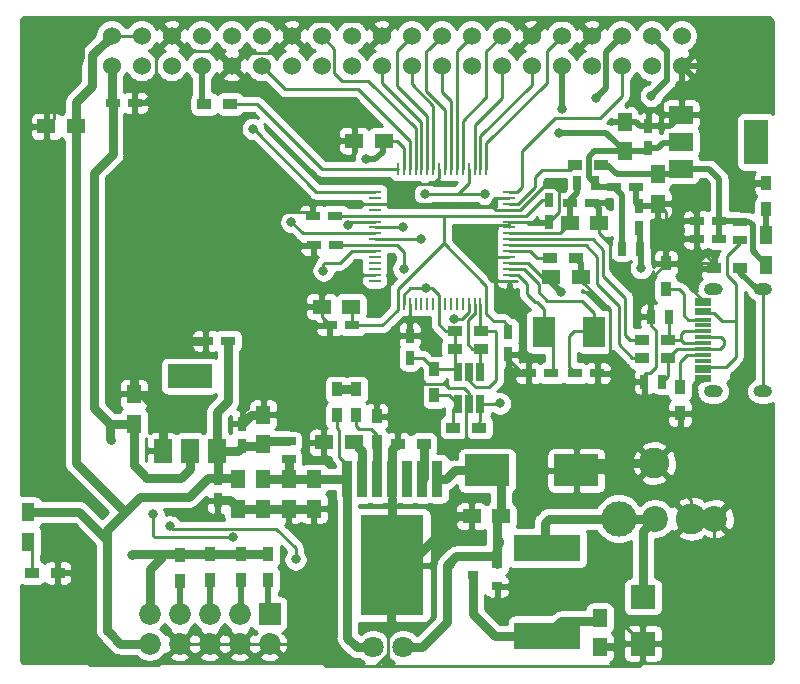
<source format=gtl>
%TF.GenerationSoftware,KiCad,Pcbnew,(5.1.8)-1*%
%TF.CreationDate,2021-11-18T21:11:29+01:00*%
%TF.ProjectId,radioberry-juice,72616469-6f62-4657-9272-792d6a756963,rev?*%
%TF.SameCoordinates,Original*%
%TF.FileFunction,Copper,L1,Top*%
%TF.FilePolarity,Positive*%
%FSLAX46Y46*%
G04 Gerber Fmt 4.6, Leading zero omitted, Abs format (unit mm)*
G04 Created by KiCad (PCBNEW (5.1.8)-1) date 2021-11-18 21:11:29*
%MOMM*%
%LPD*%
G01*
G04 APERTURE LIST*
%TA.AperFunction,SMDPad,CuDef*%
%ADD10R,1.143000X0.635000*%
%TD*%
%TA.AperFunction,SMDPad,CuDef*%
%ADD11R,1.500000X1.250000*%
%TD*%
%TA.AperFunction,SMDPad,CuDef*%
%ADD12R,3.750000X2.700000*%
%TD*%
%TA.AperFunction,SMDPad,CuDef*%
%ADD13R,0.650000X1.560000*%
%TD*%
%TA.AperFunction,SMDPad,CuDef*%
%ADD14R,1.200000X0.900000*%
%TD*%
%TA.AperFunction,SMDPad,CuDef*%
%ADD15R,1.200000X0.750000*%
%TD*%
%TA.AperFunction,SMDPad,CuDef*%
%ADD16R,0.890000X3.060000*%
%TD*%
%TA.AperFunction,SMDPad,CuDef*%
%ADD17R,5.350000X8.540000*%
%TD*%
%TA.AperFunction,SMDPad,CuDef*%
%ADD18R,0.750000X1.200000*%
%TD*%
%TA.AperFunction,SMDPad,CuDef*%
%ADD19R,1.250000X1.500000*%
%TD*%
%TA.AperFunction,ComponentPad*%
%ADD20C,1.850000*%
%TD*%
%TA.AperFunction,ComponentPad*%
%ADD21R,1.850000X1.850000*%
%TD*%
%TA.AperFunction,SMDPad,CuDef*%
%ADD22R,1.000000X0.250000*%
%TD*%
%TA.AperFunction,SMDPad,CuDef*%
%ADD23R,0.250000X1.000000*%
%TD*%
%TA.AperFunction,ComponentPad*%
%ADD24C,1.524000*%
%TD*%
%TA.AperFunction,ComponentPad*%
%ADD25C,2.200000*%
%TD*%
%TA.AperFunction,ComponentPad*%
%ADD26C,2.600000*%
%TD*%
%TA.AperFunction,ComponentPad*%
%ADD27C,3.000000*%
%TD*%
%TA.AperFunction,SMDPad,CuDef*%
%ADD28R,1.100000X1.600000*%
%TD*%
%TA.AperFunction,SMDPad,CuDef*%
%ADD29R,0.900000X1.200000*%
%TD*%
%TA.AperFunction,SMDPad,CuDef*%
%ADD30R,1.900000X2.600000*%
%TD*%
%TA.AperFunction,SMDPad,CuDef*%
%ADD31R,2.000000X1.500000*%
%TD*%
%TA.AperFunction,SMDPad,CuDef*%
%ADD32R,2.000000X3.800000*%
%TD*%
%TA.AperFunction,SMDPad,CuDef*%
%ADD33R,0.635000X1.143000*%
%TD*%
%TA.AperFunction,SMDPad,CuDef*%
%ADD34R,2.100000X2.000000*%
%TD*%
%TA.AperFunction,SMDPad,CuDef*%
%ADD35R,0.900000X0.800000*%
%TD*%
%TA.AperFunction,SMDPad,CuDef*%
%ADD36R,1.450000X0.300000*%
%TD*%
%TA.AperFunction,SMDPad,CuDef*%
%ADD37R,1.500000X2.000000*%
%TD*%
%TA.AperFunction,SMDPad,CuDef*%
%ADD38R,3.800000X2.000000*%
%TD*%
%TA.AperFunction,ComponentPad*%
%ADD39C,5.300000*%
%TD*%
%TA.AperFunction,SMDPad,CuDef*%
%ADD40R,5.600000X2.300000*%
%TD*%
%TA.AperFunction,ComponentPad*%
%ADD41C,1.800000*%
%TD*%
%TA.AperFunction,ViaPad*%
%ADD42C,0.800000*%
%TD*%
%TA.AperFunction,Conductor*%
%ADD43C,0.750000*%
%TD*%
%TA.AperFunction,Conductor*%
%ADD44C,0.250000*%
%TD*%
%TA.AperFunction,Conductor*%
%ADD45C,0.500000*%
%TD*%
%TA.AperFunction,Conductor*%
%ADD46C,0.254000*%
%TD*%
%TA.AperFunction,Conductor*%
%ADD47C,0.100000*%
%TD*%
G04 APERTURE END LIST*
D10*
%TO.P,FB4,2*%
%TO.N,Vout*%
X113350000Y-109087000D03*
%TO.P,FB4,1*%
%TO.N,+5V*%
X113350000Y-107563000D03*
%TD*%
D11*
%TO.P,C37,1*%
%TO.N,Net-(C37-Pad1)*%
X131350000Y-113900000D03*
%TO.P,C37,2*%
%TO.N,GND*%
X128850000Y-113900000D03*
%TD*%
D12*
%TO.P,C6,1*%
%TO.N,Net-(C37-Pad1)*%
X130150000Y-110025000D03*
%TO.P,C6,2*%
%TO.N,GND*%
X137700000Y-110025000D03*
%TD*%
D13*
%TO.P,U4,1*%
%TO.N,Net-(R14-Pad1)*%
X127700000Y-104400000D03*
%TO.P,U4,2*%
%TO.N,GND*%
X128650000Y-104400000D03*
%TO.P,U4,3*%
%TO.N,Net-(R15-Pad1)*%
X129600000Y-104400000D03*
%TO.P,U4,4*%
%TO.N,Net-(R13-Pad1)*%
X129600000Y-101700000D03*
%TO.P,U4,6*%
%TO.N,VCC3V3*%
X127700000Y-101700000D03*
%TO.P,U4,5*%
%TO.N,EECS*%
X128650000Y-101700000D03*
%TD*%
D14*
%TO.P,R13,1*%
%TO.N,Net-(R13-Pad1)*%
X129650000Y-99700000D03*
%TO.P,R13,2*%
%TO.N,VCC3V3*%
X127450000Y-99700000D03*
%TD*%
D15*
%TO.P,C18,1*%
%TO.N,Net-(C18-Pad1)*%
X135600000Y-101800000D03*
%TO.P,C18,2*%
%TO.N,GND*%
X133700000Y-101800000D03*
%TD*%
D16*
%TO.P,VR1,7*%
%TO.N,Vout*%
X118340000Y-110745000D03*
%TO.P,VR1,6*%
%TO.N,Net-(C5-Pad1)*%
X119610000Y-110745000D03*
%TO.P,VR1,5*%
%TO.N,Net-(R1-Pad2)*%
X120880000Y-110745000D03*
%TO.P,VR1,4*%
%TO.N,GND*%
X122150000Y-110745000D03*
%TO.P,VR1,3*%
%TO.N,Net-(VR1-Pad3)*%
X123420000Y-110745000D03*
%TO.P,VR1,2*%
%TO.N,Net-(R2-Pad2)*%
X124690000Y-110745000D03*
%TO.P,VR1,1*%
%TO.N,Net-(C37-Pad1)*%
X125960000Y-110745000D03*
D17*
%TO.P,VR1,8*%
%TO.N,GND*%
X122150000Y-118050000D03*
%TD*%
D15*
%TO.P,C25,1*%
%TO.N,VCORE*%
X118750000Y-97750000D03*
%TO.P,C25,2*%
%TO.N,GND*%
X116850000Y-97750000D03*
%TD*%
D11*
%TO.P,C10,1*%
%TO.N,VCC3V3*%
X121400000Y-82100000D03*
%TO.P,C10,2*%
%TO.N,GND*%
X118900000Y-82100000D03*
%TD*%
D18*
%TO.P,C9,1*%
%TO.N,VCORE*%
X131950000Y-98300000D03*
%TO.P,C9,2*%
%TO.N,GND*%
X131950000Y-100200000D03*
%TD*%
D11*
%TO.P,C8,1*%
%TO.N,VCORE*%
X118650000Y-96150000D03*
%TO.P,C8,2*%
%TO.N,GND*%
X116150000Y-96150000D03*
%TD*%
D15*
%TO.P,C20,1*%
%TO.N,VCC3V3*%
X140900000Y-86000000D03*
%TO.P,C20,2*%
%TO.N,GND*%
X142800000Y-86000000D03*
%TD*%
D19*
%TO.P,C29,1*%
%TO.N,UBUS*%
X144600000Y-84950000D03*
%TO.P,C29,2*%
%TO.N,GND*%
X144600000Y-87450000D03*
%TD*%
D15*
%TO.P,C19,1*%
%TO.N,Net-(C19-Pad1)*%
X137600000Y-101800000D03*
%TO.P,C19,2*%
%TO.N,GND*%
X139500000Y-101800000D03*
%TD*%
%TO.P,C16,1*%
%TO.N,+5V*%
X108250000Y-99050000D03*
%TO.P,C16,2*%
%TO.N,GND*%
X106350000Y-99050000D03*
%TD*%
%TO.P,C12,1*%
%TO.N,+3V3*%
X98450000Y-78900000D03*
%TO.P,C12,2*%
%TO.N,GND*%
X100350000Y-78900000D03*
%TD*%
D19*
%TO.P,C11,1*%
%TO.N,+3V3*%
X100250000Y-106050000D03*
%TO.P,C11,2*%
%TO.N,GND*%
X100250000Y-103550000D03*
%TD*%
D15*
%TO.P,C21,1*%
%TO.N,VCC3V3*%
X117400000Y-90950000D03*
%TO.P,C21,2*%
%TO.N,GND*%
X115500000Y-90950000D03*
%TD*%
D20*
%TO.P,DB1,10*%
%TO.N,+5V*%
X101590000Y-124690000D03*
%TO.P,DB1,9*%
%TO.N,+3V3*%
X101590000Y-122150000D03*
%TO.P,DB1,8*%
%TO.N,GND*%
X104130000Y-124690000D03*
%TO.P,DB1,7*%
%TO.N,EXT_CLK_IN*%
X104130000Y-122150000D03*
%TO.P,DB1,6*%
%TO.N,GND*%
X106670000Y-124690000D03*
%TO.P,DB1,5*%
%TO.N,EXT_GPIO_2*%
X106670000Y-122150000D03*
%TO.P,DB1,4*%
%TO.N,GND*%
X109210000Y-124690000D03*
%TO.P,DB1,3*%
%TO.N,EXT_GPIO_1*%
X109210000Y-122150000D03*
%TO.P,DB1,2*%
%TO.N,GND*%
X111750000Y-124690000D03*
D21*
%TO.P,DB1,1*%
%TO.N,EXT_GPIO_0*%
X111750000Y-122150000D03*
%TD*%
D22*
%TO.P,U3,1*%
%TO.N,GND*%
X132050000Y-93950000D03*
%TO.P,U3,2*%
%TO.N,Net-(C18-Pad1)*%
X132050000Y-93450000D03*
%TO.P,U3,3*%
%TO.N,Net-(C19-Pad1)*%
X132050000Y-92950000D03*
%TO.P,U3,4*%
%TO.N,VPHY*%
X132050000Y-92450000D03*
%TO.P,U3,5*%
%TO.N,GND*%
X132050000Y-91950000D03*
%TO.P,U3,6*%
%TO.N,Net-(R8-Pad2)*%
X132050000Y-91450000D03*
%TO.P,U3,7*%
%TO.N,Net-(R6-Pad1)*%
X132050000Y-90950000D03*
%TO.P,U3,8*%
%TO.N,Net-(R7-Pad1)*%
X132050000Y-90450000D03*
%TO.P,U3,9*%
%TO.N,VPLL*%
X132050000Y-89950000D03*
%TO.P,U3,10*%
%TO.N,GND*%
X132050000Y-89450000D03*
%TO.P,U3,11*%
X132050000Y-88950000D03*
%TO.P,U3,12*%
%TO.N,VCORE*%
X132050000Y-88450000D03*
%TO.P,U3,13*%
%TO.N,GND*%
X132050000Y-87950000D03*
%TO.P,U3,14*%
%TO.N,Net-(R10-Pad2)*%
X132050000Y-87450000D03*
%TO.P,U3,15*%
%TO.N,GND*%
X132050000Y-86950000D03*
%TO.P,U3,16*%
%TO.N,DATA0*%
X132050000Y-86450000D03*
D23*
%TO.P,U3,17*%
%TO.N,DATA1*%
X130100000Y-84500000D03*
%TO.P,U3,18*%
%TO.N,DATA2*%
X129600000Y-84500000D03*
%TO.P,U3,19*%
%TO.N,DATA3*%
X129100000Y-84500000D03*
%TO.P,U3,20*%
%TO.N,VCC3V3*%
X128600000Y-84500000D03*
%TO.P,U3,21*%
%TO.N,DATA4*%
X128100000Y-84500000D03*
%TO.P,U3,22*%
%TO.N,DATA5*%
X127600000Y-84500000D03*
%TO.P,U3,23*%
%TO.N,DATA6*%
X127100000Y-84500000D03*
%TO.P,U3,24*%
%TO.N,DATA7*%
X126600000Y-84500000D03*
%TO.P,U3,25*%
%TO.N,GND*%
X126100000Y-84500000D03*
%TO.P,U3,26*%
%TO.N,RXF#*%
X125600000Y-84500000D03*
%TO.P,U3,27*%
%TO.N,TXE#*%
X125100000Y-84500000D03*
%TO.P,U3,28*%
%TO.N,RD#*%
X124600000Y-84500000D03*
%TO.P,U3,29*%
%TO.N,WR#*%
X124100000Y-84500000D03*
%TO.P,U3,30*%
%TO.N,SI*%
X123600000Y-84500000D03*
%TO.P,U3,31*%
%TO.N,VCC3V3*%
X123100000Y-84500000D03*
%TO.P,U3,32*%
%TO.N,Net-(R9-Pad1)*%
X122600000Y-84500000D03*
D22*
%TO.P,U3,33*%
%TO.N,OE#*%
X120650000Y-86450000D03*
%TO.P,U3,34*%
%TO.N,Net-(U3-Pad34)*%
X120650000Y-86950000D03*
%TO.P,U3,35*%
%TO.N,GND*%
X120650000Y-87450000D03*
%TO.P,U3,36*%
%TO.N,Net-(U3-Pad36)*%
X120650000Y-87950000D03*
%TO.P,U3,37*%
%TO.N,VCORE*%
X120650000Y-88450000D03*
%TO.P,U3,38*%
%TO.N,DCLK*%
X120650000Y-88950000D03*
%TO.P,U3,39*%
%TO.N,P_DATA0*%
X120650000Y-89450000D03*
%TO.P,U3,40*%
%TO.N,NCONFIG*%
X120650000Y-89950000D03*
%TO.P,U3,41*%
%TO.N,NSTATUS*%
X120650000Y-90450000D03*
%TO.P,U3,42*%
%TO.N,VCC3V3*%
X120650000Y-90950000D03*
%TO.P,U3,43*%
%TO.N,CONF_DONE*%
X120650000Y-91450000D03*
%TO.P,U3,44*%
%TO.N,Net-(U3-Pad44)*%
X120650000Y-91950000D03*
%TO.P,U3,45*%
%TO.N,Net-(U3-Pad45)*%
X120650000Y-92450000D03*
%TO.P,U3,46*%
%TO.N,Net-(U3-Pad46)*%
X120650000Y-92950000D03*
%TO.P,U3,47*%
%TO.N,GND*%
X120650000Y-93450000D03*
%TO.P,U3,48*%
%TO.N,Net-(U3-Pad48)*%
X120650000Y-93950000D03*
D23*
%TO.P,U3,49*%
%TO.N,VCORE*%
X122600000Y-95900000D03*
%TO.P,U3,50*%
%TO.N,VCC3V3*%
X123100000Y-95900000D03*
%TO.P,U3,51*%
%TO.N,GND*%
X123600000Y-95900000D03*
%TO.P,U3,52*%
%TO.N,Net-(U3-Pad52)*%
X124100000Y-95900000D03*
%TO.P,U3,53*%
%TO.N,Net-(U3-Pad53)*%
X124600000Y-95900000D03*
%TO.P,U3,54*%
%TO.N,Net-(U3-Pad54)*%
X125100000Y-95900000D03*
%TO.P,U3,55*%
%TO.N,Net-(U3-Pad55)*%
X125600000Y-95900000D03*
%TO.P,U3,56*%
%TO.N,VCC3V3*%
X126100000Y-95900000D03*
%TO.P,U3,57*%
%TO.N,Net-(U3-Pad57)*%
X126600000Y-95900000D03*
%TO.P,U3,58*%
%TO.N,Net-(U3-Pad58)*%
X127100000Y-95900000D03*
%TO.P,U3,59*%
%TO.N,Net-(U3-Pad59)*%
X127600000Y-95900000D03*
%TO.P,U3,60*%
%TO.N,Net-(U3-Pad60)*%
X128100000Y-95900000D03*
%TO.P,U3,61*%
%TO.N,Net-(R15-Pad1)*%
X128600000Y-95900000D03*
%TO.P,U3,62*%
%TO.N,Net-(R13-Pad1)*%
X129100000Y-95900000D03*
%TO.P,U3,63*%
%TO.N,EECS*%
X129600000Y-95900000D03*
%TO.P,U3,64*%
%TO.N,VCORE*%
X130100000Y-95900000D03*
%TD*%
D24*
%TO.P,J5,40*%
%TO.N,EXT_GPIO_0*%
X146630000Y-73230000D03*
%TO.P,J5,39*%
%TO.N,GND*%
X146630000Y-75770000D03*
%TO.P,J5,38*%
%TO.N,EXT_GPIO_1*%
X144090000Y-73230000D03*
%TO.P,J5,37*%
%TO.N,NSTATUS*%
X144090000Y-75770000D03*
%TO.P,J5,36*%
%TO.N,EXT_GPIO_2*%
X141550000Y-73230000D03*
%TO.P,J5,35*%
%TO.N,DATA0*%
X141550000Y-75770000D03*
%TO.P,J5,34*%
%TO.N,GND*%
X139010000Y-73230000D03*
%TO.P,J5,33*%
%TO.N,P_DATA0*%
X139010000Y-75770000D03*
%TO.P,J5,32*%
%TO.N,DATA1*%
X136470000Y-73230000D03*
%TO.P,J5,31*%
%TO.N,EXT_CLK_IN*%
X136470000Y-75770000D03*
%TO.P,J5,30*%
%TO.N,GND*%
X133930000Y-73230000D03*
%TO.P,J5,29*%
%TO.N,DATA2*%
X133930000Y-75770000D03*
%TO.P,J5,28*%
%TO.N,DATA4*%
X131390000Y-73230000D03*
%TO.P,J5,27*%
%TO.N,DATA3*%
X131390000Y-75770000D03*
%TO.P,J5,26*%
%TO.N,DATA5*%
X128850000Y-73230000D03*
%TO.P,J5,25*%
%TO.N,GND*%
X128850000Y-75770000D03*
%TO.P,J5,24*%
%TO.N,DATA7*%
X126310000Y-73230000D03*
%TO.P,J5,23*%
%TO.N,DATA6*%
X126310000Y-75770000D03*
%TO.P,J5,22*%
%TO.N,TXE#*%
X123770000Y-73230000D03*
%TO.P,J5,21*%
%TO.N,RXF#*%
X123770000Y-75770000D03*
%TO.P,J5,20*%
%TO.N,GND*%
X121230000Y-73230000D03*
%TO.P,J5,19*%
%TO.N,RD#*%
X121230000Y-75770000D03*
%TO.P,J5,18*%
%TO.N,DCLK*%
X118690000Y-73230000D03*
%TO.P,J5,17*%
%TO.N,Net-(J5-Pad17)*%
X118690000Y-75770000D03*
%TO.P,J5,16*%
%TO.N,WR#*%
X116150000Y-73230000D03*
%TO.P,J5,15*%
%TO.N,CONF_DONE*%
X116150000Y-75770000D03*
%TO.P,J5,14*%
%TO.N,GND*%
X113610000Y-73230000D03*
%TO.P,J5,13*%
%TO.N,NCONFIG*%
X113610000Y-75770000D03*
%TO.P,J5,12*%
%TO.N,OE#*%
X111070000Y-73230000D03*
%TO.P,J5,11*%
%TO.N,SI*%
X111070000Y-75770000D03*
%TO.P,J5,10*%
%TO.N,Net-(J5-Pad10)*%
X108530000Y-73230000D03*
%TO.P,J5,9*%
%TO.N,GND*%
X108530000Y-75770000D03*
%TO.P,J5,8*%
%TO.N,Net-(J5-Pad8)*%
X105990000Y-73230000D03*
%TO.P,J5,7*%
%TO.N,CLKOUT*%
X105990000Y-75770000D03*
%TO.P,J5,6*%
%TO.N,GND*%
X103450000Y-73230000D03*
%TO.P,J5,5*%
%TO.N,Net-(J4-Pad1)*%
X103450000Y-75770000D03*
%TO.P,J5,4*%
%TO.N,+5V*%
X100910000Y-73230000D03*
%TO.P,J5,3*%
%TO.N,Net-(J3-Pad1)*%
X100910000Y-75770000D03*
%TO.P,J5,2*%
%TO.N,+5V*%
X98370000Y-73230000D03*
%TO.P,J5,1*%
%TO.N,+3V3*%
X98370000Y-75770000D03*
%TD*%
D25*
%TO.P,CN1,2*%
%TO.N,GND*%
X149400000Y-114100000D03*
%TO.P,CN1,1*%
%TO.N,Net-(CN1-Pad1)*%
X144400000Y-114100000D03*
D26*
%TO.P,CN1,2*%
%TO.N,GND*%
X144300000Y-109400000D03*
X147450000Y-114100000D03*
D27*
%TO.P,CN1,1*%
%TO.N,Net-(CN1-Pad1)*%
X141300000Y-114100000D03*
%TD*%
D11*
%TO.P,C33,1*%
%TO.N,VPLL*%
X137150000Y-89100000D03*
%TO.P,C33,2*%
%TO.N,GND*%
X139650000Y-89100000D03*
%TD*%
%TO.P,C31,1*%
%TO.N,VPHY*%
X135600000Y-93650000D03*
%TO.P,C31,2*%
%TO.N,GND*%
X138100000Y-93650000D03*
%TD*%
D19*
%TO.P,C27,1*%
%TO.N,VCC3V3*%
X141800000Y-83000000D03*
%TO.P,C27,2*%
%TO.N,GND*%
X141800000Y-80500000D03*
%TD*%
%TO.P,C15,1*%
%TO.N,+5V*%
X111200000Y-107800000D03*
%TO.P,C15,2*%
%TO.N,GND*%
X111200000Y-105300000D03*
%TD*%
D28*
%TO.P,D5,1*%
%TO.N,Net-(D5-Pad1)*%
X153800000Y-90100000D03*
%TO.P,D5,2*%
%TO.N,UBUS*%
X153800000Y-92600000D03*
%TD*%
D14*
%TO.P,R3,1*%
%TO.N,GND*%
X93800000Y-118700000D03*
%TO.P,R3,2*%
%TO.N,Net-(D2-Pad1)*%
X91600000Y-118700000D03*
%TD*%
D29*
%TO.P,R20,1*%
%TO.N,GND*%
X153800000Y-85700000D03*
%TO.P,R20,2*%
%TO.N,Net-(D5-Pad1)*%
X153800000Y-87900000D03*
%TD*%
D28*
%TO.P,D2,1*%
%TO.N,Net-(D2-Pad1)*%
X91300000Y-116050000D03*
%TO.P,D2,2*%
%TO.N,+5V*%
X91300000Y-113550000D03*
%TD*%
D30*
%TO.P,Y1,2*%
%TO.N,Net-(C19-Pad1)*%
X139250000Y-98300000D03*
%TO.P,Y1,1*%
%TO.N,Net-(C18-Pad1)*%
X134950000Y-98300000D03*
%TD*%
D31*
%TO.P,U5,1*%
%TO.N,GND*%
X146600000Y-79900000D03*
%TO.P,U5,2*%
%TO.N,VCC3V3*%
X146600000Y-82200000D03*
%TO.P,U5,3*%
%TO.N,UBUS*%
X146600000Y-84500001D03*
D32*
%TO.P,U5,4*%
%TO.N,N/C*%
X152900001Y-82200000D03*
%TD*%
D33*
%TO.P,D4,2*%
%TO.N,GND*%
X144000000Y-97000000D03*
%TO.P,D4,1*%
%TO.N,Net-(D4-Pad1)*%
X145524000Y-97000000D03*
%TD*%
%TO.P,D3,2*%
%TO.N,Net-(D3-Pad2)*%
X145000000Y-102500000D03*
%TO.P,D3,1*%
%TO.N,GND*%
X143476000Y-102500000D03*
%TD*%
D34*
%TO.P,D1,2*%
%TO.N,GND*%
X143350000Y-124680000D03*
%TO.P,D1,1*%
%TO.N,Net-(CN1-Pad1)*%
X143350000Y-120720000D03*
%TD*%
D35*
%TO.P,Q1,2*%
%TO.N,Net-(C37-Pad1)*%
X131000000Y-117950000D03*
%TO.P,Q1,3*%
%TO.N,Net-(C1-Pad1)*%
X129000000Y-118900000D03*
%TO.P,Q1,1*%
%TO.N,GND*%
X131000000Y-119850000D03*
%TD*%
D14*
%TO.P,R11,1*%
%TO.N,Net-(J2-PadS1)*%
X151600000Y-92900000D03*
%TO.P,R11,2*%
%TO.N,GND*%
X149400000Y-92900000D03*
%TD*%
D29*
%TO.P,R5,1*%
%TO.N,GND*%
X146500000Y-105200000D03*
%TO.P,R5,2*%
%TO.N,Net-(J2-PadA5)*%
X146500000Y-103000000D03*
%TD*%
%TO.P,R4,1*%
%TO.N,GND*%
X145300000Y-92500000D03*
%TO.P,R4,2*%
%TO.N,Net-(J2-PadB5)*%
X145300000Y-94700000D03*
%TD*%
D18*
%TO.P,C14,1*%
%TO.N,+5V*%
X107350000Y-110650000D03*
%TO.P,C14,2*%
%TO.N,GND*%
X107350000Y-112550000D03*
%TD*%
D36*
%TO.P,J2,A1*%
%TO.N,GND*%
X148400000Y-102400000D03*
%TO.P,J2,A4*%
%TO.N,Net-(FB1-Pad2)*%
X148400000Y-101600000D03*
%TO.P,J2,B8*%
%TO.N,Net-(J2-PadB8)*%
X148400000Y-100750000D03*
%TO.P,J2,S1*%
%TO.N,Net-(J2-PadS1)*%
%TA.AperFunction,ComponentPad*%
G36*
G01*
X153800000Y-103820000D02*
X153200000Y-103820000D01*
G75*
G02*
X152700000Y-103320000I0J500000D01*
G01*
X152700000Y-103320000D01*
G75*
G02*
X153200000Y-102820000I500000J0D01*
G01*
X153800000Y-102820000D01*
G75*
G02*
X154300000Y-103320000I0J-500000D01*
G01*
X154300000Y-103320000D01*
G75*
G02*
X153800000Y-103820000I-500000J0D01*
G01*
G37*
%TD.AperFunction*%
%TA.AperFunction,ComponentPad*%
G36*
G01*
X153800000Y-95180000D02*
X153200000Y-95180000D01*
G75*
G02*
X152700000Y-94680000I0J500000D01*
G01*
X152700000Y-94680000D01*
G75*
G02*
X153200000Y-94180000I500000J0D01*
G01*
X153800000Y-94180000D01*
G75*
G02*
X154300000Y-94680000I0J-500000D01*
G01*
X154300000Y-94680000D01*
G75*
G02*
X153800000Y-95180000I-500000J0D01*
G01*
G37*
%TD.AperFunction*%
%TA.AperFunction,ComponentPad*%
G36*
G01*
X149620000Y-95180000D02*
X149020000Y-95180000D01*
G75*
G02*
X148520000Y-94680000I0J500000D01*
G01*
X148520000Y-94680000D01*
G75*
G02*
X149020000Y-94180000I500000J0D01*
G01*
X149620000Y-94180000D01*
G75*
G02*
X150120000Y-94680000I0J-500000D01*
G01*
X150120000Y-94680000D01*
G75*
G02*
X149620000Y-95180000I-500000J0D01*
G01*
G37*
%TD.AperFunction*%
%TA.AperFunction,ComponentPad*%
G36*
G01*
X149620000Y-103820000D02*
X149020000Y-103820000D01*
G75*
G02*
X148520000Y-103320000I0J500000D01*
G01*
X148520000Y-103320000D01*
G75*
G02*
X149020000Y-102820000I500000J0D01*
G01*
X149620000Y-102820000D01*
G75*
G02*
X150120000Y-103320000I0J-500000D01*
G01*
X150120000Y-103320000D01*
G75*
G02*
X149620000Y-103820000I-500000J0D01*
G01*
G37*
%TD.AperFunction*%
%TO.P,J2,B12*%
%TO.N,GND*%
X148400000Y-102100000D03*
%TO.P,J2,B9*%
%TO.N,Net-(FB1-Pad2)*%
X148400000Y-101300000D03*
%TO.P,J2,A5*%
%TO.N,Net-(J2-PadA5)*%
X148400000Y-100250000D03*
%TO.P,J2,B5*%
%TO.N,Net-(J2-PadB5)*%
X148400000Y-97250000D03*
%TO.P,J2,A9*%
%TO.N,Net-(FB1-Pad2)*%
X148400000Y-96400000D03*
%TO.P,J2,A12*%
%TO.N,GND*%
X148400000Y-95600000D03*
%TO.P,J2,B1*%
X148400000Y-95900000D03*
%TO.P,J2,B4*%
%TO.N,Net-(FB1-Pad2)*%
X148400000Y-96700000D03*
%TO.P,J2,A8*%
%TO.N,Net-(J2-PadA8)*%
X148400000Y-97750000D03*
%TO.P,J2,B6*%
%TO.N,Net-(D4-Pad1)*%
X148400000Y-98250000D03*
%TO.P,J2,A7*%
%TO.N,Net-(D3-Pad2)*%
X148400000Y-98750000D03*
%TO.P,J2,A6*%
%TO.N,Net-(D4-Pad1)*%
X148400000Y-99250000D03*
%TO.P,J2,B7*%
%TO.N,Net-(D3-Pad2)*%
X148400000Y-99750000D03*
%TD*%
D37*
%TO.P,U2,1*%
%TO.N,GND*%
X102700000Y-108350000D03*
%TO.P,U2,2*%
%TO.N,+3V3*%
X105000000Y-108350000D03*
%TO.P,U2,3*%
%TO.N,+5V*%
X107300001Y-108350000D03*
D38*
%TO.P,U2,4*%
%TO.N,N/C*%
X105000000Y-102049999D03*
%TD*%
D14*
%TO.P,R12,1*%
%TO.N,EECS*%
X129650000Y-98250000D03*
%TO.P,R12,2*%
%TO.N,VCC3V3*%
X127450000Y-98250000D03*
%TD*%
D39*
%TO.P,J9,1*%
%TO.N,GND*%
X151500000Y-123500000D03*
%TD*%
%TO.P,J8,1*%
%TO.N,GND*%
X93500000Y-123500000D03*
%TD*%
%TO.P,J7,1*%
%TO.N,GND*%
X151500000Y-74500000D03*
%TD*%
%TO.P,J6,1*%
%TO.N,GND*%
X93500000Y-74500000D03*
%TD*%
D40*
%TO.P,F1,2*%
%TO.N,Net-(CN1-Pad1)*%
X135250000Y-116600000D03*
%TO.P,F1,1*%
%TO.N,Net-(C1-Pad1)*%
X135250000Y-124000000D03*
%TD*%
D14*
%TO.P,R15,1*%
%TO.N,Net-(R15-Pad1)*%
X129500000Y-106400000D03*
%TO.P,R15,2*%
%TO.N,Net-(R14-Pad1)*%
X127300000Y-106400000D03*
%TD*%
D29*
%TO.P,R14,1*%
%TO.N,Net-(R14-Pad1)*%
X125700000Y-103650000D03*
%TO.P,R14,2*%
%TO.N,VCC3V3*%
X125700000Y-101450000D03*
%TD*%
D14*
%TO.P,R10,1*%
%TO.N,UBUS*%
X139800000Y-84150000D03*
%TO.P,R10,2*%
%TO.N,Net-(R10-Pad2)*%
X137600000Y-84150000D03*
%TD*%
%TO.P,R9,1*%
%TO.N,Net-(R9-Pad1)*%
X108400000Y-79000000D03*
%TO.P,R9,2*%
%TO.N,CLKOUT*%
X106200000Y-79000000D03*
%TD*%
%TO.P,R8,1*%
%TO.N,GND*%
X137650000Y-92000000D03*
%TO.P,R8,2*%
%TO.N,Net-(R8-Pad2)*%
X135450000Y-92000000D03*
%TD*%
%TO.P,R7,1*%
%TO.N,Net-(R7-Pad1)*%
X143300000Y-99000000D03*
%TO.P,R7,2*%
%TO.N,Net-(D4-Pad1)*%
X145500000Y-99000000D03*
%TD*%
%TO.P,R6,1*%
%TO.N,Net-(R6-Pad1)*%
X143300000Y-100500000D03*
%TO.P,R6,2*%
%TO.N,Net-(D3-Pad2)*%
X145500000Y-100500000D03*
%TD*%
D33*
%TO.P,FB3,2*%
%TO.N,VCC3V3*%
X141588000Y-91250000D03*
%TO.P,FB3,1*%
%TO.N,VPHY*%
X143112000Y-91250000D03*
%TD*%
%TO.P,FB2,2*%
%TO.N,VCC3V3*%
X139312000Y-85700000D03*
%TO.P,FB2,1*%
%TO.N,VPLL*%
X137788000Y-85700000D03*
%TD*%
D10*
%TO.P,FB1,2*%
%TO.N,Net-(FB1-Pad2)*%
X151600000Y-90500000D03*
%TO.P,FB1,1*%
%TO.N,UBUS*%
X151600000Y-88976000D03*
%TD*%
D15*
%TO.P,C34,1*%
%TO.N,VPLL*%
X137150000Y-87350000D03*
%TO.P,C34,2*%
%TO.N,GND*%
X139050000Y-87350000D03*
%TD*%
D18*
%TO.P,C32,1*%
%TO.N,VPHY*%
X143000000Y-89500000D03*
%TO.P,C32,2*%
%TO.N,GND*%
X143000000Y-87600000D03*
%TD*%
D15*
%TO.P,C30,1*%
%TO.N,UBUS*%
X149800000Y-88900000D03*
%TO.P,C30,2*%
%TO.N,GND*%
X147900000Y-88900000D03*
%TD*%
D18*
%TO.P,C28,1*%
%TO.N,VCC3V3*%
X143800000Y-82750000D03*
%TO.P,C28,2*%
%TO.N,GND*%
X143800000Y-80850000D03*
%TD*%
D15*
%TO.P,C26,1*%
%TO.N,VCORE*%
X117300000Y-88450000D03*
%TO.P,C26,2*%
%TO.N,GND*%
X115400000Y-88450000D03*
%TD*%
D18*
%TO.P,C24,1*%
%TO.N,VCORE*%
X135400000Y-87100000D03*
%TO.P,C24,2*%
%TO.N,GND*%
X135400000Y-89000000D03*
%TD*%
%TO.P,C23,1*%
%TO.N,VCC3V3*%
X123600000Y-100500000D03*
%TO.P,C23,2*%
%TO.N,GND*%
X123600000Y-98600000D03*
%TD*%
D15*
%TO.P,C17,1*%
%TO.N,UBUS*%
X149800000Y-90400000D03*
%TO.P,C17,2*%
%TO.N,GND*%
X147900000Y-90400000D03*
%TD*%
D18*
%TO.P,C13,2*%
%TO.N,GND*%
X109450000Y-106050000D03*
%TO.P,C13,1*%
%TO.N,+5V*%
X109450000Y-107950000D03*
%TD*%
D29*
%TO.P,R1,2*%
%TO.N,Net-(R1-Pad2)*%
X120800000Y-107650000D03*
%TO.P,R1,1*%
%TO.N,GND*%
X120800000Y-105450000D03*
%TD*%
D14*
%TO.P,R2,1*%
%TO.N,GND*%
X122600000Y-107800000D03*
%TO.P,R2,2*%
%TO.N,Net-(R2-Pad2)*%
X124800000Y-107800000D03*
%TD*%
D29*
%TO.P,R16,1*%
%TO.N,+3V3*%
X104150000Y-117150000D03*
%TO.P,R16,2*%
%TO.N,EXT_CLK_IN*%
X104150000Y-119350000D03*
%TD*%
%TO.P,R17,2*%
%TO.N,EXT_GPIO_0*%
X111650000Y-119300000D03*
%TO.P,R17,1*%
%TO.N,+3V3*%
X111650000Y-117100000D03*
%TD*%
%TO.P,R18,1*%
%TO.N,+3V3*%
X109300000Y-117100000D03*
%TO.P,R18,2*%
%TO.N,EXT_GPIO_1*%
X109300000Y-119300000D03*
%TD*%
%TO.P,R19,2*%
%TO.N,EXT_GPIO_2*%
X106700000Y-119300000D03*
%TO.P,R19,1*%
%TO.N,+3V3*%
X106700000Y-117100000D03*
%TD*%
D11*
%TO.P,C36,1*%
%TO.N,+5V*%
X95350000Y-80900000D03*
%TO.P,C36,2*%
%TO.N,GND*%
X92850000Y-80900000D03*
%TD*%
D41*
%TO.P,J1,1*%
%TO.N,Net-(C37-Pad1)*%
X123050000Y-125000000D03*
%TO.P,J1,2*%
%TO.N,Vout*%
X120510000Y-125000000D03*
%TD*%
D29*
%TO.P,R21,2*%
%TO.N,Net-(R21-Pad2)*%
X119100000Y-103150000D03*
%TO.P,R21,1*%
%TO.N,Net-(R1-Pad2)*%
X119100000Y-105350000D03*
%TD*%
D19*
%TO.P,C2,2*%
%TO.N,GND*%
X115500000Y-113250000D03*
%TO.P,C2,1*%
%TO.N,Vout*%
X115500000Y-110750000D03*
%TD*%
%TO.P,C3,1*%
%TO.N,Vout*%
X113350000Y-110750000D03*
%TO.P,C3,2*%
%TO.N,GND*%
X113350000Y-113250000D03*
%TD*%
%TO.P,C4,2*%
%TO.N,GND*%
X111200000Y-113250000D03*
%TO.P,C4,1*%
%TO.N,Vout*%
X111200000Y-110750000D03*
%TD*%
D11*
%TO.P,C5,2*%
%TO.N,GND*%
X116350000Y-107650000D03*
%TO.P,C5,1*%
%TO.N,Net-(C5-Pad1)*%
X118850000Y-107650000D03*
%TD*%
D19*
%TO.P,C7,1*%
%TO.N,+5V*%
X109100000Y-110750000D03*
%TO.P,C7,2*%
%TO.N,GND*%
X109100000Y-113250000D03*
%TD*%
D29*
%TO.P,R22,2*%
%TO.N,Vout*%
X117450000Y-105350000D03*
%TO.P,R22,1*%
%TO.N,Net-(R21-Pad2)*%
X117450000Y-103150000D03*
%TD*%
D19*
%TO.P,C1,2*%
%TO.N,GND*%
X139700000Y-125000000D03*
%TO.P,C1,1*%
%TO.N,Net-(C1-Pad1)*%
X139700000Y-122500000D03*
%TD*%
D42*
%TO.N,GND*%
X103875000Y-94625000D03*
X104125000Y-87375000D03*
X109050000Y-87200000D03*
X109300000Y-94575000D03*
X104075000Y-90875000D03*
X109300000Y-90900000D03*
X92125000Y-85775000D03*
X92125000Y-90325000D03*
X91975000Y-95350000D03*
X92050000Y-100150000D03*
X91975000Y-105275000D03*
X112775000Y-100975000D03*
%TO.N,+3V3*%
X100100000Y-117150000D03*
X98300000Y-107450000D03*
%TO.N,VCC3V3*%
X123100000Y-92950000D03*
X124950000Y-94600000D03*
X119900000Y-83650000D03*
X136250000Y-81450000D03*
X124900000Y-86600000D03*
X129950000Y-86600000D03*
%TO.N,VPHY*%
X136450000Y-94925000D03*
X143200000Y-92900000D03*
%TO.N,NSTATUS*%
X124600000Y-90450000D03*
%TO.N,P_DATA0*%
X123050000Y-89450000D03*
%TO.N,DCLK*%
X118400000Y-89225000D03*
%TO.N,CONF_DONE*%
X116300000Y-93100000D03*
%TO.N,NCONFIG*%
X113600000Y-89000000D03*
%TO.N,OE#*%
X110350000Y-81100000D03*
%TO.N,EXT_GPIO_2*%
X139400000Y-78450000D03*
%TO.N,EXT_GPIO_1*%
X144050000Y-78300000D03*
%TO.N,EXT_CLK_IN*%
X136470000Y-79430000D03*
%TO.N,Net-(R15-Pad1)*%
X127400000Y-97200000D03*
X131250000Y-104350000D03*
%TO.N,Net-(J4-Pad1)*%
X108650000Y-115700000D03*
X101900000Y-113750000D03*
%TO.N,Net-(J3-Pad1)*%
X113950000Y-117550000D03*
X103300000Y-114750000D03*
%TD*%
D43*
%TO.N,Net-(C1-Pad1)*%
X136450000Y-122800000D02*
X135250000Y-124000000D01*
X139700000Y-122800000D02*
X136450000Y-122800000D01*
X129000000Y-122200000D02*
X130800000Y-124000000D01*
X129000000Y-118900000D02*
X129000000Y-122200000D01*
X131100000Y-124000000D02*
X135250000Y-124000000D01*
D44*
X131100000Y-124000000D02*
X130800000Y-124000000D01*
%TO.N,GND*%
X146500000Y-105200000D02*
X147300000Y-105200000D01*
X147300000Y-105200000D02*
X147800000Y-104700000D01*
X132050000Y-87950000D02*
X130900000Y-87950000D01*
X130900000Y-87950000D02*
X130550000Y-87600000D01*
X130550000Y-87600000D02*
X130550000Y-87250000D01*
X130850000Y-86950000D02*
X132050000Y-86950000D01*
X130550000Y-87250000D02*
X130850000Y-86950000D01*
X132050000Y-91950000D02*
X130250000Y-91950000D01*
X130250000Y-91950000D02*
X129750000Y-91450000D01*
X129750000Y-91450000D02*
X129750000Y-89500000D01*
X130000000Y-89250000D02*
X132050000Y-89250000D01*
X129750000Y-89500000D02*
X130000000Y-89250000D01*
X132050000Y-89250000D02*
X132050000Y-89450000D01*
X132050000Y-88950000D02*
X132050000Y-89250000D01*
X135350000Y-88950000D02*
X135400000Y-89000000D01*
X132050000Y-88950000D02*
X135350000Y-88950000D01*
X132050000Y-93950000D02*
X130550000Y-93950000D01*
X130250000Y-93650000D02*
X130250000Y-91950000D01*
X130550000Y-93950000D02*
X130250000Y-93650000D01*
X108530000Y-75770000D02*
X110210000Y-77450000D01*
X110210000Y-77450000D02*
X111100000Y-77450000D01*
X115750000Y-82100000D02*
X118900000Y-82100000D01*
X111100000Y-77450000D02*
X115750000Y-82100000D01*
X120650000Y-87450000D02*
X115700000Y-87450000D01*
X115400000Y-87750000D02*
X115400000Y-88450000D01*
X115700000Y-87450000D02*
X115400000Y-87750000D01*
X115500000Y-90950000D02*
X113650000Y-90950000D01*
X113650000Y-90950000D02*
X111900000Y-89200000D01*
X111900000Y-89200000D02*
X111900000Y-88600000D01*
X111900000Y-88600000D02*
X112350000Y-88150000D01*
X115100000Y-88150000D02*
X115400000Y-88450000D01*
X112350000Y-88150000D02*
X115100000Y-88150000D01*
X116150000Y-97050000D02*
X116850000Y-97750000D01*
X116150000Y-96150000D02*
X116150000Y-97050000D01*
X123600000Y-95900000D02*
X123600000Y-96900000D01*
X143250000Y-87450000D02*
X143100000Y-87600000D01*
X144600000Y-87450000D02*
X143250000Y-87450000D01*
X142800000Y-87300000D02*
X143100000Y-87600000D01*
X142800000Y-86000000D02*
X142800000Y-87300000D01*
X147900000Y-88900000D02*
X147900000Y-90400000D01*
X149000000Y-92500000D02*
X149400000Y-92900000D01*
X145300000Y-92500000D02*
X149000000Y-92500000D01*
X147900000Y-90400000D02*
X147900000Y-91050000D01*
X149400000Y-92550000D02*
X149400000Y-92900000D01*
X147900000Y-91050000D02*
X149400000Y-92550000D01*
X149400000Y-92900000D02*
X148550000Y-92900000D01*
X148194990Y-93255010D02*
X147794990Y-93255010D01*
X148550000Y-92900000D02*
X148194990Y-93255010D01*
X147794990Y-93255010D02*
X147450000Y-93600000D01*
X147450000Y-94650000D02*
X148400000Y-95600000D01*
X147450000Y-93600000D02*
X147450000Y-94650000D01*
X144000000Y-93800000D02*
X145300000Y-92500000D01*
X144000000Y-97000000D02*
X144000000Y-97750000D01*
X144000000Y-97750000D02*
X144450000Y-98200000D01*
X144450000Y-98200000D02*
X144450000Y-101250000D01*
X144450000Y-101250000D02*
X143950000Y-101750000D01*
X143950000Y-101750000D02*
X143650000Y-101750000D01*
X143476000Y-101924000D02*
X143476000Y-102500000D01*
X143650000Y-101750000D02*
X143476000Y-101924000D01*
X146500000Y-105200000D02*
X144850000Y-105200000D01*
X143476000Y-103826000D02*
X143476000Y-102500000D01*
X144850000Y-105200000D02*
X143476000Y-103826000D01*
X150320000Y-124680000D02*
X151500000Y-123500000D01*
X143350000Y-124680000D02*
X150320000Y-124680000D01*
X149400000Y-121400000D02*
X151500000Y-123500000D01*
X149400000Y-114100000D02*
X149400000Y-121400000D01*
X147450000Y-114100000D02*
X149400000Y-114100000D01*
X147450000Y-112550000D02*
X147450000Y-114100000D01*
X144300000Y-109400000D02*
X147450000Y-112550000D01*
X144300000Y-109400000D02*
X146450000Y-107250000D01*
X146450000Y-105250000D02*
X146500000Y-105200000D01*
X146450000Y-107250000D02*
X146450000Y-105250000D01*
X143330000Y-124700000D02*
X143350000Y-124680000D01*
X139700000Y-124700000D02*
X143330000Y-124700000D01*
X124150000Y-116050000D02*
X122150000Y-118050000D01*
X131000000Y-119850000D02*
X139800000Y-119850000D01*
X139800000Y-119850000D02*
X141400000Y-121450000D01*
X141400000Y-122730000D02*
X143350000Y-124680000D01*
X141400000Y-121450000D02*
X141400000Y-122730000D01*
X115500000Y-125600000D02*
X116500000Y-126600000D01*
X121735001Y-118464999D02*
X122150000Y-118050000D01*
X121735001Y-125588001D02*
X121735001Y-118464999D01*
X120723002Y-126600000D02*
X121735001Y-125588001D01*
X115500000Y-113250000D02*
X113350000Y-113250000D01*
X113350000Y-113250000D02*
X111200000Y-113250000D01*
X111200000Y-113250000D02*
X109100000Y-113250000D01*
X103450000Y-73230000D02*
X102150000Y-74530000D01*
X102150000Y-74530000D02*
X102150000Y-77750000D01*
X101000000Y-78900000D02*
X100350000Y-78900000D01*
X102150000Y-77750000D02*
X101000000Y-78900000D01*
X93500000Y-80250000D02*
X92850000Y-80900000D01*
X93500000Y-74500000D02*
X93500000Y-80250000D01*
X104130000Y-124690000D02*
X106670000Y-124690000D01*
X106670000Y-124690000D02*
X109210000Y-124690000D01*
X109210000Y-124690000D02*
X111750000Y-124690000D01*
X93800000Y-123200000D02*
X93500000Y-123500000D01*
X93800000Y-118700000D02*
X93800000Y-123200000D01*
X102320000Y-126500000D02*
X104130000Y-124690000D01*
X96500000Y-126500000D02*
X102320000Y-126500000D01*
X93500000Y-123500000D02*
X96500000Y-126500000D01*
X115410000Y-124690000D02*
X115500000Y-124600000D01*
X111750000Y-124690000D02*
X115410000Y-124690000D01*
X115500000Y-124600000D02*
X115500000Y-125600000D01*
X115500000Y-113250000D02*
X115500000Y-124600000D01*
X103450000Y-73230000D02*
X104720000Y-74500000D01*
X107260000Y-74500000D02*
X108530000Y-75770000D01*
X104720000Y-74500000D02*
X107260000Y-74500000D01*
X112157001Y-74682999D02*
X113610000Y-73230000D01*
X109617001Y-74682999D02*
X112157001Y-74682999D01*
X108530000Y-75770000D02*
X109617001Y-74682999D01*
X113610000Y-73230000D02*
X114890000Y-71950000D01*
X119950000Y-71950000D02*
X121230000Y-73230000D01*
X114890000Y-71950000D02*
X119950000Y-71950000D01*
X133930000Y-73230000D02*
X133930000Y-72670000D01*
X133930000Y-72670000D02*
X134750000Y-71850000D01*
X137630000Y-71850000D02*
X139010000Y-73230000D01*
X134750000Y-71850000D02*
X137630000Y-71850000D01*
X144600000Y-87450000D02*
X146950000Y-87450000D01*
X147900000Y-88400000D02*
X147900000Y-88900000D01*
X146950000Y-87450000D02*
X147900000Y-88400000D01*
X123600000Y-96900000D02*
X123600000Y-98600000D01*
X143350000Y-124680000D02*
X143350000Y-126300000D01*
X143350000Y-126300000D02*
X143050000Y-126600000D01*
X120650000Y-126600000D02*
X120723002Y-126600000D01*
X116500000Y-126600000D02*
X120650000Y-126600000D01*
X121735001Y-126035001D02*
X122300000Y-126600000D01*
X121735001Y-125588001D02*
X121735001Y-126035001D01*
X122300000Y-126600000D02*
X120650000Y-126600000D01*
X143050000Y-126600000D02*
X122300000Y-126600000D01*
X145300000Y-88150000D02*
X144600000Y-87450000D01*
X145300000Y-92500000D02*
X145300000Y-88150000D01*
X139650000Y-89100000D02*
X139650000Y-89900000D01*
X139650000Y-89900000D02*
X140600000Y-90850000D01*
X140600000Y-90850000D02*
X140600000Y-93000000D01*
X142000000Y-94400000D02*
X144000000Y-94400000D01*
X140600000Y-93000000D02*
X142000000Y-94400000D01*
X144000000Y-94400000D02*
X144000000Y-93800000D01*
X144000000Y-97000000D02*
X144000000Y-94400000D01*
X128650000Y-104400000D02*
X128400000Y-104650000D01*
X100250000Y-103550000D02*
X100950000Y-103550000D01*
X132050000Y-87950000D02*
X132950000Y-87950000D01*
X132950000Y-87950000D02*
X134900000Y-86000000D01*
X134900000Y-86000000D02*
X135900000Y-86000000D01*
X136224999Y-88175001D02*
X135400000Y-89000000D01*
X136224999Y-86324999D02*
X136224999Y-88175001D01*
X135900000Y-86000000D02*
X136224999Y-86324999D01*
X128600000Y-87450000D02*
X128750000Y-87600000D01*
X124150000Y-87450000D02*
X128600000Y-87450000D01*
X128750000Y-87600000D02*
X130550000Y-87600000D01*
X124150000Y-87450000D02*
X124400000Y-87450000D01*
X126100000Y-84500000D02*
X126100000Y-85200000D01*
X126100000Y-85200000D02*
X125550000Y-85750000D01*
X125550000Y-85750000D02*
X123750000Y-85750000D01*
X123200000Y-86300000D02*
X123200000Y-87450000D01*
X123750000Y-85750000D02*
X123200000Y-86300000D01*
X123200000Y-87450000D02*
X124150000Y-87450000D01*
X148400000Y-102100000D02*
X148400000Y-102400000D01*
X148400000Y-95600000D02*
X148400000Y-95900000D01*
X116150000Y-95250000D02*
X116150000Y-96150000D01*
X117950000Y-93450000D02*
X116150000Y-95250000D01*
X120650000Y-93450000D02*
X117950000Y-93450000D01*
X132650000Y-93950000D02*
X132700000Y-94000000D01*
X132050000Y-93950000D02*
X132650000Y-93950000D01*
X139450000Y-101750000D02*
X139500000Y-101800000D01*
X139450000Y-101050000D02*
X139450000Y-101750000D01*
X133150000Y-101800000D02*
X133700000Y-101800000D01*
X131950000Y-100600000D02*
X133150000Y-101800000D01*
X131950000Y-100200000D02*
X131950000Y-100600000D01*
X128400000Y-104650000D02*
X128400000Y-107800000D01*
X138100000Y-93650000D02*
X138100000Y-93950000D01*
X140525001Y-96375001D02*
X140525001Y-100125001D01*
X138100000Y-93950000D02*
X140525001Y-96375001D01*
X128650000Y-104400000D02*
X128650000Y-103500000D01*
X128650000Y-103500000D02*
X128200000Y-103050000D01*
X128200000Y-103050000D02*
X126950000Y-103050000D01*
X126624999Y-102724999D02*
X124674999Y-102724999D01*
X126950000Y-103050000D02*
X126624999Y-102724999D01*
X120750000Y-105500000D02*
X120800000Y-105450000D01*
X120800000Y-105450000D02*
X122050000Y-105450000D01*
X122600000Y-106000000D02*
X122600000Y-107800000D01*
X122050000Y-105450000D02*
X122600000Y-106000000D01*
D43*
X124200000Y-116000000D02*
X122150000Y-118050000D01*
X122150000Y-112450000D02*
X122150000Y-118050000D01*
D44*
X122150000Y-112450000D02*
X122150000Y-110745000D01*
D43*
X122150000Y-108250000D02*
X122600000Y-107800000D01*
X122150000Y-109200000D02*
X122150000Y-108250000D01*
D44*
X122150000Y-110745000D02*
X122150000Y-109200000D01*
D43*
X115500000Y-113250000D02*
X109100000Y-113250000D01*
X108400000Y-112550000D02*
X109100000Y-113250000D01*
X107350000Y-112550000D02*
X108400000Y-112550000D01*
D44*
X120650000Y-87450000D02*
X123200000Y-87450000D01*
D43*
X128850000Y-113900000D02*
X127650000Y-113900000D01*
X123500000Y-118050000D02*
X122150000Y-118050000D01*
X127650000Y-113900000D02*
X123500000Y-118050000D01*
X138325000Y-109400000D02*
X137700000Y-110025000D01*
X144300000Y-109400000D02*
X138325000Y-109400000D01*
X102700000Y-105300000D02*
X101037500Y-103637500D01*
X102700000Y-108350000D02*
X102700000Y-105300000D01*
D44*
X100950000Y-103550000D02*
X101037500Y-103637500D01*
D43*
X100250000Y-101050000D02*
X102250000Y-99050000D01*
X100250000Y-103550000D02*
X100250000Y-101050000D01*
X102250000Y-99050000D02*
X106350000Y-99050000D01*
X110200000Y-105300000D02*
X109450000Y-106050000D01*
X111200000Y-105300000D02*
X110200000Y-105300000D01*
D45*
X137650000Y-92000000D02*
X138100000Y-92450000D01*
X138100000Y-93650000D02*
X138100000Y-92450000D01*
X139200000Y-87350000D02*
X139650000Y-87800000D01*
X139050000Y-87350000D02*
X139200000Y-87350000D01*
X139650000Y-89100000D02*
X139650000Y-87800000D01*
X142800000Y-87400000D02*
X143000000Y-87600000D01*
X142800000Y-86000000D02*
X142800000Y-87400000D01*
X142750000Y-80500000D02*
X143100000Y-80850000D01*
X141800000Y-80500000D02*
X142750000Y-80500000D01*
X143100000Y-80850000D02*
X143800000Y-80850000D01*
X148400000Y-102400000D02*
X148150000Y-102400000D01*
X147800000Y-102750000D02*
X147800000Y-104325000D01*
X148150000Y-102400000D02*
X147800000Y-102750000D01*
D44*
X147800000Y-104700000D02*
X147800000Y-104325000D01*
D45*
X144450000Y-87600000D02*
X144600000Y-87450000D01*
X143000000Y-87600000D02*
X144450000Y-87600000D01*
X150230000Y-75770000D02*
X151500000Y-74500000D01*
X146630000Y-75770000D02*
X150230000Y-75770000D01*
X146630000Y-79870000D02*
X146600000Y-79900000D01*
X146630000Y-75770000D02*
X146630000Y-79870000D01*
X145650000Y-80850000D02*
X146600000Y-79900000D01*
X143800000Y-80850000D02*
X145650000Y-80850000D01*
X148400000Y-79900000D02*
X149700000Y-81200000D01*
X146600000Y-79900000D02*
X148400000Y-79900000D01*
X149700000Y-83550000D02*
X151850000Y-85700000D01*
X149700000Y-81400000D02*
X149700000Y-83550000D01*
D44*
X149700000Y-81400000D02*
X149700000Y-81200000D01*
D45*
X152175000Y-85700000D02*
X153800000Y-85700000D01*
D44*
X152175000Y-85700000D02*
X151850000Y-85700000D01*
%TO.N,+3V3*%
X98050000Y-106050000D02*
X96900000Y-104900000D01*
X98370000Y-83330000D02*
X98370000Y-75770000D01*
X96900000Y-84800000D02*
X98370000Y-83330000D01*
X109350000Y-117150000D02*
X109300000Y-117100000D01*
X111550000Y-117150000D02*
X109350000Y-117150000D01*
X109250000Y-117150000D02*
X109300000Y-117100000D01*
X106750000Y-117150000D02*
X109250000Y-117150000D01*
X102850000Y-117150000D02*
X104150000Y-117150000D01*
X104150000Y-117150000D02*
X106750000Y-117150000D01*
X106750000Y-117150000D02*
X111550000Y-117150000D01*
X102850000Y-117150000D02*
X100100000Y-117150000D01*
X98050000Y-106050000D02*
X98050000Y-107000000D01*
X98300000Y-107250000D02*
X98300000Y-107450000D01*
X98050000Y-107000000D02*
X98300000Y-107250000D01*
D43*
X100150000Y-117100000D02*
X100100000Y-117150000D01*
X111650000Y-117100000D02*
X100150000Y-117100000D01*
X102625000Y-117375000D02*
X101590000Y-118410000D01*
D44*
X102625000Y-117375000D02*
X102850000Y-117150000D01*
D43*
X101590000Y-122150000D02*
X101590000Y-118410000D01*
X100250000Y-109600000D02*
X101075000Y-110425000D01*
X100250000Y-106050000D02*
X100250000Y-109600000D01*
D44*
X101075000Y-110425000D02*
X101300000Y-110650000D01*
D43*
X101300000Y-110650000D02*
X104250000Y-110650000D01*
X105000000Y-109900000D02*
X105000000Y-108350000D01*
X104250000Y-110650000D02*
X105000000Y-109900000D01*
X98370000Y-78820000D02*
X98450000Y-78900000D01*
X98370000Y-75770000D02*
X98370000Y-78820000D01*
X98450000Y-83250000D02*
X96900000Y-84800000D01*
X98450000Y-78900000D02*
X98450000Y-83250000D01*
X96900000Y-104750000D02*
X98200000Y-106050000D01*
X96900000Y-85000000D02*
X96900000Y-104750000D01*
D44*
X98200000Y-106050000D02*
X98050000Y-106050000D01*
X96900000Y-104900000D02*
X96900000Y-85000000D01*
X96900000Y-85000000D02*
X96900000Y-84800000D01*
D43*
X98200000Y-106050000D02*
X100250000Y-106050000D01*
X98200000Y-107350000D02*
X98300000Y-107450000D01*
X98200000Y-106050000D02*
X98200000Y-107350000D01*
D44*
%TO.N,+5V*%
X98000000Y-115900000D02*
X98000000Y-123600000D01*
X100910000Y-73230000D02*
X98370000Y-73230000D01*
X98000000Y-115100000D02*
X100800000Y-112300000D01*
X98000000Y-115900000D02*
X98000000Y-115100000D01*
D43*
X99090000Y-124690000D02*
X98125000Y-123725000D01*
X101590000Y-124690000D02*
X99090000Y-124690000D01*
D44*
X98000000Y-123600000D02*
X98125000Y-123725000D01*
D43*
X106550000Y-110650000D02*
X104900000Y-112300000D01*
X107350000Y-110650000D02*
X106550000Y-110650000D01*
X104900000Y-112300000D02*
X100800000Y-112300000D01*
X100800000Y-112300000D02*
X100750000Y-112300000D01*
X98000000Y-115050000D02*
X98000000Y-123600000D01*
X95650000Y-113550000D02*
X97850000Y-115750000D01*
X91300000Y-113550000D02*
X95650000Y-113550000D01*
D44*
X97850000Y-115750000D02*
X98000000Y-115900000D01*
D43*
X107350000Y-108399999D02*
X107300001Y-108350000D01*
X107350000Y-110650000D02*
X107350000Y-108399999D01*
X109050000Y-108350000D02*
X109450000Y-107950000D01*
X107300001Y-108350000D02*
X109050000Y-108350000D01*
X111050000Y-107950000D02*
X111200000Y-107800000D01*
X109450000Y-107950000D02*
X111050000Y-107950000D01*
X109000000Y-110650000D02*
X109100000Y-110750000D01*
X107350000Y-110650000D02*
X109000000Y-110650000D01*
X107300001Y-108350000D02*
X107300001Y-105099999D01*
X108250000Y-104150000D02*
X108250000Y-99450000D01*
X107300001Y-105099999D02*
X108250000Y-104150000D01*
D44*
X108250000Y-99050000D02*
X108250000Y-99450000D01*
D43*
X111437000Y-107563000D02*
X111200000Y-107800000D01*
X113350000Y-107563000D02*
X111437000Y-107563000D01*
X96725001Y-74874999D02*
X96725001Y-77474999D01*
X98370000Y-73230000D02*
X96725001Y-74874999D01*
X95350000Y-78850000D02*
X95350000Y-80900000D01*
X96725001Y-77474999D02*
X95350000Y-78850000D01*
X95350000Y-109400000D02*
X99500000Y-113550000D01*
X95350000Y-80900000D02*
X95350000Y-109400000D01*
X99500000Y-113550000D02*
X98000000Y-115050000D01*
X100750000Y-112300000D02*
X99500000Y-113550000D01*
D44*
%TO.N,VCORE*%
X120650000Y-88450000D02*
X117300000Y-88450000D01*
X118750000Y-96250000D02*
X118650000Y-96150000D01*
X122600000Y-95900000D02*
X122600000Y-94700000D01*
X126500000Y-90800000D02*
X126500000Y-88450000D01*
X122600000Y-94700000D02*
X126500000Y-90800000D01*
X126500000Y-88450000D02*
X120650000Y-88450000D01*
X132050000Y-88450000D02*
X126500000Y-88450000D01*
X130100000Y-94400000D02*
X126500000Y-90800000D01*
X130100000Y-95900000D02*
X130100000Y-94400000D01*
X132050000Y-88450000D02*
X133450000Y-88450000D01*
X134800000Y-87100000D02*
X135400000Y-87100000D01*
X133450000Y-88450000D02*
X134800000Y-87100000D01*
X130100000Y-95900000D02*
X130100000Y-96750000D01*
X130100000Y-96750000D02*
X130750000Y-97400000D01*
X118750000Y-97050000D02*
X118750000Y-96250000D01*
X118750000Y-97750000D02*
X118750000Y-97050000D01*
X121300000Y-97750000D02*
X118750000Y-97750000D01*
X122600000Y-96450000D02*
X121300000Y-97750000D01*
X122600000Y-95900000D02*
X122600000Y-96450000D01*
X130750000Y-97400000D02*
X131550000Y-97400000D01*
X131950000Y-97800000D02*
X131950000Y-98300000D01*
X131550000Y-97400000D02*
X131950000Y-97800000D01*
%TO.N,VCC3V3*%
X120650000Y-90950000D02*
X121400000Y-90950000D01*
X123100000Y-84500000D02*
X123100000Y-82700000D01*
X122500000Y-82100000D02*
X121400000Y-82100000D01*
X123100000Y-82700000D02*
X122500000Y-82100000D01*
X120650000Y-90950000D02*
X117400000Y-90950000D01*
X126650000Y-98250000D02*
X127450000Y-98250000D01*
X126100000Y-97700000D02*
X126650000Y-98250000D01*
X126100000Y-95900000D02*
X126100000Y-97700000D01*
X127450000Y-98250000D02*
X127450000Y-99700000D01*
X127450000Y-99700000D02*
X127450000Y-101450000D01*
X127450000Y-101450000D02*
X127700000Y-101700000D01*
X125700000Y-101450000D02*
X127450000Y-101450000D01*
X124750000Y-100500000D02*
X125700000Y-101450000D01*
X123600000Y-100500000D02*
X124750000Y-100500000D01*
X121400000Y-90950000D02*
X122500000Y-90950000D01*
X122500000Y-90950000D02*
X123100000Y-91550000D01*
X123100000Y-91550000D02*
X123100000Y-92950000D01*
X123100000Y-95150000D02*
X123650000Y-94600000D01*
X123100000Y-95900000D02*
X123100000Y-95150000D01*
X123650000Y-94600000D02*
X124950000Y-94600000D01*
X126100000Y-95184315D02*
X126100000Y-95900000D01*
X125515685Y-94600000D02*
X126100000Y-95184315D01*
X124950000Y-94600000D02*
X125515685Y-94600000D01*
X124900000Y-86600000D02*
X127700000Y-86600000D01*
X128600000Y-85700000D02*
X128600000Y-84500000D01*
X127700000Y-86600000D02*
X128600000Y-85700000D01*
X127700000Y-86600000D02*
X129950000Y-86600000D01*
D45*
X139612000Y-86000000D02*
X139312000Y-85700000D01*
X140900000Y-86000000D02*
X139612000Y-86000000D01*
X144650000Y-82750000D02*
X145075000Y-82325000D01*
X143800000Y-82750000D02*
X144650000Y-82750000D01*
X146475000Y-82325000D02*
X146600000Y-82200000D01*
X145075000Y-82325000D02*
X146475000Y-82325000D01*
X143550000Y-83000000D02*
X143800000Y-82750000D01*
X141800000Y-83000000D02*
X143550000Y-83000000D01*
X140250000Y-81450000D02*
X141800000Y-83000000D01*
X136250000Y-81450000D02*
X140250000Y-81450000D01*
X138749999Y-85024999D02*
X138800000Y-85075000D01*
X138749999Y-83450001D02*
X138749999Y-85024999D01*
X139200000Y-83000000D02*
X138749999Y-83450001D01*
X141800000Y-83000000D02*
X139200000Y-83000000D01*
D44*
X138800000Y-85075000D02*
X138800000Y-85188000D01*
D45*
X139312000Y-85700000D02*
X138800000Y-85188000D01*
X141588000Y-86688000D02*
X140900000Y-86000000D01*
X141588000Y-91250000D02*
X141588000Y-86688000D01*
X120700000Y-83650000D02*
X121325000Y-83025000D01*
X119900000Y-83650000D02*
X120700000Y-83650000D01*
X121325000Y-82175000D02*
X121400000Y-82100000D01*
X121325000Y-83025000D02*
X121325000Y-82175000D01*
D44*
%TO.N,VPHY*%
X132050000Y-92450000D02*
X133600000Y-92450000D01*
X134800000Y-93650000D02*
X135600000Y-93650000D01*
X133600000Y-92450000D02*
X134800000Y-93650000D01*
X143112000Y-89512000D02*
X143100000Y-89500000D01*
X143112000Y-91250000D02*
X143112000Y-89512000D01*
D45*
X135600000Y-94075000D02*
X136450000Y-94925000D01*
X135600000Y-93650000D02*
X135600000Y-94075000D01*
X143112000Y-89612000D02*
X143000000Y-89500000D01*
X143112000Y-91250000D02*
X143112000Y-89612000D01*
X143200000Y-91338000D02*
X143112000Y-91250000D01*
X143200000Y-92900000D02*
X143200000Y-91338000D01*
D44*
%TO.N,VPLL*%
X136300000Y-89950000D02*
X137150000Y-89100000D01*
X132050000Y-89950000D02*
X136300000Y-89950000D01*
D45*
X137150000Y-89100000D02*
X137150000Y-87350000D01*
X137150000Y-87150000D02*
X137788000Y-86512000D01*
X137150000Y-87350000D02*
X137150000Y-87150000D01*
X137788000Y-86512000D02*
X137788000Y-85700000D01*
D44*
%TO.N,Net-(FB1-Pad2)*%
X149074999Y-101225001D02*
X150374999Y-101225001D01*
X148700000Y-101600000D02*
X149074999Y-101225001D01*
X148400000Y-101600000D02*
X148700000Y-101600000D01*
X150374999Y-101225001D02*
X151200000Y-100400000D01*
X151200000Y-100400000D02*
X151200000Y-97350000D01*
X149375000Y-96700000D02*
X148400000Y-96700000D01*
X150025000Y-97350000D02*
X149375000Y-96700000D01*
X151200000Y-97350000D02*
X150025000Y-97350000D01*
X151600000Y-90500000D02*
X151600000Y-90750000D01*
X151600000Y-90750000D02*
X150450000Y-91900000D01*
X150450000Y-91900000D02*
X150450000Y-93500000D01*
X151200000Y-94250000D02*
X151200000Y-97350000D01*
X150450000Y-93500000D02*
X151200000Y-94250000D01*
X148400000Y-96400000D02*
X148400000Y-96700000D01*
%TO.N,TXE#*%
X123770000Y-73230000D02*
X122500000Y-74500000D01*
X125100000Y-80050000D02*
X125100000Y-84500000D01*
X122500000Y-77450000D02*
X125100000Y-80050000D01*
X122500000Y-74500000D02*
X122500000Y-77450000D01*
%TO.N,RXF#*%
X123770000Y-75770000D02*
X123770000Y-77320000D01*
X125600000Y-79150000D02*
X125600000Y-84500000D01*
X123770000Y-77320000D02*
X125600000Y-79150000D01*
%TO.N,NSTATUS*%
X120650000Y-90450000D02*
X124600000Y-90450000D01*
%TO.N,DATA7*%
X125025000Y-77938590D02*
X126600000Y-79513590D01*
X125025000Y-74525000D02*
X125025000Y-77938590D01*
X125222999Y-74327001D02*
X125025000Y-74525000D01*
X125222999Y-74317001D02*
X125222999Y-74327001D01*
X126600000Y-79513590D02*
X126600000Y-84500000D01*
X126310000Y-73230000D02*
X125222999Y-74317001D01*
%TO.N,DATA3*%
X131390000Y-75770000D02*
X131390000Y-78510000D01*
X129100000Y-80800000D02*
X129100000Y-84500000D01*
X131390000Y-78510000D02*
X129100000Y-80800000D01*
%TO.N,P_DATA0*%
X120650000Y-89450000D02*
X123050000Y-89450000D01*
%TO.N,DATA6*%
X126310000Y-75770000D02*
X126310000Y-77960000D01*
X127100000Y-78750000D02*
X127100000Y-84500000D01*
X126310000Y-77960000D02*
X127100000Y-78750000D01*
%TO.N,DATA2*%
X133930000Y-75770000D02*
X133930000Y-77370000D01*
X129600000Y-81700000D02*
X129600000Y-84500000D01*
X133930000Y-77370000D02*
X129600000Y-81700000D01*
%TO.N,WR#*%
X117237001Y-74317001D02*
X116150000Y-73230000D01*
X117237001Y-76387001D02*
X117237001Y-74317001D01*
X117874999Y-77024999D02*
X117237001Y-76387001D01*
X120074999Y-77024999D02*
X117874999Y-77024999D01*
X124100000Y-81050000D02*
X120074999Y-77024999D01*
X124100000Y-84500000D02*
X124100000Y-81050000D01*
%TO.N,RD#*%
X124600000Y-80550000D02*
X124600000Y-84500000D01*
X121230000Y-77180000D02*
X124600000Y-80550000D01*
X121230000Y-75770000D02*
X121230000Y-77180000D01*
%TO.N,DATA5*%
X128850000Y-73230000D02*
X127600000Y-74480000D01*
X127600000Y-74480000D02*
X127600000Y-84500000D01*
%TO.N,DCLK*%
X120650000Y-88950000D02*
X119550000Y-88950000D01*
X119550000Y-88950000D02*
X118700000Y-88950000D01*
X118425000Y-89225000D02*
X118400000Y-89225000D01*
X118700000Y-88950000D02*
X118425000Y-89225000D01*
%TO.N,DATA4*%
X128100000Y-80450000D02*
X128100000Y-84500000D01*
X131390000Y-73230000D02*
X130100000Y-74520000D01*
X130100000Y-78450000D02*
X130025000Y-78525000D01*
X130025000Y-78525000D02*
X128100000Y-80450000D01*
X130100000Y-74520000D02*
X130100000Y-78450000D01*
%TO.N,CONF_DONE*%
X116300000Y-92550000D02*
X116300000Y-93100000D01*
X116400000Y-92450000D02*
X116300000Y-92550000D01*
X117700000Y-92450000D02*
X116400000Y-92450000D01*
X118700000Y-91450000D02*
X117700000Y-92450000D01*
X120650000Y-91450000D02*
X118700000Y-91450000D01*
%TO.N,NCONFIG*%
X120650000Y-89950000D02*
X119500000Y-89950000D01*
X119500000Y-89950000D02*
X114550000Y-89950000D01*
X114550000Y-89950000D02*
X113600000Y-89000000D01*
%TO.N,DATA1*%
X135200000Y-74500000D02*
X136470000Y-73230000D01*
X135200000Y-77200000D02*
X135200000Y-74500000D01*
X130100000Y-82300000D02*
X135200000Y-77200000D01*
X130100000Y-84500000D02*
X130100000Y-82300000D01*
%TO.N,DATA0*%
X132700000Y-86450000D02*
X133100000Y-86050000D01*
X132050000Y-86450000D02*
X132700000Y-86450000D01*
X133100000Y-86050000D02*
X133100000Y-82950000D01*
X135894999Y-80155001D02*
X139694999Y-80155001D01*
X133100000Y-82950000D02*
X135894999Y-80155001D01*
X141550000Y-78300000D02*
X141550000Y-77150000D01*
X139694999Y-80155001D02*
X141550000Y-78300000D01*
X141550000Y-77150000D02*
X141550000Y-77500000D01*
X141550000Y-75770000D02*
X141550000Y-77150000D01*
%TO.N,SI*%
X123600000Y-84500000D02*
X123600000Y-82100000D01*
X123600000Y-82100000D02*
X119250000Y-77750000D01*
X113050000Y-77750000D02*
X111070000Y-75770000D01*
X119250000Y-77750000D02*
X113050000Y-77750000D01*
%TO.N,OE#*%
X120650000Y-86450000D02*
X115700000Y-86450000D01*
X115700000Y-86450000D02*
X110400000Y-81150000D01*
D45*
%TO.N,CLKOUT*%
X105990000Y-78790000D02*
X106200000Y-79000000D01*
X105990000Y-75770000D02*
X105990000Y-78790000D01*
D44*
%TO.N,Net-(R10-Pad2)*%
X134200000Y-85200000D02*
X134800000Y-84600000D01*
X137150000Y-84600000D02*
X137600000Y-84150000D01*
X134800000Y-84600000D02*
X137150000Y-84600000D01*
X134200000Y-86050000D02*
X134200000Y-85200000D01*
X132800000Y-87450000D02*
X134200000Y-86050000D01*
X132050000Y-87450000D02*
X132800000Y-87450000D01*
%TO.N,EECS*%
X129600000Y-95900000D02*
X129600000Y-98200000D01*
X129800001Y-98400001D02*
X129650000Y-98250000D01*
X129650000Y-98250000D02*
X129650000Y-98500000D01*
X128650000Y-102450000D02*
X128650000Y-101700000D01*
X130900000Y-102400000D02*
X130300000Y-103000000D01*
X130900000Y-98300002D02*
X130900000Y-102400000D01*
X129200000Y-103000000D02*
X128650000Y-102450000D01*
X130300000Y-103000000D02*
X129200000Y-103000000D01*
X130849998Y-98250000D02*
X130900000Y-98300002D01*
X129650000Y-98250000D02*
X130849998Y-98250000D01*
%TO.N,Net-(J2-PadS1)*%
X153500000Y-94680000D02*
X153500000Y-103320000D01*
D45*
X151600000Y-93300000D02*
X151600000Y-92900000D01*
X152980000Y-94680000D02*
X151600000Y-93300000D01*
X153500000Y-94680000D02*
X152980000Y-94680000D01*
D44*
%TO.N,Net-(J2-PadA5)*%
X148400000Y-100250000D02*
X147100000Y-100250000D01*
X146500000Y-100850000D02*
X146500000Y-103000000D01*
X147100000Y-100250000D02*
X146500000Y-100850000D01*
%TO.N,Net-(J2-PadB5)*%
X145300000Y-94700000D02*
X146400000Y-94700000D01*
X146400000Y-94700000D02*
X146800000Y-95100000D01*
X147200000Y-97250000D02*
X148400000Y-97250000D01*
X146800000Y-96850000D02*
X147200000Y-97250000D01*
X146800000Y-95100000D02*
X146800000Y-96850000D01*
%TO.N,Net-(R7-Pad1)*%
X143300000Y-99000000D02*
X143300000Y-98939998D01*
X142300000Y-99000000D02*
X143300000Y-99000000D01*
X141850000Y-98550000D02*
X142300000Y-99000000D01*
X141850000Y-95400000D02*
X141850000Y-98550000D01*
X140000000Y-93550000D02*
X141850000Y-95400000D01*
X140000000Y-91350000D02*
X140000000Y-93550000D01*
X139100000Y-90450000D02*
X140000000Y-91350000D01*
X132050000Y-90450000D02*
X139100000Y-90450000D01*
%TO.N,Net-(R8-Pad2)*%
X132050000Y-91450000D02*
X133800000Y-91450000D01*
X134350000Y-92000000D02*
X135450000Y-92000000D01*
X133800000Y-91450000D02*
X134350000Y-92000000D01*
%TO.N,Net-(R9-Pad1)*%
X116650000Y-84500000D02*
X122600000Y-84500000D01*
X108400000Y-79000000D02*
X110700000Y-79000000D01*
X116200000Y-84500000D02*
X116650000Y-84500000D01*
X110700000Y-79000000D02*
X116200000Y-84500000D01*
%TO.N,UBUS*%
X144250000Y-84600000D02*
X144600000Y-84950000D01*
D45*
X140350000Y-84150000D02*
X141150000Y-84950000D01*
X139800000Y-84150000D02*
X140350000Y-84150000D01*
X141150000Y-84950000D02*
X144600000Y-84950000D01*
X146150001Y-84950000D02*
X146600000Y-84500001D01*
X144600000Y-84950000D02*
X146150001Y-84950000D01*
X149800000Y-85350000D02*
X148950001Y-84500001D01*
X148950001Y-84500001D02*
X146600000Y-84500001D01*
X149800000Y-88900000D02*
X149800000Y-85350000D01*
X149800000Y-90400000D02*
X149800000Y-88900000D01*
X151524000Y-88900000D02*
X151600000Y-88976000D01*
X149800000Y-88900000D02*
X151524000Y-88900000D01*
X152376000Y-88976000D02*
X152650000Y-89250000D01*
X151600000Y-88976000D02*
X152376000Y-88976000D01*
X152650000Y-90375000D02*
X152650000Y-91350000D01*
X152650000Y-89250000D02*
X152650000Y-90375000D01*
D44*
X152650000Y-91400000D02*
X152650000Y-91350000D01*
D45*
X152650000Y-91450000D02*
X153800000Y-92600000D01*
X152650000Y-91400000D02*
X152650000Y-91450000D01*
D44*
%TO.N,Net-(R6-Pad1)*%
X141300000Y-96100000D02*
X141300000Y-99350000D01*
X141300000Y-99350000D02*
X142450000Y-100500000D01*
X139475001Y-94275001D02*
X141300000Y-96100000D01*
X142450000Y-100500000D02*
X143300000Y-100500000D01*
X139475001Y-91925001D02*
X139475001Y-94275001D01*
X138500000Y-90950000D02*
X139475001Y-91925001D01*
X132050000Y-90950000D02*
X138500000Y-90950000D01*
%TO.N,Net-(R13-Pad1)*%
X129050000Y-96800000D02*
X129100000Y-96800000D01*
X128550000Y-97300000D02*
X129050000Y-96800000D01*
X128550000Y-99350000D02*
X128550000Y-97300000D01*
X128900000Y-99700000D02*
X128550000Y-99350000D01*
X129100000Y-96800000D02*
X129100000Y-95900000D01*
X129650000Y-99700000D02*
X128900000Y-99700000D01*
X129600000Y-99750000D02*
X129650000Y-99700000D01*
X129600000Y-101700000D02*
X129600000Y-99750000D01*
%TO.N,Net-(R14-Pad1)*%
X127300000Y-104800000D02*
X127700000Y-104400000D01*
X127300000Y-106400000D02*
X127300000Y-104800000D01*
X126950000Y-103650000D02*
X127700000Y-104400000D01*
X125700000Y-103650000D02*
X126950000Y-103650000D01*
%TO.N,Net-(D4-Pad1)*%
X148400000Y-99250000D02*
X146850000Y-99250000D01*
X146850000Y-99250000D02*
X146600000Y-99000000D01*
X145524000Y-98976000D02*
X145500000Y-99000000D01*
X145524000Y-97000000D02*
X145524000Y-98976000D01*
X145500000Y-99000000D02*
X146600000Y-99000000D01*
X148400000Y-98250000D02*
X146800000Y-98250000D01*
X146600000Y-98450000D02*
X146600000Y-99000000D01*
X146800000Y-98250000D02*
X146600000Y-98450000D01*
D45*
%TO.N,Net-(D5-Pad1)*%
X153800000Y-90100000D02*
X153800000Y-87900000D01*
D43*
%TO.N,Net-(CN1-Pad1)*%
X144400000Y-114100000D02*
X141300000Y-114100000D01*
X144400000Y-114100000D02*
X143350000Y-115150000D01*
X143350000Y-120720000D02*
X143350000Y-115150000D01*
X141300000Y-114100000D02*
X135400000Y-114100000D01*
X135400000Y-114100000D02*
X135050000Y-114450000D01*
X135050000Y-116400000D02*
X135250000Y-116600000D01*
X135050000Y-114450000D02*
X135050000Y-116400000D01*
D44*
%TO.N,EXT_GPIO_2*%
X106750000Y-122070000D02*
X106670000Y-122150000D01*
D45*
X106700000Y-122120000D02*
X106670000Y-122150000D01*
X106700000Y-119300000D02*
X106700000Y-122120000D01*
X140222001Y-74557999D02*
X141550000Y-73230000D01*
X140222001Y-77627999D02*
X140222001Y-74557999D01*
X139400000Y-78450000D02*
X140222001Y-77627999D01*
%TO.N,EXT_GPIO_1*%
X109300000Y-122060000D02*
X109210000Y-122150000D01*
X109300000Y-119300000D02*
X109300000Y-122060000D01*
X145302001Y-77047999D02*
X144050000Y-78300000D01*
X145375000Y-74419002D02*
X145375000Y-77025000D01*
X144090000Y-73230000D02*
X145302001Y-74442001D01*
D44*
%TO.N,EXT_GPIO_0*%
X111550000Y-121950000D02*
X111750000Y-122150000D01*
D45*
X111650000Y-122050000D02*
X111750000Y-122150000D01*
X111650000Y-119300000D02*
X111650000Y-122050000D01*
%TO.N,EXT_CLK_IN*%
X104150000Y-122130000D02*
X104130000Y-122150000D01*
X104150000Y-119350000D02*
X104150000Y-122130000D01*
X136470000Y-75770000D02*
X136470000Y-79430000D01*
D44*
%TO.N,Net-(R15-Pad1)*%
X128600000Y-96610002D02*
X128010002Y-97200000D01*
X128600000Y-95900000D02*
X128600000Y-96610002D01*
X128010002Y-97200000D02*
X127400000Y-97200000D01*
X131200000Y-104400000D02*
X131250000Y-104350000D01*
X129600000Y-104400000D02*
X131200000Y-104400000D01*
X129500000Y-106400000D02*
X129500000Y-105900000D01*
X129600000Y-105800000D02*
X129600000Y-104400000D01*
X129500000Y-105900000D02*
X129600000Y-105800000D01*
%TO.N,Net-(C18-Pad1)*%
X132800000Y-93450000D02*
X133550000Y-94200000D01*
X132050000Y-93450000D02*
X132800000Y-93450000D01*
X133550000Y-95100000D02*
X133550000Y-94200000D01*
X134200000Y-95750000D02*
X133550000Y-95100000D01*
X135700000Y-101700000D02*
X135600000Y-101800000D01*
X135700000Y-98850000D02*
X135700000Y-101700000D01*
X135100000Y-98250000D02*
X135700000Y-98850000D01*
X134200000Y-98250000D02*
X135100000Y-98250000D01*
X134200000Y-95750000D02*
X134350000Y-95750000D01*
X134950000Y-96350000D02*
X134950000Y-98300000D01*
X134350000Y-95750000D02*
X134950000Y-96350000D01*
%TO.N,Net-(C19-Pad1)*%
X138600000Y-97200000D02*
X138600000Y-98850000D01*
X137100000Y-101300000D02*
X137600000Y-101800000D01*
X137100000Y-98650000D02*
X137100000Y-101300000D01*
X137500000Y-98250000D02*
X137100000Y-98650000D01*
X138500000Y-98250000D02*
X137500000Y-98250000D01*
X139250000Y-96700000D02*
X139250000Y-98300000D01*
X135250000Y-95650000D02*
X138200000Y-95650000D01*
X134524999Y-94924999D02*
X135250000Y-95650000D01*
X138200000Y-95650000D02*
X139250000Y-96700000D01*
X133250000Y-92950000D02*
X134524999Y-94224999D01*
X134524999Y-94224999D02*
X134524999Y-94924999D01*
X132050000Y-92950000D02*
X133250000Y-92950000D01*
%TO.N,Net-(D2-Pad1)*%
X91600000Y-116350000D02*
X91300000Y-116050000D01*
X91600000Y-118700000D02*
X91600000Y-116350000D01*
%TO.N,Net-(D3-Pad2)*%
X148400000Y-99750000D02*
X149850000Y-99750000D01*
X149850000Y-99750000D02*
X150200000Y-99400000D01*
X150200000Y-99400000D02*
X150200000Y-99000000D01*
X149950000Y-98750000D02*
X148400000Y-98750000D01*
X150200000Y-99000000D02*
X149950000Y-98750000D01*
X147850000Y-99750000D02*
X147825001Y-99774999D01*
X148400000Y-99750000D02*
X147850000Y-99750000D01*
X145900000Y-100500000D02*
X145500000Y-100500000D01*
X145500000Y-102000000D02*
X145000000Y-102500000D01*
X145500000Y-100500000D02*
X145500000Y-102000000D01*
X146250000Y-99750000D02*
X145500000Y-100500000D01*
X148400000Y-99750000D02*
X146250000Y-99750000D01*
%TO.N,Net-(J4-Pad1)*%
X108650000Y-115700000D02*
X103000000Y-115700000D01*
X103000000Y-115700000D02*
X102050000Y-115700000D01*
X102050000Y-115700000D02*
X101900000Y-115550000D01*
X101900000Y-115550000D02*
X101900000Y-113750000D01*
%TO.N,Net-(J3-Pad1)*%
X113950000Y-117550000D02*
X113950000Y-116600000D01*
X112324999Y-114974999D02*
X103524999Y-114974999D01*
X113950000Y-116600000D02*
X112324999Y-114974999D01*
X103524999Y-114974999D02*
X103400000Y-114850000D01*
D43*
%TO.N,Vout*%
X118340000Y-110745000D02*
X118340000Y-124190000D01*
D44*
X117450000Y-105350000D02*
X117450000Y-106400000D01*
X117450000Y-106400000D02*
X117650000Y-106600000D01*
X117650000Y-106600000D02*
X117650000Y-108850000D01*
X118340000Y-109540000D02*
X118340000Y-110745000D01*
X117650000Y-108850000D02*
X118340000Y-109540000D01*
D43*
X118340000Y-124190000D02*
X119150000Y-125000000D01*
X120510000Y-125000000D02*
X119150000Y-125000000D01*
X115505000Y-110745000D02*
X115500000Y-110750000D01*
X118340000Y-110745000D02*
X115505000Y-110745000D01*
X115500000Y-110750000D02*
X113350000Y-110750000D01*
X113350000Y-110750000D02*
X111200000Y-110750000D01*
X113350000Y-109400000D02*
X113350000Y-110750000D01*
%TO.N,Net-(C5-Pad1)*%
X118850000Y-107650000D02*
X119437500Y-108237500D01*
X119610000Y-108410000D02*
X119437500Y-108237500D01*
X119610000Y-110745000D02*
X119610000Y-108410000D01*
D44*
%TO.N,Net-(R1-Pad2)*%
X119100000Y-105350000D02*
X119100000Y-106300000D01*
X119100000Y-106300000D02*
X119300000Y-106500000D01*
X119300000Y-106500000D02*
X120300000Y-106500000D01*
X120800000Y-107000000D02*
X120800000Y-107650000D01*
X120300000Y-106500000D02*
X120800000Y-107000000D01*
D43*
X120880000Y-107730000D02*
X120800000Y-107650000D01*
X120880000Y-109205000D02*
X120880000Y-107730000D01*
D44*
X120880000Y-110745000D02*
X120880000Y-109205000D01*
D43*
%TO.N,Net-(R2-Pad2)*%
X124800000Y-110635000D02*
X124690000Y-110745000D01*
X124800000Y-107800000D02*
X124800000Y-110635000D01*
%TO.N,Net-(R21-Pad2)*%
X117450000Y-103150000D02*
X119100000Y-103150000D01*
D44*
%TO.N,Net-(C37-Pad1)*%
X131000000Y-116100000D02*
X130950000Y-116050000D01*
D43*
X126800000Y-118200000D02*
X127050000Y-117950000D01*
X126800000Y-118200000D02*
X126800000Y-118050000D01*
X126800000Y-118050000D02*
X127550000Y-117300000D01*
X130600000Y-117300000D02*
X131000000Y-116900000D01*
X127550000Y-117300000D02*
X130600000Y-117300000D01*
D44*
X131000000Y-117950000D02*
X131000000Y-116900000D01*
D43*
X131150000Y-116000000D02*
X131150000Y-116200000D01*
D44*
X131000000Y-116350000D02*
X131000000Y-116100000D01*
D43*
X131150000Y-116200000D02*
X131000000Y-116350000D01*
D44*
X131000000Y-116900000D02*
X131000000Y-116350000D01*
D43*
X131000000Y-116150000D02*
X131150000Y-116000000D01*
X131000000Y-117950000D02*
X131000000Y-116150000D01*
X125960000Y-110745000D02*
X126705000Y-110745000D01*
X127425000Y-110025000D02*
X130150000Y-110025000D01*
X126705000Y-110745000D02*
X127425000Y-110025000D01*
X130150000Y-110025000D02*
X130950000Y-110025000D01*
X131350000Y-110425000D02*
X131350000Y-113900000D01*
X130950000Y-110025000D02*
X131350000Y-110425000D01*
X131000000Y-114250000D02*
X131350000Y-113900000D01*
X131000000Y-116150000D02*
X131000000Y-114250000D01*
X124650000Y-125000000D02*
X123050000Y-125000000D01*
X126800000Y-122850000D02*
X124650000Y-125000000D01*
X126800000Y-118200000D02*
X126800000Y-122850000D01*
%TD*%
D46*
%TO.N,GND*%
X117256928Y-112275000D02*
X117269188Y-112399482D01*
X117305498Y-112519180D01*
X117330000Y-112565020D01*
X117330001Y-124140382D01*
X117325114Y-124190000D01*
X117344615Y-124387994D01*
X117402368Y-124578379D01*
X117426987Y-124624438D01*
X117496154Y-124753840D01*
X117622368Y-124907633D01*
X117660901Y-124939256D01*
X118400743Y-125679099D01*
X118432367Y-125717633D01*
X118586160Y-125843847D01*
X118742406Y-125927362D01*
X118761620Y-125937632D01*
X118952005Y-125995385D01*
X119150000Y-126014886D01*
X119199608Y-126010000D01*
X119349183Y-126010000D01*
X119531495Y-126192312D01*
X119752525Y-126340000D01*
X91032279Y-126340000D01*
X90934576Y-126330420D01*
X90871643Y-126311420D01*
X90813594Y-126280554D01*
X90762657Y-126239011D01*
X90720752Y-126188356D01*
X90689485Y-126130529D01*
X90670044Y-126067728D01*
X90660000Y-125972165D01*
X90660000Y-119688284D01*
X90755820Y-119739502D01*
X90875518Y-119775812D01*
X91000000Y-119788072D01*
X92200000Y-119788072D01*
X92324482Y-119775812D01*
X92444180Y-119739502D01*
X92554494Y-119680537D01*
X92651185Y-119601185D01*
X92700000Y-119541704D01*
X92748815Y-119601185D01*
X92845506Y-119680537D01*
X92955820Y-119739502D01*
X93075518Y-119775812D01*
X93200000Y-119788072D01*
X93514250Y-119785000D01*
X93673000Y-119626250D01*
X93673000Y-118827000D01*
X93927000Y-118827000D01*
X93927000Y-119626250D01*
X94085750Y-119785000D01*
X94400000Y-119788072D01*
X94524482Y-119775812D01*
X94644180Y-119739502D01*
X94754494Y-119680537D01*
X94851185Y-119601185D01*
X94930537Y-119504494D01*
X94989502Y-119394180D01*
X95025812Y-119274482D01*
X95038072Y-119150000D01*
X95035000Y-118985750D01*
X94876250Y-118827000D01*
X93927000Y-118827000D01*
X93673000Y-118827000D01*
X93653000Y-118827000D01*
X93653000Y-118573000D01*
X93673000Y-118573000D01*
X93673000Y-117773750D01*
X93927000Y-117773750D01*
X93927000Y-118573000D01*
X94876250Y-118573000D01*
X95035000Y-118414250D01*
X95038072Y-118250000D01*
X95025812Y-118125518D01*
X94989502Y-118005820D01*
X94930537Y-117895506D01*
X94851185Y-117798815D01*
X94754494Y-117719463D01*
X94644180Y-117660498D01*
X94524482Y-117624188D01*
X94400000Y-117611928D01*
X94085750Y-117615000D01*
X93927000Y-117773750D01*
X93673000Y-117773750D01*
X93514250Y-117615000D01*
X93200000Y-117611928D01*
X93075518Y-117624188D01*
X92955820Y-117660498D01*
X92845506Y-117719463D01*
X92748815Y-117798815D01*
X92700000Y-117858296D01*
X92651185Y-117798815D01*
X92554494Y-117719463D01*
X92444180Y-117660498D01*
X92360000Y-117634962D01*
X92360000Y-117229518D01*
X92380537Y-117204494D01*
X92439502Y-117094180D01*
X92475812Y-116974482D01*
X92488072Y-116850000D01*
X92488072Y-115250000D01*
X92475812Y-115125518D01*
X92439502Y-115005820D01*
X92380537Y-114895506D01*
X92302158Y-114800000D01*
X92380537Y-114704494D01*
X92439502Y-114594180D01*
X92449870Y-114560000D01*
X95231645Y-114560000D01*
X96990000Y-116318356D01*
X96990001Y-123649608D01*
X97004616Y-123797994D01*
X97062369Y-123988380D01*
X97156154Y-124163840D01*
X97282368Y-124317633D01*
X97351024Y-124373977D01*
X97375744Y-124404099D01*
X98340739Y-125369094D01*
X98372367Y-125407633D01*
X98526160Y-125533847D01*
X98701620Y-125627632D01*
X98892006Y-125685385D01*
X99040392Y-125700000D01*
X99040394Y-125700000D01*
X99089999Y-125704886D01*
X99139604Y-125700000D01*
X100393827Y-125700000D01*
X100595558Y-125901731D01*
X100851063Y-126072454D01*
X101134965Y-126190050D01*
X101436353Y-126250000D01*
X101743647Y-126250000D01*
X102045035Y-126190050D01*
X102328937Y-126072454D01*
X102584442Y-125901731D01*
X102714256Y-125771917D01*
X103227688Y-125771917D01*
X103314393Y-126028653D01*
X103591223Y-126162048D01*
X103888757Y-126238873D01*
X104195562Y-126256176D01*
X104499848Y-126213292D01*
X104789921Y-126111868D01*
X104945607Y-126028653D01*
X105032312Y-125771917D01*
X105767688Y-125771917D01*
X105854393Y-126028653D01*
X106131223Y-126162048D01*
X106428757Y-126238873D01*
X106735562Y-126256176D01*
X107039848Y-126213292D01*
X107329921Y-126111868D01*
X107485607Y-126028653D01*
X107572312Y-125771917D01*
X108307688Y-125771917D01*
X108394393Y-126028653D01*
X108671223Y-126162048D01*
X108968757Y-126238873D01*
X109275562Y-126256176D01*
X109579848Y-126213292D01*
X109869921Y-126111868D01*
X110025607Y-126028653D01*
X110112312Y-125771917D01*
X110847688Y-125771917D01*
X110934393Y-126028653D01*
X111211223Y-126162048D01*
X111508757Y-126238873D01*
X111815562Y-126256176D01*
X112119848Y-126213292D01*
X112409921Y-126111868D01*
X112565607Y-126028653D01*
X112652312Y-125771917D01*
X111750000Y-124869605D01*
X110847688Y-125771917D01*
X110112312Y-125771917D01*
X109210000Y-124869605D01*
X108307688Y-125771917D01*
X107572312Y-125771917D01*
X106670000Y-124869605D01*
X105767688Y-125771917D01*
X105032312Y-125771917D01*
X104130000Y-124869605D01*
X103227688Y-125771917D01*
X102714256Y-125771917D01*
X102801731Y-125684442D01*
X102897313Y-125541394D01*
X103048083Y-125592312D01*
X103950395Y-124690000D01*
X104309605Y-124690000D01*
X105211917Y-125592312D01*
X105400000Y-125528793D01*
X105588083Y-125592312D01*
X106490395Y-124690000D01*
X106849605Y-124690000D01*
X107751917Y-125592312D01*
X107940000Y-125528793D01*
X108128083Y-125592312D01*
X109030395Y-124690000D01*
X108128083Y-123787688D01*
X107940000Y-123851207D01*
X107751917Y-123787688D01*
X106849605Y-124690000D01*
X106490395Y-124690000D01*
X105588083Y-123787688D01*
X105400000Y-123851207D01*
X105211917Y-123787688D01*
X104309605Y-124690000D01*
X103950395Y-124690000D01*
X103048083Y-123787688D01*
X102897313Y-123838606D01*
X102801731Y-123695558D01*
X102584442Y-123478269D01*
X102497236Y-123420000D01*
X102584442Y-123361731D01*
X102801731Y-123144442D01*
X102860000Y-123057236D01*
X102918269Y-123144442D01*
X103135558Y-123361731D01*
X103278606Y-123457313D01*
X103227688Y-123608083D01*
X104130000Y-124510395D01*
X105032312Y-123608083D01*
X104981394Y-123457313D01*
X105124442Y-123361731D01*
X105341731Y-123144442D01*
X105400000Y-123057236D01*
X105458269Y-123144442D01*
X105675558Y-123361731D01*
X105818606Y-123457313D01*
X105767688Y-123608083D01*
X106670000Y-124510395D01*
X107572312Y-123608083D01*
X107521394Y-123457313D01*
X107664442Y-123361731D01*
X107881731Y-123144442D01*
X107940000Y-123057236D01*
X107998269Y-123144442D01*
X108215558Y-123361731D01*
X108358606Y-123457313D01*
X108307688Y-123608083D01*
X109210000Y-124510395D01*
X110112312Y-123608083D01*
X110061394Y-123457313D01*
X110204442Y-123361731D01*
X110239502Y-123326671D01*
X110294463Y-123429494D01*
X110373815Y-123526185D01*
X110470506Y-123605537D01*
X110566938Y-123657082D01*
X110552206Y-123671814D01*
X110668081Y-123787689D01*
X110480000Y-123851207D01*
X110291917Y-123787688D01*
X109389605Y-124690000D01*
X110291917Y-125592312D01*
X110480000Y-125528793D01*
X110668083Y-125592312D01*
X111570395Y-124690000D01*
X111556253Y-124675858D01*
X111735858Y-124496253D01*
X111750000Y-124510395D01*
X111764143Y-124496253D01*
X111943748Y-124675858D01*
X111929605Y-124690000D01*
X112831917Y-125592312D01*
X113088653Y-125505607D01*
X113222048Y-125228777D01*
X113298873Y-124931243D01*
X113316176Y-124624438D01*
X113273292Y-124320152D01*
X113171868Y-124030079D01*
X113088653Y-123874393D01*
X112831919Y-123787689D01*
X112947794Y-123671814D01*
X112933062Y-123657082D01*
X113029494Y-123605537D01*
X113126185Y-123526185D01*
X113205537Y-123429494D01*
X113264502Y-123319180D01*
X113300812Y-123199482D01*
X113313072Y-123075000D01*
X113313072Y-121225000D01*
X113300812Y-121100518D01*
X113264502Y-120980820D01*
X113205537Y-120870506D01*
X113126185Y-120773815D01*
X113029494Y-120694463D01*
X112919180Y-120635498D01*
X112799482Y-120599188D01*
X112675000Y-120586928D01*
X112535000Y-120586928D01*
X112535000Y-120364468D01*
X112551185Y-120351185D01*
X112630537Y-120254494D01*
X112689502Y-120144180D01*
X112725812Y-120024482D01*
X112738072Y-119900000D01*
X112738072Y-118700000D01*
X112725812Y-118575518D01*
X112689502Y-118455820D01*
X112630537Y-118345506D01*
X112551185Y-118248815D01*
X112491704Y-118200000D01*
X112551185Y-118151185D01*
X112630537Y-118054494D01*
X112689502Y-117944180D01*
X112725812Y-117824482D01*
X112738072Y-117700000D01*
X112738072Y-116500000D01*
X112734016Y-116458818D01*
X113155743Y-116880546D01*
X113146063Y-116890226D01*
X113032795Y-117059744D01*
X112954774Y-117248102D01*
X112915000Y-117448061D01*
X112915000Y-117651939D01*
X112954774Y-117851898D01*
X113032795Y-118040256D01*
X113146063Y-118209774D01*
X113290226Y-118353937D01*
X113459744Y-118467205D01*
X113648102Y-118545226D01*
X113848061Y-118585000D01*
X114051939Y-118585000D01*
X114251898Y-118545226D01*
X114440256Y-118467205D01*
X114609774Y-118353937D01*
X114753937Y-118209774D01*
X114867205Y-118040256D01*
X114945226Y-117851898D01*
X114985000Y-117651939D01*
X114985000Y-117448061D01*
X114945226Y-117248102D01*
X114867205Y-117059744D01*
X114753937Y-116890226D01*
X114710000Y-116846289D01*
X114710000Y-116637322D01*
X114713676Y-116599999D01*
X114710000Y-116562676D01*
X114710000Y-116562667D01*
X114699003Y-116451014D01*
X114655546Y-116307753D01*
X114584974Y-116175724D01*
X114560175Y-116145506D01*
X114513799Y-116088996D01*
X114513795Y-116088992D01*
X114490001Y-116059999D01*
X114461008Y-116036205D01*
X113059841Y-114635040D01*
X113064250Y-114635000D01*
X113223000Y-114476250D01*
X113223000Y-113377000D01*
X113477000Y-113377000D01*
X113477000Y-114476250D01*
X113635750Y-114635000D01*
X113975000Y-114638072D01*
X114099482Y-114625812D01*
X114219180Y-114589502D01*
X114329494Y-114530537D01*
X114425000Y-114452158D01*
X114520506Y-114530537D01*
X114630820Y-114589502D01*
X114750518Y-114625812D01*
X114875000Y-114638072D01*
X115214250Y-114635000D01*
X115373000Y-114476250D01*
X115373000Y-113377000D01*
X115627000Y-113377000D01*
X115627000Y-114476250D01*
X115785750Y-114635000D01*
X116125000Y-114638072D01*
X116249482Y-114625812D01*
X116369180Y-114589502D01*
X116479494Y-114530537D01*
X116576185Y-114451185D01*
X116655537Y-114354494D01*
X116714502Y-114244180D01*
X116750812Y-114124482D01*
X116763072Y-114000000D01*
X116760000Y-113535750D01*
X116601250Y-113377000D01*
X115627000Y-113377000D01*
X115373000Y-113377000D01*
X113477000Y-113377000D01*
X113223000Y-113377000D01*
X111327000Y-113377000D01*
X111327000Y-113397000D01*
X111073000Y-113397000D01*
X111073000Y-113377000D01*
X109227000Y-113377000D01*
X109227000Y-113397000D01*
X108973000Y-113397000D01*
X108973000Y-113377000D01*
X108953000Y-113377000D01*
X108953000Y-113123000D01*
X108973000Y-113123000D01*
X108973000Y-113103000D01*
X109227000Y-113103000D01*
X109227000Y-113123000D01*
X111073000Y-113123000D01*
X111073000Y-113103000D01*
X111327000Y-113103000D01*
X111327000Y-113123000D01*
X113223000Y-113123000D01*
X113223000Y-113103000D01*
X113477000Y-113103000D01*
X113477000Y-113123000D01*
X115373000Y-113123000D01*
X115373000Y-113103000D01*
X115627000Y-113103000D01*
X115627000Y-113123000D01*
X116601250Y-113123000D01*
X116760000Y-112964250D01*
X116763072Y-112500000D01*
X116750812Y-112375518D01*
X116714502Y-112255820D01*
X116655537Y-112145506D01*
X116576185Y-112048815D01*
X116516704Y-112000000D01*
X116576185Y-111951185D01*
X116655537Y-111854494D01*
X116708718Y-111755000D01*
X117256928Y-111755000D01*
X117256928Y-112275000D01*
%TA.AperFunction,Conductor*%
D47*
G36*
X117256928Y-112275000D02*
G01*
X117269188Y-112399482D01*
X117305498Y-112519180D01*
X117330000Y-112565020D01*
X117330001Y-124140382D01*
X117325114Y-124190000D01*
X117344615Y-124387994D01*
X117402368Y-124578379D01*
X117426987Y-124624438D01*
X117496154Y-124753840D01*
X117622368Y-124907633D01*
X117660901Y-124939256D01*
X118400743Y-125679099D01*
X118432367Y-125717633D01*
X118586160Y-125843847D01*
X118742406Y-125927362D01*
X118761620Y-125937632D01*
X118952005Y-125995385D01*
X119150000Y-126014886D01*
X119199608Y-126010000D01*
X119349183Y-126010000D01*
X119531495Y-126192312D01*
X119752525Y-126340000D01*
X91032279Y-126340000D01*
X90934576Y-126330420D01*
X90871643Y-126311420D01*
X90813594Y-126280554D01*
X90762657Y-126239011D01*
X90720752Y-126188356D01*
X90689485Y-126130529D01*
X90670044Y-126067728D01*
X90660000Y-125972165D01*
X90660000Y-119688284D01*
X90755820Y-119739502D01*
X90875518Y-119775812D01*
X91000000Y-119788072D01*
X92200000Y-119788072D01*
X92324482Y-119775812D01*
X92444180Y-119739502D01*
X92554494Y-119680537D01*
X92651185Y-119601185D01*
X92700000Y-119541704D01*
X92748815Y-119601185D01*
X92845506Y-119680537D01*
X92955820Y-119739502D01*
X93075518Y-119775812D01*
X93200000Y-119788072D01*
X93514250Y-119785000D01*
X93673000Y-119626250D01*
X93673000Y-118827000D01*
X93927000Y-118827000D01*
X93927000Y-119626250D01*
X94085750Y-119785000D01*
X94400000Y-119788072D01*
X94524482Y-119775812D01*
X94644180Y-119739502D01*
X94754494Y-119680537D01*
X94851185Y-119601185D01*
X94930537Y-119504494D01*
X94989502Y-119394180D01*
X95025812Y-119274482D01*
X95038072Y-119150000D01*
X95035000Y-118985750D01*
X94876250Y-118827000D01*
X93927000Y-118827000D01*
X93673000Y-118827000D01*
X93653000Y-118827000D01*
X93653000Y-118573000D01*
X93673000Y-118573000D01*
X93673000Y-117773750D01*
X93927000Y-117773750D01*
X93927000Y-118573000D01*
X94876250Y-118573000D01*
X95035000Y-118414250D01*
X95038072Y-118250000D01*
X95025812Y-118125518D01*
X94989502Y-118005820D01*
X94930537Y-117895506D01*
X94851185Y-117798815D01*
X94754494Y-117719463D01*
X94644180Y-117660498D01*
X94524482Y-117624188D01*
X94400000Y-117611928D01*
X94085750Y-117615000D01*
X93927000Y-117773750D01*
X93673000Y-117773750D01*
X93514250Y-117615000D01*
X93200000Y-117611928D01*
X93075518Y-117624188D01*
X92955820Y-117660498D01*
X92845506Y-117719463D01*
X92748815Y-117798815D01*
X92700000Y-117858296D01*
X92651185Y-117798815D01*
X92554494Y-117719463D01*
X92444180Y-117660498D01*
X92360000Y-117634962D01*
X92360000Y-117229518D01*
X92380537Y-117204494D01*
X92439502Y-117094180D01*
X92475812Y-116974482D01*
X92488072Y-116850000D01*
X92488072Y-115250000D01*
X92475812Y-115125518D01*
X92439502Y-115005820D01*
X92380537Y-114895506D01*
X92302158Y-114800000D01*
X92380537Y-114704494D01*
X92439502Y-114594180D01*
X92449870Y-114560000D01*
X95231645Y-114560000D01*
X96990000Y-116318356D01*
X96990001Y-123649608D01*
X97004616Y-123797994D01*
X97062369Y-123988380D01*
X97156154Y-124163840D01*
X97282368Y-124317633D01*
X97351024Y-124373977D01*
X97375744Y-124404099D01*
X98340739Y-125369094D01*
X98372367Y-125407633D01*
X98526160Y-125533847D01*
X98701620Y-125627632D01*
X98892006Y-125685385D01*
X99040392Y-125700000D01*
X99040394Y-125700000D01*
X99089999Y-125704886D01*
X99139604Y-125700000D01*
X100393827Y-125700000D01*
X100595558Y-125901731D01*
X100851063Y-126072454D01*
X101134965Y-126190050D01*
X101436353Y-126250000D01*
X101743647Y-126250000D01*
X102045035Y-126190050D01*
X102328937Y-126072454D01*
X102584442Y-125901731D01*
X102714256Y-125771917D01*
X103227688Y-125771917D01*
X103314393Y-126028653D01*
X103591223Y-126162048D01*
X103888757Y-126238873D01*
X104195562Y-126256176D01*
X104499848Y-126213292D01*
X104789921Y-126111868D01*
X104945607Y-126028653D01*
X105032312Y-125771917D01*
X105767688Y-125771917D01*
X105854393Y-126028653D01*
X106131223Y-126162048D01*
X106428757Y-126238873D01*
X106735562Y-126256176D01*
X107039848Y-126213292D01*
X107329921Y-126111868D01*
X107485607Y-126028653D01*
X107572312Y-125771917D01*
X108307688Y-125771917D01*
X108394393Y-126028653D01*
X108671223Y-126162048D01*
X108968757Y-126238873D01*
X109275562Y-126256176D01*
X109579848Y-126213292D01*
X109869921Y-126111868D01*
X110025607Y-126028653D01*
X110112312Y-125771917D01*
X110847688Y-125771917D01*
X110934393Y-126028653D01*
X111211223Y-126162048D01*
X111508757Y-126238873D01*
X111815562Y-126256176D01*
X112119848Y-126213292D01*
X112409921Y-126111868D01*
X112565607Y-126028653D01*
X112652312Y-125771917D01*
X111750000Y-124869605D01*
X110847688Y-125771917D01*
X110112312Y-125771917D01*
X109210000Y-124869605D01*
X108307688Y-125771917D01*
X107572312Y-125771917D01*
X106670000Y-124869605D01*
X105767688Y-125771917D01*
X105032312Y-125771917D01*
X104130000Y-124869605D01*
X103227688Y-125771917D01*
X102714256Y-125771917D01*
X102801731Y-125684442D01*
X102897313Y-125541394D01*
X103048083Y-125592312D01*
X103950395Y-124690000D01*
X104309605Y-124690000D01*
X105211917Y-125592312D01*
X105400000Y-125528793D01*
X105588083Y-125592312D01*
X106490395Y-124690000D01*
X106849605Y-124690000D01*
X107751917Y-125592312D01*
X107940000Y-125528793D01*
X108128083Y-125592312D01*
X109030395Y-124690000D01*
X108128083Y-123787688D01*
X107940000Y-123851207D01*
X107751917Y-123787688D01*
X106849605Y-124690000D01*
X106490395Y-124690000D01*
X105588083Y-123787688D01*
X105400000Y-123851207D01*
X105211917Y-123787688D01*
X104309605Y-124690000D01*
X103950395Y-124690000D01*
X103048083Y-123787688D01*
X102897313Y-123838606D01*
X102801731Y-123695558D01*
X102584442Y-123478269D01*
X102497236Y-123420000D01*
X102584442Y-123361731D01*
X102801731Y-123144442D01*
X102860000Y-123057236D01*
X102918269Y-123144442D01*
X103135558Y-123361731D01*
X103278606Y-123457313D01*
X103227688Y-123608083D01*
X104130000Y-124510395D01*
X105032312Y-123608083D01*
X104981394Y-123457313D01*
X105124442Y-123361731D01*
X105341731Y-123144442D01*
X105400000Y-123057236D01*
X105458269Y-123144442D01*
X105675558Y-123361731D01*
X105818606Y-123457313D01*
X105767688Y-123608083D01*
X106670000Y-124510395D01*
X107572312Y-123608083D01*
X107521394Y-123457313D01*
X107664442Y-123361731D01*
X107881731Y-123144442D01*
X107940000Y-123057236D01*
X107998269Y-123144442D01*
X108215558Y-123361731D01*
X108358606Y-123457313D01*
X108307688Y-123608083D01*
X109210000Y-124510395D01*
X110112312Y-123608083D01*
X110061394Y-123457313D01*
X110204442Y-123361731D01*
X110239502Y-123326671D01*
X110294463Y-123429494D01*
X110373815Y-123526185D01*
X110470506Y-123605537D01*
X110566938Y-123657082D01*
X110552206Y-123671814D01*
X110668081Y-123787689D01*
X110480000Y-123851207D01*
X110291917Y-123787688D01*
X109389605Y-124690000D01*
X110291917Y-125592312D01*
X110480000Y-125528793D01*
X110668083Y-125592312D01*
X111570395Y-124690000D01*
X111556253Y-124675858D01*
X111735858Y-124496253D01*
X111750000Y-124510395D01*
X111764143Y-124496253D01*
X111943748Y-124675858D01*
X111929605Y-124690000D01*
X112831917Y-125592312D01*
X113088653Y-125505607D01*
X113222048Y-125228777D01*
X113298873Y-124931243D01*
X113316176Y-124624438D01*
X113273292Y-124320152D01*
X113171868Y-124030079D01*
X113088653Y-123874393D01*
X112831919Y-123787689D01*
X112947794Y-123671814D01*
X112933062Y-123657082D01*
X113029494Y-123605537D01*
X113126185Y-123526185D01*
X113205537Y-123429494D01*
X113264502Y-123319180D01*
X113300812Y-123199482D01*
X113313072Y-123075000D01*
X113313072Y-121225000D01*
X113300812Y-121100518D01*
X113264502Y-120980820D01*
X113205537Y-120870506D01*
X113126185Y-120773815D01*
X113029494Y-120694463D01*
X112919180Y-120635498D01*
X112799482Y-120599188D01*
X112675000Y-120586928D01*
X112535000Y-120586928D01*
X112535000Y-120364468D01*
X112551185Y-120351185D01*
X112630537Y-120254494D01*
X112689502Y-120144180D01*
X112725812Y-120024482D01*
X112738072Y-119900000D01*
X112738072Y-118700000D01*
X112725812Y-118575518D01*
X112689502Y-118455820D01*
X112630537Y-118345506D01*
X112551185Y-118248815D01*
X112491704Y-118200000D01*
X112551185Y-118151185D01*
X112630537Y-118054494D01*
X112689502Y-117944180D01*
X112725812Y-117824482D01*
X112738072Y-117700000D01*
X112738072Y-116500000D01*
X112734016Y-116458818D01*
X113155743Y-116880546D01*
X113146063Y-116890226D01*
X113032795Y-117059744D01*
X112954774Y-117248102D01*
X112915000Y-117448061D01*
X112915000Y-117651939D01*
X112954774Y-117851898D01*
X113032795Y-118040256D01*
X113146063Y-118209774D01*
X113290226Y-118353937D01*
X113459744Y-118467205D01*
X113648102Y-118545226D01*
X113848061Y-118585000D01*
X114051939Y-118585000D01*
X114251898Y-118545226D01*
X114440256Y-118467205D01*
X114609774Y-118353937D01*
X114753937Y-118209774D01*
X114867205Y-118040256D01*
X114945226Y-117851898D01*
X114985000Y-117651939D01*
X114985000Y-117448061D01*
X114945226Y-117248102D01*
X114867205Y-117059744D01*
X114753937Y-116890226D01*
X114710000Y-116846289D01*
X114710000Y-116637322D01*
X114713676Y-116599999D01*
X114710000Y-116562676D01*
X114710000Y-116562667D01*
X114699003Y-116451014D01*
X114655546Y-116307753D01*
X114584974Y-116175724D01*
X114560175Y-116145506D01*
X114513799Y-116088996D01*
X114513795Y-116088992D01*
X114490001Y-116059999D01*
X114461008Y-116036205D01*
X113059841Y-114635040D01*
X113064250Y-114635000D01*
X113223000Y-114476250D01*
X113223000Y-113377000D01*
X113477000Y-113377000D01*
X113477000Y-114476250D01*
X113635750Y-114635000D01*
X113975000Y-114638072D01*
X114099482Y-114625812D01*
X114219180Y-114589502D01*
X114329494Y-114530537D01*
X114425000Y-114452158D01*
X114520506Y-114530537D01*
X114630820Y-114589502D01*
X114750518Y-114625812D01*
X114875000Y-114638072D01*
X115214250Y-114635000D01*
X115373000Y-114476250D01*
X115373000Y-113377000D01*
X115627000Y-113377000D01*
X115627000Y-114476250D01*
X115785750Y-114635000D01*
X116125000Y-114638072D01*
X116249482Y-114625812D01*
X116369180Y-114589502D01*
X116479494Y-114530537D01*
X116576185Y-114451185D01*
X116655537Y-114354494D01*
X116714502Y-114244180D01*
X116750812Y-114124482D01*
X116763072Y-114000000D01*
X116760000Y-113535750D01*
X116601250Y-113377000D01*
X115627000Y-113377000D01*
X115373000Y-113377000D01*
X113477000Y-113377000D01*
X113223000Y-113377000D01*
X111327000Y-113377000D01*
X111327000Y-113397000D01*
X111073000Y-113397000D01*
X111073000Y-113377000D01*
X109227000Y-113377000D01*
X109227000Y-113397000D01*
X108973000Y-113397000D01*
X108973000Y-113377000D01*
X108953000Y-113377000D01*
X108953000Y-113123000D01*
X108973000Y-113123000D01*
X108973000Y-113103000D01*
X109227000Y-113103000D01*
X109227000Y-113123000D01*
X111073000Y-113123000D01*
X111073000Y-113103000D01*
X111327000Y-113103000D01*
X111327000Y-113123000D01*
X113223000Y-113123000D01*
X113223000Y-113103000D01*
X113477000Y-113103000D01*
X113477000Y-113123000D01*
X115373000Y-113123000D01*
X115373000Y-113103000D01*
X115627000Y-113103000D01*
X115627000Y-113123000D01*
X116601250Y-113123000D01*
X116760000Y-112964250D01*
X116763072Y-112500000D01*
X116750812Y-112375518D01*
X116714502Y-112255820D01*
X116655537Y-112145506D01*
X116576185Y-112048815D01*
X116516704Y-112000000D01*
X116576185Y-111951185D01*
X116655537Y-111854494D01*
X116708718Y-111755000D01*
X117256928Y-111755000D01*
X117256928Y-112275000D01*
G37*
%TD.AperFunction*%
D46*
X104751995Y-76431727D02*
X104904880Y-76660535D01*
X105099465Y-76855120D01*
X105105000Y-76858819D01*
X105105001Y-78152203D01*
X105069463Y-78195506D01*
X105010498Y-78305820D01*
X104974188Y-78425518D01*
X104961928Y-78550000D01*
X104961928Y-79450000D01*
X104974188Y-79574482D01*
X105010498Y-79694180D01*
X105069463Y-79804494D01*
X105148815Y-79901185D01*
X105245506Y-79980537D01*
X105355820Y-80039502D01*
X105475518Y-80075812D01*
X105600000Y-80088072D01*
X106800000Y-80088072D01*
X106924482Y-80075812D01*
X107044180Y-80039502D01*
X107154494Y-79980537D01*
X107251185Y-79901185D01*
X107300000Y-79841704D01*
X107348815Y-79901185D01*
X107445506Y-79980537D01*
X107555820Y-80039502D01*
X107675518Y-80075812D01*
X107800000Y-80088072D01*
X109000000Y-80088072D01*
X109124482Y-80075812D01*
X109244180Y-80039502D01*
X109354494Y-79980537D01*
X109451185Y-79901185D01*
X109530537Y-79804494D01*
X109554320Y-79760000D01*
X110385199Y-79760000D01*
X110785181Y-80159982D01*
X110651898Y-80104774D01*
X110451939Y-80065000D01*
X110248061Y-80065000D01*
X110048102Y-80104774D01*
X109859744Y-80182795D01*
X109690226Y-80296063D01*
X109546063Y-80440226D01*
X109432795Y-80609744D01*
X109354774Y-80798102D01*
X109315000Y-80998061D01*
X109315000Y-81201939D01*
X109354774Y-81401898D01*
X109432795Y-81590256D01*
X109546063Y-81759774D01*
X109690226Y-81903937D01*
X109859744Y-82017205D01*
X110048102Y-82095226D01*
X110248061Y-82135000D01*
X110310199Y-82135000D01*
X115136201Y-86961003D01*
X115159999Y-86990001D01*
X115188997Y-87013799D01*
X115275723Y-87084974D01*
X115378671Y-87140001D01*
X115407753Y-87155546D01*
X115551014Y-87199003D01*
X115662667Y-87210000D01*
X115662677Y-87210000D01*
X115700000Y-87213676D01*
X115737323Y-87210000D01*
X119524324Y-87210000D01*
X119515000Y-87291250D01*
X119580672Y-87356922D01*
X119619463Y-87429494D01*
X119636292Y-87450000D01*
X119619463Y-87470506D01*
X119580672Y-87543078D01*
X119515000Y-87608750D01*
X119524324Y-87690000D01*
X118405501Y-87690000D01*
X118351185Y-87623815D01*
X118254494Y-87544463D01*
X118144180Y-87485498D01*
X118024482Y-87449188D01*
X117900000Y-87436928D01*
X116700000Y-87436928D01*
X116575518Y-87449188D01*
X116455820Y-87485498D01*
X116350000Y-87542061D01*
X116244180Y-87485498D01*
X116124482Y-87449188D01*
X116000000Y-87436928D01*
X115685750Y-87440000D01*
X115527000Y-87598750D01*
X115527000Y-88323000D01*
X115547000Y-88323000D01*
X115547000Y-88577000D01*
X115527000Y-88577000D01*
X115527000Y-88597000D01*
X115273000Y-88597000D01*
X115273000Y-88577000D01*
X115253000Y-88577000D01*
X115253000Y-88323000D01*
X115273000Y-88323000D01*
X115273000Y-87598750D01*
X115114250Y-87440000D01*
X114800000Y-87436928D01*
X114675518Y-87449188D01*
X114555820Y-87485498D01*
X114445506Y-87544463D01*
X114348815Y-87623815D01*
X114269463Y-87720506D01*
X114210498Y-87830820D01*
X114174188Y-87950518D01*
X114161928Y-88075000D01*
X114163890Y-88131995D01*
X114090256Y-88082795D01*
X113901898Y-88004774D01*
X113701939Y-87965000D01*
X113498061Y-87965000D01*
X113298102Y-88004774D01*
X113109744Y-88082795D01*
X112940226Y-88196063D01*
X112796063Y-88340226D01*
X112682795Y-88509744D01*
X112604774Y-88698102D01*
X112565000Y-88898061D01*
X112565000Y-89101939D01*
X112604774Y-89301898D01*
X112682795Y-89490256D01*
X112796063Y-89659774D01*
X112940226Y-89803937D01*
X113109744Y-89917205D01*
X113298102Y-89995226D01*
X113498061Y-90035000D01*
X113560198Y-90035000D01*
X113986201Y-90461003D01*
X114009999Y-90490001D01*
X114038997Y-90513799D01*
X114125723Y-90584974D01*
X114249274Y-90651014D01*
X114257753Y-90655546D01*
X114264774Y-90657676D01*
X114265000Y-90664250D01*
X114423750Y-90823000D01*
X115373000Y-90823000D01*
X115373000Y-90803000D01*
X115627000Y-90803000D01*
X115627000Y-90823000D01*
X115647000Y-90823000D01*
X115647000Y-91077000D01*
X115627000Y-91077000D01*
X115627000Y-91801250D01*
X115785750Y-91960000D01*
X115814914Y-91960285D01*
X115789003Y-91986196D01*
X115759999Y-92009999D01*
X115722620Y-92055546D01*
X115665026Y-92125724D01*
X115619979Y-92210000D01*
X115594454Y-92257754D01*
X115557843Y-92378446D01*
X115496063Y-92440226D01*
X115382795Y-92609744D01*
X115304774Y-92798102D01*
X115265000Y-92998061D01*
X115265000Y-93201939D01*
X115304774Y-93401898D01*
X115382795Y-93590256D01*
X115496063Y-93759774D01*
X115640226Y-93903937D01*
X115809744Y-94017205D01*
X115998102Y-94095226D01*
X116198061Y-94135000D01*
X116401939Y-94135000D01*
X116601898Y-94095226D01*
X116790256Y-94017205D01*
X116959774Y-93903937D01*
X117103937Y-93759774D01*
X117217205Y-93590256D01*
X117295226Y-93401898D01*
X117333397Y-93210000D01*
X117662678Y-93210000D01*
X117700000Y-93213676D01*
X117737322Y-93210000D01*
X117737333Y-93210000D01*
X117848986Y-93199003D01*
X117992247Y-93155546D01*
X118124276Y-93084974D01*
X118240001Y-92990001D01*
X118263804Y-92960998D01*
X119014802Y-92210000D01*
X119523254Y-92210000D01*
X119511928Y-92325000D01*
X119511928Y-92575000D01*
X119524188Y-92699482D01*
X119524345Y-92700000D01*
X119524188Y-92700518D01*
X119511928Y-92825000D01*
X119511928Y-93075000D01*
X119524188Y-93199482D01*
X119525162Y-93202694D01*
X119515000Y-93291250D01*
X119580672Y-93356922D01*
X119619463Y-93429494D01*
X119636292Y-93450000D01*
X119619463Y-93470506D01*
X119580672Y-93543078D01*
X119515000Y-93608750D01*
X119525162Y-93697306D01*
X119524188Y-93700518D01*
X119511928Y-93825000D01*
X119511928Y-94075000D01*
X119524188Y-94199482D01*
X119560498Y-94319180D01*
X119619463Y-94429494D01*
X119698815Y-94526185D01*
X119795506Y-94605537D01*
X119905820Y-94664502D01*
X120025518Y-94700812D01*
X120150000Y-94713072D01*
X121150000Y-94713072D01*
X121274482Y-94700812D01*
X121394180Y-94664502D01*
X121504494Y-94605537D01*
X121601185Y-94526185D01*
X121680537Y-94429494D01*
X121739502Y-94319180D01*
X121775812Y-94199482D01*
X121788072Y-94075000D01*
X121788072Y-93825000D01*
X121775812Y-93700518D01*
X121774838Y-93697306D01*
X121785000Y-93608750D01*
X121719328Y-93543078D01*
X121680537Y-93470506D01*
X121663708Y-93450000D01*
X121680537Y-93429494D01*
X121719328Y-93356922D01*
X121785000Y-93291250D01*
X121774838Y-93202694D01*
X121775812Y-93199482D01*
X121788072Y-93075000D01*
X121788072Y-92825000D01*
X121775812Y-92700518D01*
X121775655Y-92700000D01*
X121775812Y-92699482D01*
X121788072Y-92575000D01*
X121788072Y-92325000D01*
X121775812Y-92200518D01*
X121775655Y-92200000D01*
X121775812Y-92199482D01*
X121788072Y-92075000D01*
X121788072Y-91825000D01*
X121776746Y-91710000D01*
X122185199Y-91710000D01*
X122340000Y-91864802D01*
X122340000Y-92246289D01*
X122296063Y-92290226D01*
X122182795Y-92459744D01*
X122104774Y-92648102D01*
X122065000Y-92848061D01*
X122065000Y-93051939D01*
X122104774Y-93251898D01*
X122182795Y-93440256D01*
X122296063Y-93609774D01*
X122440226Y-93753937D01*
X122458831Y-93766368D01*
X122088998Y-94136201D01*
X122060000Y-94159999D01*
X122036202Y-94188997D01*
X122036201Y-94188998D01*
X121965026Y-94275724D01*
X121894454Y-94407754D01*
X121872913Y-94478769D01*
X121850998Y-94551014D01*
X121843898Y-94623102D01*
X121836324Y-94700000D01*
X121840001Y-94737332D01*
X121840000Y-95368804D01*
X121836928Y-95400000D01*
X121836928Y-96138270D01*
X120985199Y-96990000D01*
X119998354Y-96990000D01*
X120025812Y-96899482D01*
X120038072Y-96775000D01*
X120038072Y-95525000D01*
X120025812Y-95400518D01*
X119989502Y-95280820D01*
X119930537Y-95170506D01*
X119851185Y-95073815D01*
X119754494Y-94994463D01*
X119644180Y-94935498D01*
X119524482Y-94899188D01*
X119400000Y-94886928D01*
X117900000Y-94886928D01*
X117775518Y-94899188D01*
X117655820Y-94935498D01*
X117545506Y-94994463D01*
X117448815Y-95073815D01*
X117400000Y-95133296D01*
X117351185Y-95073815D01*
X117254494Y-94994463D01*
X117144180Y-94935498D01*
X117024482Y-94899188D01*
X116900000Y-94886928D01*
X116435750Y-94890000D01*
X116277000Y-95048750D01*
X116277000Y-96023000D01*
X116297000Y-96023000D01*
X116297000Y-96277000D01*
X116277000Y-96277000D01*
X116277000Y-96297000D01*
X116023000Y-96297000D01*
X116023000Y-96277000D01*
X114923750Y-96277000D01*
X114765000Y-96435750D01*
X114761928Y-96775000D01*
X114774188Y-96899482D01*
X114810498Y-97019180D01*
X114869463Y-97129494D01*
X114948815Y-97226185D01*
X115045506Y-97305537D01*
X115155820Y-97364502D01*
X115275518Y-97400812D01*
X115400000Y-97413072D01*
X115613190Y-97411661D01*
X115615000Y-97464250D01*
X115773750Y-97623000D01*
X116723000Y-97623000D01*
X116723000Y-97603000D01*
X116977000Y-97603000D01*
X116977000Y-97623000D01*
X116997000Y-97623000D01*
X116997000Y-97877000D01*
X116977000Y-97877000D01*
X116977000Y-98601250D01*
X117135750Y-98760000D01*
X117450000Y-98763072D01*
X117574482Y-98750812D01*
X117694180Y-98714502D01*
X117800000Y-98657939D01*
X117905820Y-98714502D01*
X118025518Y-98750812D01*
X118150000Y-98763072D01*
X119350000Y-98763072D01*
X119474482Y-98750812D01*
X119594180Y-98714502D01*
X119704494Y-98655537D01*
X119801185Y-98576185D01*
X119855501Y-98510000D01*
X121262678Y-98510000D01*
X121300000Y-98513676D01*
X121337322Y-98510000D01*
X121337333Y-98510000D01*
X121448986Y-98499003D01*
X121592247Y-98455546D01*
X121724276Y-98384974D01*
X121840001Y-98290001D01*
X121863804Y-98260997D01*
X122124801Y-98000000D01*
X122586928Y-98000000D01*
X122590000Y-98314250D01*
X122748750Y-98473000D01*
X123473000Y-98473000D01*
X123473000Y-97523750D01*
X123727000Y-97523750D01*
X123727000Y-98473000D01*
X124451250Y-98473000D01*
X124610000Y-98314250D01*
X124613072Y-98000000D01*
X124600812Y-97875518D01*
X124564502Y-97755820D01*
X124505537Y-97645506D01*
X124426185Y-97548815D01*
X124329494Y-97469463D01*
X124219180Y-97410498D01*
X124099482Y-97374188D01*
X123975000Y-97361928D01*
X123885750Y-97365000D01*
X123727000Y-97523750D01*
X123473000Y-97523750D01*
X123314250Y-97365000D01*
X123225000Y-97361928D01*
X123100518Y-97374188D01*
X122980820Y-97410498D01*
X122870506Y-97469463D01*
X122773815Y-97548815D01*
X122694463Y-97645506D01*
X122635498Y-97755820D01*
X122599188Y-97875518D01*
X122586928Y-98000000D01*
X122124801Y-98000000D01*
X123086730Y-97038072D01*
X123225000Y-97038072D01*
X123349482Y-97025812D01*
X123352694Y-97024838D01*
X123441250Y-97035000D01*
X123506922Y-96969328D01*
X123579494Y-96930537D01*
X123600000Y-96913708D01*
X123620506Y-96930537D01*
X123693078Y-96969328D01*
X123758750Y-97035000D01*
X123847306Y-97024838D01*
X123850518Y-97025812D01*
X123975000Y-97038072D01*
X124225000Y-97038072D01*
X124349482Y-97025812D01*
X124350000Y-97025655D01*
X124350518Y-97025812D01*
X124475000Y-97038072D01*
X124725000Y-97038072D01*
X124849482Y-97025812D01*
X124850000Y-97025655D01*
X124850518Y-97025812D01*
X124975000Y-97038072D01*
X125225000Y-97038072D01*
X125340001Y-97026746D01*
X125340001Y-97662668D01*
X125336324Y-97700000D01*
X125340001Y-97737333D01*
X125350998Y-97848986D01*
X125359046Y-97875518D01*
X125394454Y-97992246D01*
X125465026Y-98124276D01*
X125535378Y-98209999D01*
X125560000Y-98240001D01*
X125588997Y-98263798D01*
X126086205Y-98761007D01*
X126109999Y-98790001D01*
X126138992Y-98813795D01*
X126138996Y-98813799D01*
X126209685Y-98871811D01*
X126225724Y-98884974D01*
X126245792Y-98895701D01*
X126260498Y-98944180D01*
X126276972Y-98975000D01*
X126260498Y-99005820D01*
X126224188Y-99125518D01*
X126211928Y-99250000D01*
X126211928Y-100150000D01*
X126218693Y-100218693D01*
X126150000Y-100211928D01*
X125536729Y-100211928D01*
X125313804Y-99989002D01*
X125290001Y-99959999D01*
X125174276Y-99865026D01*
X125042247Y-99794454D01*
X124898986Y-99750997D01*
X124787333Y-99740000D01*
X124787322Y-99740000D01*
X124750000Y-99736324D01*
X124712678Y-99740000D01*
X124590038Y-99740000D01*
X124564502Y-99655820D01*
X124507939Y-99550000D01*
X124564502Y-99444180D01*
X124600812Y-99324482D01*
X124613072Y-99200000D01*
X124610000Y-98885750D01*
X124451250Y-98727000D01*
X123727000Y-98727000D01*
X123727000Y-98747000D01*
X123473000Y-98747000D01*
X123473000Y-98727000D01*
X122748750Y-98727000D01*
X122590000Y-98885750D01*
X122586928Y-99200000D01*
X122599188Y-99324482D01*
X122635498Y-99444180D01*
X122692061Y-99550000D01*
X122635498Y-99655820D01*
X122599188Y-99775518D01*
X122586928Y-99900000D01*
X122586928Y-101100000D01*
X122599188Y-101224482D01*
X122635498Y-101344180D01*
X122694463Y-101454494D01*
X122773815Y-101551185D01*
X122870506Y-101630537D01*
X122980820Y-101689502D01*
X123100518Y-101725812D01*
X123225000Y-101738072D01*
X123975000Y-101738072D01*
X124099482Y-101725812D01*
X124219180Y-101689502D01*
X124329494Y-101630537D01*
X124426185Y-101551185D01*
X124505537Y-101454494D01*
X124548784Y-101373586D01*
X124611928Y-101436729D01*
X124611928Y-102050000D01*
X124624188Y-102174482D01*
X124660498Y-102294180D01*
X124719463Y-102404494D01*
X124798815Y-102501185D01*
X124858296Y-102550000D01*
X124798815Y-102598815D01*
X124719463Y-102695506D01*
X124660498Y-102805820D01*
X124624188Y-102925518D01*
X124611928Y-103050000D01*
X124611928Y-104250000D01*
X124624188Y-104374482D01*
X124660498Y-104494180D01*
X124719463Y-104604494D01*
X124798815Y-104701185D01*
X124895506Y-104780537D01*
X125005820Y-104839502D01*
X125125518Y-104875812D01*
X125250000Y-104888072D01*
X126150000Y-104888072D01*
X126274482Y-104875812D01*
X126394180Y-104839502D01*
X126504494Y-104780537D01*
X126541209Y-104750406D01*
X126536324Y-104800000D01*
X126540001Y-104837332D01*
X126540001Y-105334962D01*
X126455820Y-105360498D01*
X126345506Y-105419463D01*
X126248815Y-105498815D01*
X126169463Y-105595506D01*
X126110498Y-105705820D01*
X126074188Y-105825518D01*
X126061928Y-105950000D01*
X126061928Y-106850000D01*
X126074188Y-106974482D01*
X126110498Y-107094180D01*
X126169463Y-107204494D01*
X126248815Y-107301185D01*
X126345506Y-107380537D01*
X126455820Y-107439502D01*
X126575518Y-107475812D01*
X126700000Y-107488072D01*
X127900000Y-107488072D01*
X128024482Y-107475812D01*
X128144180Y-107439502D01*
X128254494Y-107380537D01*
X128351185Y-107301185D01*
X128400000Y-107241704D01*
X128448815Y-107301185D01*
X128545506Y-107380537D01*
X128655820Y-107439502D01*
X128775518Y-107475812D01*
X128900000Y-107488072D01*
X130100000Y-107488072D01*
X130224482Y-107475812D01*
X130344180Y-107439502D01*
X130454494Y-107380537D01*
X130551185Y-107301185D01*
X130630537Y-107204494D01*
X130689502Y-107094180D01*
X130725812Y-106974482D01*
X130738072Y-106850000D01*
X130738072Y-105950000D01*
X130725812Y-105825518D01*
X130718072Y-105800000D01*
X145411928Y-105800000D01*
X145424188Y-105924482D01*
X145460498Y-106044180D01*
X145519463Y-106154494D01*
X145598815Y-106251185D01*
X145695506Y-106330537D01*
X145805820Y-106389502D01*
X145925518Y-106425812D01*
X146050000Y-106438072D01*
X146214250Y-106435000D01*
X146373000Y-106276250D01*
X146373000Y-105327000D01*
X146627000Y-105327000D01*
X146627000Y-106276250D01*
X146785750Y-106435000D01*
X146950000Y-106438072D01*
X147074482Y-106425812D01*
X147194180Y-106389502D01*
X147304494Y-106330537D01*
X147401185Y-106251185D01*
X147480537Y-106154494D01*
X147539502Y-106044180D01*
X147575812Y-105924482D01*
X147588072Y-105800000D01*
X147585000Y-105485750D01*
X147426250Y-105327000D01*
X146627000Y-105327000D01*
X146373000Y-105327000D01*
X145573750Y-105327000D01*
X145415000Y-105485750D01*
X145411928Y-105800000D01*
X130718072Y-105800000D01*
X130689502Y-105705820D01*
X130630537Y-105595506D01*
X130551185Y-105498815D01*
X130497957Y-105455132D01*
X130514502Y-105424180D01*
X130550812Y-105304482D01*
X130563072Y-105180000D01*
X130563072Y-105160000D01*
X130599300Y-105160000D01*
X130759744Y-105267205D01*
X130948102Y-105345226D01*
X131148061Y-105385000D01*
X131351939Y-105385000D01*
X131551898Y-105345226D01*
X131740256Y-105267205D01*
X131909774Y-105153937D01*
X132053937Y-105009774D01*
X132167205Y-104840256D01*
X132245226Y-104651898D01*
X132285000Y-104451939D01*
X132285000Y-104248061D01*
X132245226Y-104048102D01*
X132167205Y-103859744D01*
X132053937Y-103690226D01*
X131909774Y-103546063D01*
X131740256Y-103432795D01*
X131551898Y-103354774D01*
X131351939Y-103315000D01*
X131148061Y-103315000D01*
X131037886Y-103336915D01*
X131303301Y-103071500D01*
X142520428Y-103071500D01*
X142532688Y-103195982D01*
X142568998Y-103315680D01*
X142627963Y-103425994D01*
X142707315Y-103522685D01*
X142804006Y-103602037D01*
X142914320Y-103661002D01*
X143034018Y-103697312D01*
X143158500Y-103709572D01*
X143190250Y-103706500D01*
X143349000Y-103547750D01*
X143349000Y-102627000D01*
X142682250Y-102627000D01*
X142523500Y-102785750D01*
X142520428Y-103071500D01*
X131303301Y-103071500D01*
X131411002Y-102963800D01*
X131440001Y-102940001D01*
X131485568Y-102884478D01*
X131534974Y-102824277D01*
X131605546Y-102692247D01*
X131619671Y-102645681D01*
X131649003Y-102548986D01*
X131660000Y-102437333D01*
X131660000Y-102437324D01*
X131663676Y-102400001D01*
X131660000Y-102362678D01*
X131660000Y-102175000D01*
X132461928Y-102175000D01*
X132474188Y-102299482D01*
X132510498Y-102419180D01*
X132569463Y-102529494D01*
X132648815Y-102626185D01*
X132745506Y-102705537D01*
X132855820Y-102764502D01*
X132975518Y-102800812D01*
X133100000Y-102813072D01*
X133414250Y-102810000D01*
X133573000Y-102651250D01*
X133573000Y-101927000D01*
X132623750Y-101927000D01*
X132465000Y-102085750D01*
X132461928Y-102175000D01*
X131660000Y-102175000D01*
X131660000Y-101435146D01*
X131664250Y-101435000D01*
X131823000Y-101276250D01*
X131823000Y-100327000D01*
X132077000Y-100327000D01*
X132077000Y-101276250D01*
X132235750Y-101435000D01*
X132325000Y-101438072D01*
X132449482Y-101425812D01*
X132462229Y-101421945D01*
X132461928Y-101425000D01*
X132465000Y-101514250D01*
X132623750Y-101673000D01*
X133573000Y-101673000D01*
X133573000Y-100948750D01*
X133414250Y-100790000D01*
X133100000Y-100786928D01*
X132975518Y-100799188D01*
X132962771Y-100803055D01*
X132963072Y-100800000D01*
X132960000Y-100485750D01*
X132801250Y-100327000D01*
X132077000Y-100327000D01*
X131823000Y-100327000D01*
X131803000Y-100327000D01*
X131803000Y-100073000D01*
X131823000Y-100073000D01*
X131823000Y-100053000D01*
X132077000Y-100053000D01*
X132077000Y-100073000D01*
X132801250Y-100073000D01*
X132960000Y-99914250D01*
X132963072Y-99600000D01*
X132950812Y-99475518D01*
X132914502Y-99355820D01*
X132857939Y-99250000D01*
X132914502Y-99144180D01*
X132950812Y-99024482D01*
X132963072Y-98900000D01*
X132963072Y-97700000D01*
X132950812Y-97575518D01*
X132914502Y-97455820D01*
X132855537Y-97345506D01*
X132776185Y-97248815D01*
X132679494Y-97169463D01*
X132569180Y-97110498D01*
X132449482Y-97074188D01*
X132325000Y-97061928D01*
X132286729Y-97061928D01*
X132113803Y-96889002D01*
X132090001Y-96859999D01*
X131974276Y-96765026D01*
X131842247Y-96694454D01*
X131698986Y-96650997D01*
X131587333Y-96640000D01*
X131587322Y-96640000D01*
X131550000Y-96636324D01*
X131512678Y-96640000D01*
X131064802Y-96640000D01*
X130860000Y-96435199D01*
X130860000Y-96431192D01*
X130863072Y-96400000D01*
X130863072Y-95400000D01*
X130860000Y-95368808D01*
X130860000Y-94437323D01*
X130863676Y-94400000D01*
X130860000Y-94362677D01*
X130860000Y-94362667D01*
X130849003Y-94251014D01*
X130805546Y-94107753D01*
X130734974Y-93975724D01*
X130640001Y-93859999D01*
X130611003Y-93836201D01*
X127260000Y-90485199D01*
X127260000Y-89210000D01*
X130924324Y-89210000D01*
X130915000Y-89291250D01*
X130979252Y-89355502D01*
X131026891Y-89440367D01*
X131035726Y-89450690D01*
X131019463Y-89470506D01*
X130980672Y-89543078D01*
X130915000Y-89608750D01*
X130925162Y-89697306D01*
X130924188Y-89700518D01*
X130911928Y-89825000D01*
X130911928Y-90075000D01*
X130924188Y-90199482D01*
X130924345Y-90200000D01*
X130924188Y-90200518D01*
X130911928Y-90325000D01*
X130911928Y-90575000D01*
X130924188Y-90699482D01*
X130924345Y-90700000D01*
X130924188Y-90700518D01*
X130911928Y-90825000D01*
X130911928Y-91075000D01*
X130924188Y-91199482D01*
X130924345Y-91200000D01*
X130924188Y-91200518D01*
X130911928Y-91325000D01*
X130911928Y-91575000D01*
X130924188Y-91699482D01*
X130925162Y-91702694D01*
X130915000Y-91791250D01*
X130980672Y-91856922D01*
X131019463Y-91929494D01*
X131036292Y-91950000D01*
X131019463Y-91970506D01*
X130980672Y-92043078D01*
X130915000Y-92108750D01*
X130925162Y-92197306D01*
X130924188Y-92200518D01*
X130911928Y-92325000D01*
X130911928Y-92575000D01*
X130924188Y-92699482D01*
X130924345Y-92700000D01*
X130924188Y-92700518D01*
X130911928Y-92825000D01*
X130911928Y-93075000D01*
X130924188Y-93199482D01*
X130924345Y-93200000D01*
X130924188Y-93200518D01*
X130911928Y-93325000D01*
X130911928Y-93575000D01*
X130924188Y-93699482D01*
X130925162Y-93702694D01*
X130915000Y-93791250D01*
X130980672Y-93856922D01*
X131019463Y-93929494D01*
X131053176Y-93970574D01*
X130915000Y-94108750D01*
X130926891Y-94212371D01*
X130965663Y-94331294D01*
X131026891Y-94440367D01*
X131108223Y-94535400D01*
X131206531Y-94612740D01*
X131318038Y-94669415D01*
X131438460Y-94703247D01*
X131563168Y-94712936D01*
X131764250Y-94710000D01*
X131923000Y-94551250D01*
X131923000Y-94213072D01*
X132177000Y-94213072D01*
X132177000Y-94551250D01*
X132335750Y-94710000D01*
X132536832Y-94712936D01*
X132661540Y-94703247D01*
X132781962Y-94669415D01*
X132790000Y-94665330D01*
X132790000Y-95062678D01*
X132786324Y-95100000D01*
X132790000Y-95137322D01*
X132790000Y-95137332D01*
X132800997Y-95248985D01*
X132835482Y-95362668D01*
X132844454Y-95392246D01*
X132915026Y-95524276D01*
X132948448Y-95565000D01*
X133009999Y-95640001D01*
X133039002Y-95663803D01*
X133636200Y-96261002D01*
X133659999Y-96290001D01*
X133775724Y-96384974D01*
X133798981Y-96397405D01*
X133755820Y-96410498D01*
X133645506Y-96469463D01*
X133548815Y-96548815D01*
X133469463Y-96645506D01*
X133410498Y-96755820D01*
X133374188Y-96875518D01*
X133361928Y-97000000D01*
X133361928Y-99600000D01*
X133374188Y-99724482D01*
X133410498Y-99844180D01*
X133469463Y-99954494D01*
X133548815Y-100051185D01*
X133645506Y-100130537D01*
X133755820Y-100189502D01*
X133875518Y-100225812D01*
X134000000Y-100238072D01*
X134940000Y-100238072D01*
X134940001Y-100792837D01*
X134875518Y-100799188D01*
X134755820Y-100835498D01*
X134650000Y-100892061D01*
X134544180Y-100835498D01*
X134424482Y-100799188D01*
X134300000Y-100786928D01*
X133985750Y-100790000D01*
X133827000Y-100948750D01*
X133827000Y-101673000D01*
X133847000Y-101673000D01*
X133847000Y-101927000D01*
X133827000Y-101927000D01*
X133827000Y-102651250D01*
X133985750Y-102810000D01*
X134300000Y-102813072D01*
X134424482Y-102800812D01*
X134544180Y-102764502D01*
X134650000Y-102707939D01*
X134755820Y-102764502D01*
X134875518Y-102800812D01*
X135000000Y-102813072D01*
X136200000Y-102813072D01*
X136324482Y-102800812D01*
X136444180Y-102764502D01*
X136554494Y-102705537D01*
X136600000Y-102668191D01*
X136645506Y-102705537D01*
X136755820Y-102764502D01*
X136875518Y-102800812D01*
X137000000Y-102813072D01*
X138200000Y-102813072D01*
X138324482Y-102800812D01*
X138444180Y-102764502D01*
X138550000Y-102707939D01*
X138655820Y-102764502D01*
X138775518Y-102800812D01*
X138900000Y-102813072D01*
X139214250Y-102810000D01*
X139373000Y-102651250D01*
X139373000Y-101927000D01*
X139627000Y-101927000D01*
X139627000Y-102651250D01*
X139785750Y-102810000D01*
X140100000Y-102813072D01*
X140224482Y-102800812D01*
X140344180Y-102764502D01*
X140454494Y-102705537D01*
X140551185Y-102626185D01*
X140630537Y-102529494D01*
X140689502Y-102419180D01*
X140725812Y-102299482D01*
X140738072Y-102175000D01*
X140735000Y-102085750D01*
X140576250Y-101927000D01*
X139627000Y-101927000D01*
X139373000Y-101927000D01*
X139353000Y-101927000D01*
X139353000Y-101673000D01*
X139373000Y-101673000D01*
X139373000Y-100948750D01*
X139627000Y-100948750D01*
X139627000Y-101673000D01*
X140576250Y-101673000D01*
X140735000Y-101514250D01*
X140738072Y-101425000D01*
X140725812Y-101300518D01*
X140689502Y-101180820D01*
X140630537Y-101070506D01*
X140551185Y-100973815D01*
X140454494Y-100894463D01*
X140344180Y-100835498D01*
X140224482Y-100799188D01*
X140100000Y-100786928D01*
X139785750Y-100790000D01*
X139627000Y-100948750D01*
X139373000Y-100948750D01*
X139214250Y-100790000D01*
X138900000Y-100786928D01*
X138775518Y-100799188D01*
X138655820Y-100835498D01*
X138550000Y-100892061D01*
X138444180Y-100835498D01*
X138324482Y-100799188D01*
X138200000Y-100786928D01*
X137860000Y-100786928D01*
X137860000Y-100060364D01*
X137945506Y-100130537D01*
X138055820Y-100189502D01*
X138175518Y-100225812D01*
X138300000Y-100238072D01*
X140200000Y-100238072D01*
X140324482Y-100225812D01*
X140444180Y-100189502D01*
X140554494Y-100130537D01*
X140651185Y-100051185D01*
X140730537Y-99954494D01*
X140763482Y-99892859D01*
X140788998Y-99913799D01*
X141886200Y-101011002D01*
X141909999Y-101040001D01*
X141952014Y-101074482D01*
X142025724Y-101134974D01*
X142105468Y-101177599D01*
X142110498Y-101194180D01*
X142169463Y-101304494D01*
X142248815Y-101401185D01*
X142345506Y-101480537D01*
X142455820Y-101539502D01*
X142575518Y-101575812D01*
X142624423Y-101580629D01*
X142568998Y-101684320D01*
X142532688Y-101804018D01*
X142520428Y-101928500D01*
X142523500Y-102214250D01*
X142682250Y-102373000D01*
X143349000Y-102373000D01*
X143349000Y-102353000D01*
X143603000Y-102353000D01*
X143603000Y-102373000D01*
X143623000Y-102373000D01*
X143623000Y-102627000D01*
X143603000Y-102627000D01*
X143603000Y-103547750D01*
X143761750Y-103706500D01*
X143793500Y-103709572D01*
X143917982Y-103697312D01*
X144037680Y-103661002D01*
X144147994Y-103602037D01*
X144238000Y-103528171D01*
X144328006Y-103602037D01*
X144438320Y-103661002D01*
X144558018Y-103697312D01*
X144682500Y-103709572D01*
X145317500Y-103709572D01*
X145421709Y-103699309D01*
X145424188Y-103724482D01*
X145460498Y-103844180D01*
X145519463Y-103954494D01*
X145598815Y-104051185D01*
X145658296Y-104100000D01*
X145598815Y-104148815D01*
X145519463Y-104245506D01*
X145460498Y-104355820D01*
X145424188Y-104475518D01*
X145411928Y-104600000D01*
X145415000Y-104914250D01*
X145573750Y-105073000D01*
X146373000Y-105073000D01*
X146373000Y-105053000D01*
X146627000Y-105053000D01*
X146627000Y-105073000D01*
X147426250Y-105073000D01*
X147585000Y-104914250D01*
X147588072Y-104600000D01*
X147575812Y-104475518D01*
X147539502Y-104355820D01*
X147480537Y-104245506D01*
X147401185Y-104148815D01*
X147341704Y-104100000D01*
X147401185Y-104051185D01*
X147480537Y-103954494D01*
X147539502Y-103844180D01*
X147575812Y-103724482D01*
X147588072Y-103600000D01*
X147588072Y-103179963D01*
X147684715Y-103187998D01*
X147895074Y-103186530D01*
X147881928Y-103319999D01*
X147881928Y-103320001D01*
X147903796Y-103542028D01*
X147968559Y-103755522D01*
X148073728Y-103952280D01*
X148215262Y-104124739D01*
X148387721Y-104266273D01*
X148584479Y-104371442D01*
X148797973Y-104436205D01*
X149020000Y-104458073D01*
X149620000Y-104458073D01*
X149842027Y-104436205D01*
X150055521Y-104371442D01*
X150252279Y-104266273D01*
X150424738Y-104124739D01*
X150566272Y-103952280D01*
X150671441Y-103755522D01*
X150736204Y-103542028D01*
X150758072Y-103320001D01*
X150758072Y-103319999D01*
X150736204Y-103097972D01*
X150671441Y-102884478D01*
X150566272Y-102687720D01*
X150500305Y-102607340D01*
X150595681Y-102511964D01*
X150700741Y-102354731D01*
X150773108Y-102180022D01*
X150810000Y-101994552D01*
X150810000Y-101851173D01*
X150915000Y-101765002D01*
X150938802Y-101735999D01*
X151711004Y-100963798D01*
X151740001Y-100940001D01*
X151834974Y-100824276D01*
X151905546Y-100692247D01*
X151949003Y-100548986D01*
X151960000Y-100437333D01*
X151960000Y-100437332D01*
X151963677Y-100400000D01*
X151960000Y-100362667D01*
X151960000Y-97387333D01*
X151963677Y-97350000D01*
X151960000Y-97312667D01*
X151960000Y-94911579D01*
X152141860Y-95093439D01*
X152148559Y-95115522D01*
X152253728Y-95312280D01*
X152395262Y-95484739D01*
X152567721Y-95626273D01*
X152740000Y-95718358D01*
X152740001Y-102281642D01*
X152567721Y-102373727D01*
X152395262Y-102515261D01*
X152253728Y-102687720D01*
X152148559Y-102884478D01*
X152083796Y-103097972D01*
X152061928Y-103319999D01*
X152061928Y-103320001D01*
X152083796Y-103542028D01*
X152148559Y-103755522D01*
X152253728Y-103952280D01*
X152395262Y-104124739D01*
X152567721Y-104266273D01*
X152764479Y-104371442D01*
X152977973Y-104436205D01*
X153200000Y-104458073D01*
X153800000Y-104458073D01*
X154022027Y-104436205D01*
X154235521Y-104371442D01*
X154340000Y-104315597D01*
X154340000Y-125967721D01*
X154330420Y-126065424D01*
X154311420Y-126128357D01*
X154280554Y-126186406D01*
X154239011Y-126237343D01*
X154188356Y-126279248D01*
X154130529Y-126310515D01*
X154067728Y-126329956D01*
X153972165Y-126340000D01*
X140567538Y-126340000D01*
X140569180Y-126339502D01*
X140679494Y-126280537D01*
X140776185Y-126201185D01*
X140855537Y-126104494D01*
X140914502Y-125994180D01*
X140950812Y-125874482D01*
X140963072Y-125750000D01*
X140962609Y-125680000D01*
X141661928Y-125680000D01*
X141674188Y-125804482D01*
X141710498Y-125924180D01*
X141769463Y-126034494D01*
X141848815Y-126131185D01*
X141945506Y-126210537D01*
X142055820Y-126269502D01*
X142175518Y-126305812D01*
X142300000Y-126318072D01*
X143064250Y-126315000D01*
X143223000Y-126156250D01*
X143223000Y-124807000D01*
X143477000Y-124807000D01*
X143477000Y-126156250D01*
X143635750Y-126315000D01*
X144400000Y-126318072D01*
X144524482Y-126305812D01*
X144644180Y-126269502D01*
X144754494Y-126210537D01*
X144851185Y-126131185D01*
X144930537Y-126034494D01*
X144989502Y-125924180D01*
X145025812Y-125804482D01*
X145038072Y-125680000D01*
X145035000Y-124965750D01*
X144876250Y-124807000D01*
X143477000Y-124807000D01*
X143223000Y-124807000D01*
X141823750Y-124807000D01*
X141665000Y-124965750D01*
X141661928Y-125680000D01*
X140962609Y-125680000D01*
X140960000Y-125285750D01*
X140801250Y-125127000D01*
X139827000Y-125127000D01*
X139827000Y-125147000D01*
X139573000Y-125147000D01*
X139573000Y-125127000D01*
X139553000Y-125127000D01*
X139553000Y-124873000D01*
X139573000Y-124873000D01*
X139573000Y-124853000D01*
X139827000Y-124853000D01*
X139827000Y-124873000D01*
X140801250Y-124873000D01*
X140960000Y-124714250D01*
X140963072Y-124250000D01*
X140950812Y-124125518D01*
X140914502Y-124005820D01*
X140855537Y-123895506D01*
X140776185Y-123798815D01*
X140716704Y-123750000D01*
X140776185Y-123701185D01*
X140793571Y-123680000D01*
X141661928Y-123680000D01*
X141665000Y-124394250D01*
X141823750Y-124553000D01*
X143223000Y-124553000D01*
X143223000Y-123203750D01*
X143477000Y-123203750D01*
X143477000Y-124553000D01*
X144876250Y-124553000D01*
X145035000Y-124394250D01*
X145038072Y-123680000D01*
X145025812Y-123555518D01*
X144989502Y-123435820D01*
X144930537Y-123325506D01*
X144851185Y-123228815D01*
X144754494Y-123149463D01*
X144644180Y-123090498D01*
X144524482Y-123054188D01*
X144400000Y-123041928D01*
X143635750Y-123045000D01*
X143477000Y-123203750D01*
X143223000Y-123203750D01*
X143064250Y-123045000D01*
X142300000Y-123041928D01*
X142175518Y-123054188D01*
X142055820Y-123090498D01*
X141945506Y-123149463D01*
X141848815Y-123228815D01*
X141769463Y-123325506D01*
X141710498Y-123435820D01*
X141674188Y-123555518D01*
X141661928Y-123680000D01*
X140793571Y-123680000D01*
X140855537Y-123604494D01*
X140914502Y-123494180D01*
X140950812Y-123374482D01*
X140963072Y-123250000D01*
X140963072Y-121750000D01*
X140950812Y-121625518D01*
X140914502Y-121505820D01*
X140855537Y-121395506D01*
X140776185Y-121298815D01*
X140679494Y-121219463D01*
X140569180Y-121160498D01*
X140449482Y-121124188D01*
X140325000Y-121111928D01*
X139075000Y-121111928D01*
X138950518Y-121124188D01*
X138830820Y-121160498D01*
X138720506Y-121219463D01*
X138623815Y-121298815D01*
X138544463Y-121395506D01*
X138485498Y-121505820D01*
X138449188Y-121625518D01*
X138436928Y-121750000D01*
X138436928Y-121790000D01*
X136499604Y-121790000D01*
X136449999Y-121785114D01*
X136400394Y-121790000D01*
X136400392Y-121790000D01*
X136252006Y-121804615D01*
X136061620Y-121862368D01*
X135886160Y-121956153D01*
X135732367Y-122082367D01*
X135700739Y-122120906D01*
X135609717Y-122211928D01*
X132450000Y-122211928D01*
X132325518Y-122224188D01*
X132205820Y-122260498D01*
X132095506Y-122319463D01*
X131998815Y-122398815D01*
X131919463Y-122495506D01*
X131860498Y-122605820D01*
X131824188Y-122725518D01*
X131811928Y-122850000D01*
X131811928Y-122990000D01*
X131218355Y-122990000D01*
X130010000Y-121781645D01*
X130010000Y-120586790D01*
X130019463Y-120604494D01*
X130098815Y-120701185D01*
X130195506Y-120780537D01*
X130305820Y-120839502D01*
X130425518Y-120875812D01*
X130550000Y-120888072D01*
X130714250Y-120885000D01*
X130873000Y-120726250D01*
X130873000Y-119977000D01*
X131127000Y-119977000D01*
X131127000Y-120726250D01*
X131285750Y-120885000D01*
X131450000Y-120888072D01*
X131574482Y-120875812D01*
X131694180Y-120839502D01*
X131804494Y-120780537D01*
X131901185Y-120701185D01*
X131980537Y-120604494D01*
X132039502Y-120494180D01*
X132075812Y-120374482D01*
X132088072Y-120250000D01*
X132085000Y-120135750D01*
X131926250Y-119977000D01*
X131127000Y-119977000D01*
X130873000Y-119977000D01*
X130853000Y-119977000D01*
X130853000Y-119723000D01*
X130873000Y-119723000D01*
X130873000Y-119703000D01*
X131127000Y-119703000D01*
X131127000Y-119723000D01*
X131926250Y-119723000D01*
X132085000Y-119564250D01*
X132088072Y-119450000D01*
X132075812Y-119325518D01*
X132039502Y-119205820D01*
X131980537Y-119095506D01*
X131901185Y-118998815D01*
X131804494Y-118919463D01*
X131768082Y-118900000D01*
X131804494Y-118880537D01*
X131901185Y-118801185D01*
X131980537Y-118704494D01*
X132039502Y-118594180D01*
X132075812Y-118474482D01*
X132088072Y-118350000D01*
X132088072Y-118274436D01*
X132095506Y-118280537D01*
X132205820Y-118339502D01*
X132325518Y-118375812D01*
X132450000Y-118388072D01*
X138050000Y-118388072D01*
X138174482Y-118375812D01*
X138294180Y-118339502D01*
X138404494Y-118280537D01*
X138501185Y-118201185D01*
X138580537Y-118104494D01*
X138639502Y-117994180D01*
X138675812Y-117874482D01*
X138688072Y-117750000D01*
X138688072Y-115450000D01*
X138675812Y-115325518D01*
X138639502Y-115205820D01*
X138588284Y-115110000D01*
X139407449Y-115110000D01*
X139407988Y-115111302D01*
X139641637Y-115460983D01*
X139939017Y-115758363D01*
X140288698Y-115992012D01*
X140677244Y-116152953D01*
X141089721Y-116235000D01*
X141510279Y-116235000D01*
X141922756Y-116152953D01*
X142311302Y-115992012D01*
X142340001Y-115972836D01*
X142340000Y-119081928D01*
X142300000Y-119081928D01*
X142175518Y-119094188D01*
X142055820Y-119130498D01*
X141945506Y-119189463D01*
X141848815Y-119268815D01*
X141769463Y-119365506D01*
X141710498Y-119475820D01*
X141674188Y-119595518D01*
X141661928Y-119720000D01*
X141661928Y-121720000D01*
X141674188Y-121844482D01*
X141710498Y-121964180D01*
X141769463Y-122074494D01*
X141848815Y-122171185D01*
X141945506Y-122250537D01*
X142055820Y-122309502D01*
X142175518Y-122345812D01*
X142300000Y-122358072D01*
X144400000Y-122358072D01*
X144524482Y-122345812D01*
X144644180Y-122309502D01*
X144754494Y-122250537D01*
X144851185Y-122171185D01*
X144930537Y-122074494D01*
X144989502Y-121964180D01*
X145025812Y-121844482D01*
X145038072Y-121720000D01*
X145038072Y-119720000D01*
X145025812Y-119595518D01*
X144989502Y-119475820D01*
X144930537Y-119365506D01*
X144851185Y-119268815D01*
X144754494Y-119189463D01*
X144644180Y-119130498D01*
X144524482Y-119094188D01*
X144400000Y-119081928D01*
X144360000Y-119081928D01*
X144360000Y-115835000D01*
X144570883Y-115835000D01*
X144906081Y-115768325D01*
X145221831Y-115637537D01*
X145505998Y-115447663D01*
X145747663Y-115205998D01*
X145800187Y-115127391D01*
X145805688Y-115137683D01*
X146100776Y-115269619D01*
X147270395Y-114100000D01*
X146100776Y-112930381D01*
X145805688Y-113062317D01*
X145800381Y-113072901D01*
X145747663Y-112994002D01*
X145505998Y-112752337D01*
X145503662Y-112750776D01*
X146280381Y-112750776D01*
X147450000Y-113920395D01*
X147464143Y-113906253D01*
X147643748Y-114085858D01*
X147629605Y-114100000D01*
X147643748Y-114114143D01*
X147464143Y-114293748D01*
X147450000Y-114279605D01*
X146280381Y-115449224D01*
X146412317Y-115744312D01*
X146753045Y-115915159D01*
X147120557Y-116016250D01*
X147500729Y-116043701D01*
X147878951Y-115996457D01*
X148240690Y-115876333D01*
X148487683Y-115744312D01*
X148546156Y-115613530D01*
X148787384Y-115732216D01*
X149117585Y-115820369D01*
X149458639Y-115842409D01*
X149797439Y-115797489D01*
X150120966Y-115687336D01*
X150319274Y-115581338D01*
X150427107Y-115306712D01*
X149400000Y-114279605D01*
X149385858Y-114293748D01*
X149376709Y-114284599D01*
X149390038Y-114100000D01*
X149579605Y-114100000D01*
X150606712Y-115127107D01*
X150881338Y-115019274D01*
X151032216Y-114712616D01*
X151120369Y-114382415D01*
X151142409Y-114041361D01*
X151097489Y-113702561D01*
X150987336Y-113379034D01*
X150881338Y-113180726D01*
X150606712Y-113072893D01*
X149579605Y-114100000D01*
X149390038Y-114100000D01*
X149393701Y-114049271D01*
X149376949Y-113915161D01*
X149385858Y-113906253D01*
X149400000Y-113920395D01*
X150427107Y-112893288D01*
X150319274Y-112618662D01*
X150012616Y-112467784D01*
X149682415Y-112379631D01*
X149341361Y-112357591D01*
X149002561Y-112402511D01*
X148679034Y-112512664D01*
X148545153Y-112584225D01*
X148487683Y-112455688D01*
X148146955Y-112284841D01*
X147779443Y-112183750D01*
X147399271Y-112156299D01*
X147021049Y-112203543D01*
X146659310Y-112323667D01*
X146412317Y-112455688D01*
X146280381Y-112750776D01*
X145503662Y-112750776D01*
X145221831Y-112562463D01*
X144906081Y-112431675D01*
X144570883Y-112365000D01*
X144229117Y-112365000D01*
X143893919Y-112431675D01*
X143578169Y-112562463D01*
X143294002Y-112752337D01*
X143098136Y-112948203D01*
X142958363Y-112739017D01*
X142660983Y-112441637D01*
X142311302Y-112207988D01*
X141922756Y-112047047D01*
X141510279Y-111965000D01*
X141089721Y-111965000D01*
X140677244Y-112047047D01*
X140288698Y-112207988D01*
X139939017Y-112441637D01*
X139641637Y-112739017D01*
X139407988Y-113088698D01*
X139407449Y-113090000D01*
X135449608Y-113090000D01*
X135400000Y-113085114D01*
X135350392Y-113090000D01*
X135336352Y-113091383D01*
X135202005Y-113104615D01*
X135106813Y-113133491D01*
X135011620Y-113162368D01*
X134836160Y-113256153D01*
X134682367Y-113382367D01*
X134650739Y-113420906D01*
X134370906Y-113700739D01*
X134332367Y-113732367D01*
X134206153Y-113886160D01*
X134172240Y-113949608D01*
X134112368Y-114061621D01*
X134054615Y-114252006D01*
X134035114Y-114450000D01*
X134040000Y-114499608D01*
X134040000Y-114811928D01*
X132666652Y-114811928D01*
X132689502Y-114769180D01*
X132725812Y-114649482D01*
X132738072Y-114525000D01*
X132738072Y-113275000D01*
X132725812Y-113150518D01*
X132689502Y-113030820D01*
X132630537Y-112920506D01*
X132551185Y-112823815D01*
X132454494Y-112744463D01*
X132360000Y-112693954D01*
X132360000Y-111915957D01*
X132379494Y-111905537D01*
X132476185Y-111826185D01*
X132555537Y-111729494D01*
X132614502Y-111619180D01*
X132650812Y-111499482D01*
X132663072Y-111375000D01*
X135186928Y-111375000D01*
X135199188Y-111499482D01*
X135235498Y-111619180D01*
X135294463Y-111729494D01*
X135373815Y-111826185D01*
X135470506Y-111905537D01*
X135580820Y-111964502D01*
X135700518Y-112000812D01*
X135825000Y-112013072D01*
X137414250Y-112010000D01*
X137573000Y-111851250D01*
X137573000Y-110152000D01*
X137827000Y-110152000D01*
X137827000Y-111851250D01*
X137985750Y-112010000D01*
X139575000Y-112013072D01*
X139699482Y-112000812D01*
X139819180Y-111964502D01*
X139929494Y-111905537D01*
X140026185Y-111826185D01*
X140105537Y-111729494D01*
X140164502Y-111619180D01*
X140200812Y-111499482D01*
X140213072Y-111375000D01*
X140211266Y-110749224D01*
X143130381Y-110749224D01*
X143262317Y-111044312D01*
X143603045Y-111215159D01*
X143970557Y-111316250D01*
X144350729Y-111343701D01*
X144728951Y-111296457D01*
X145090690Y-111176333D01*
X145337683Y-111044312D01*
X145469619Y-110749224D01*
X144300000Y-109579605D01*
X143130381Y-110749224D01*
X140211266Y-110749224D01*
X140210000Y-110310750D01*
X140051250Y-110152000D01*
X137827000Y-110152000D01*
X137573000Y-110152000D01*
X135348750Y-110152000D01*
X135190000Y-110310750D01*
X135186928Y-111375000D01*
X132663072Y-111375000D01*
X132663072Y-108675000D01*
X135186928Y-108675000D01*
X135190000Y-109739250D01*
X135348750Y-109898000D01*
X137573000Y-109898000D01*
X137573000Y-108198750D01*
X137827000Y-108198750D01*
X137827000Y-109898000D01*
X140051250Y-109898000D01*
X140210000Y-109739250D01*
X140210832Y-109450729D01*
X142356299Y-109450729D01*
X142403543Y-109828951D01*
X142523667Y-110190690D01*
X142655688Y-110437683D01*
X142950776Y-110569619D01*
X144120395Y-109400000D01*
X144479605Y-109400000D01*
X145649224Y-110569619D01*
X145944312Y-110437683D01*
X146115159Y-110096955D01*
X146216250Y-109729443D01*
X146243701Y-109349271D01*
X146196457Y-108971049D01*
X146076333Y-108609310D01*
X145944312Y-108362317D01*
X145649224Y-108230381D01*
X144479605Y-109400000D01*
X144120395Y-109400000D01*
X142950776Y-108230381D01*
X142655688Y-108362317D01*
X142484841Y-108703045D01*
X142383750Y-109070557D01*
X142356299Y-109450729D01*
X140210832Y-109450729D01*
X140213072Y-108675000D01*
X140200812Y-108550518D01*
X140164502Y-108430820D01*
X140105537Y-108320506D01*
X140026185Y-108223815D01*
X139929494Y-108144463D01*
X139819180Y-108085498D01*
X139704717Y-108050776D01*
X143130381Y-108050776D01*
X144300000Y-109220395D01*
X145469619Y-108050776D01*
X145337683Y-107755688D01*
X144996955Y-107584841D01*
X144629443Y-107483750D01*
X144249271Y-107456299D01*
X143871049Y-107503543D01*
X143509310Y-107623667D01*
X143262317Y-107755688D01*
X143130381Y-108050776D01*
X139704717Y-108050776D01*
X139699482Y-108049188D01*
X139575000Y-108036928D01*
X137985750Y-108040000D01*
X137827000Y-108198750D01*
X137573000Y-108198750D01*
X137414250Y-108040000D01*
X135825000Y-108036928D01*
X135700518Y-108049188D01*
X135580820Y-108085498D01*
X135470506Y-108144463D01*
X135373815Y-108223815D01*
X135294463Y-108320506D01*
X135235498Y-108430820D01*
X135199188Y-108550518D01*
X135186928Y-108675000D01*
X132663072Y-108675000D01*
X132650812Y-108550518D01*
X132614502Y-108430820D01*
X132555537Y-108320506D01*
X132476185Y-108223815D01*
X132379494Y-108144463D01*
X132269180Y-108085498D01*
X132149482Y-108049188D01*
X132025000Y-108036928D01*
X128275000Y-108036928D01*
X128150518Y-108049188D01*
X128030820Y-108085498D01*
X127920506Y-108144463D01*
X127823815Y-108223815D01*
X127744463Y-108320506D01*
X127685498Y-108430820D01*
X127649188Y-108550518D01*
X127636928Y-108675000D01*
X127636928Y-109015000D01*
X127474608Y-109015000D01*
X127425000Y-109010114D01*
X127227005Y-109029615D01*
X127092038Y-109070557D01*
X127036620Y-109087368D01*
X127030800Y-109090479D01*
X126994502Y-108970820D01*
X126935537Y-108860506D01*
X126856185Y-108763815D01*
X126759494Y-108684463D01*
X126649180Y-108625498D01*
X126529482Y-108589188D01*
X126405000Y-108576928D01*
X125945272Y-108576928D01*
X125989502Y-108494180D01*
X126025812Y-108374482D01*
X126038072Y-108250000D01*
X126038072Y-107350000D01*
X126025812Y-107225518D01*
X125989502Y-107105820D01*
X125930537Y-106995506D01*
X125851185Y-106898815D01*
X125754494Y-106819463D01*
X125644180Y-106760498D01*
X125524482Y-106724188D01*
X125400000Y-106711928D01*
X124200000Y-106711928D01*
X124075518Y-106724188D01*
X123955820Y-106760498D01*
X123845506Y-106819463D01*
X123748815Y-106898815D01*
X123700000Y-106958296D01*
X123651185Y-106898815D01*
X123554494Y-106819463D01*
X123444180Y-106760498D01*
X123324482Y-106724188D01*
X123200000Y-106711928D01*
X122885750Y-106715000D01*
X122727000Y-106873750D01*
X122727000Y-107673000D01*
X122747000Y-107673000D01*
X122747000Y-107927000D01*
X122727000Y-107927000D01*
X122727000Y-107947000D01*
X122473000Y-107947000D01*
X122473000Y-107927000D01*
X122453000Y-107927000D01*
X122453000Y-107673000D01*
X122473000Y-107673000D01*
X122473000Y-106873750D01*
X122314250Y-106715000D01*
X122000000Y-106711928D01*
X121875518Y-106724188D01*
X121806981Y-106744978D01*
X121780537Y-106695506D01*
X121701185Y-106598815D01*
X121641704Y-106550000D01*
X121701185Y-106501185D01*
X121780537Y-106404494D01*
X121839502Y-106294180D01*
X121875812Y-106174482D01*
X121888072Y-106050000D01*
X121885000Y-105735750D01*
X121726250Y-105577000D01*
X120927000Y-105577000D01*
X120927000Y-105597000D01*
X120673000Y-105597000D01*
X120673000Y-105577000D01*
X120653000Y-105577000D01*
X120653000Y-105323000D01*
X120673000Y-105323000D01*
X120673000Y-104373750D01*
X120927000Y-104373750D01*
X120927000Y-105323000D01*
X121726250Y-105323000D01*
X121885000Y-105164250D01*
X121888072Y-104850000D01*
X121875812Y-104725518D01*
X121839502Y-104605820D01*
X121780537Y-104495506D01*
X121701185Y-104398815D01*
X121604494Y-104319463D01*
X121494180Y-104260498D01*
X121374482Y-104224188D01*
X121250000Y-104211928D01*
X121085750Y-104215000D01*
X120927000Y-104373750D01*
X120673000Y-104373750D01*
X120514250Y-104215000D01*
X120350000Y-104211928D01*
X120225518Y-104224188D01*
X120105820Y-104260498D01*
X120011232Y-104311057D01*
X120001185Y-104298815D01*
X119941704Y-104250000D01*
X120001185Y-104201185D01*
X120080537Y-104104494D01*
X120139502Y-103994180D01*
X120175812Y-103874482D01*
X120188072Y-103750000D01*
X120188072Y-102550000D01*
X120175812Y-102425518D01*
X120139502Y-102305820D01*
X120080537Y-102195506D01*
X120001185Y-102098815D01*
X119904494Y-102019463D01*
X119794180Y-101960498D01*
X119674482Y-101924188D01*
X119550000Y-101911928D01*
X118650000Y-101911928D01*
X118525518Y-101924188D01*
X118405820Y-101960498D01*
X118295506Y-102019463D01*
X118275000Y-102036292D01*
X118254494Y-102019463D01*
X118144180Y-101960498D01*
X118024482Y-101924188D01*
X117900000Y-101911928D01*
X117000000Y-101911928D01*
X116875518Y-101924188D01*
X116755820Y-101960498D01*
X116645506Y-102019463D01*
X116548815Y-102098815D01*
X116469463Y-102195506D01*
X116410498Y-102305820D01*
X116374188Y-102425518D01*
X116361928Y-102550000D01*
X116361928Y-103750000D01*
X116374188Y-103874482D01*
X116410498Y-103994180D01*
X116469463Y-104104494D01*
X116548815Y-104201185D01*
X116608296Y-104250000D01*
X116548815Y-104298815D01*
X116469463Y-104395506D01*
X116410498Y-104505820D01*
X116374188Y-104625518D01*
X116361928Y-104750000D01*
X116361928Y-105950000D01*
X116374188Y-106074482D01*
X116410498Y-106194180D01*
X116469463Y-106304494D01*
X116548815Y-106401185D01*
X116590420Y-106435330D01*
X116477000Y-106548750D01*
X116477000Y-107523000D01*
X116497000Y-107523000D01*
X116497000Y-107777000D01*
X116477000Y-107777000D01*
X116477000Y-108751250D01*
X116635750Y-108910000D01*
X116892401Y-108911698D01*
X116900998Y-108998986D01*
X116904831Y-109011621D01*
X116944454Y-109142246D01*
X117015026Y-109274276D01*
X117085379Y-109360000D01*
X117110000Y-109390001D01*
X117138998Y-109413799D01*
X117256928Y-109531729D01*
X117256928Y-109735000D01*
X116703373Y-109735000D01*
X116655537Y-109645506D01*
X116576185Y-109548815D01*
X116479494Y-109469463D01*
X116369180Y-109410498D01*
X116249482Y-109374188D01*
X116125000Y-109361928D01*
X114875000Y-109361928D01*
X114750518Y-109374188D01*
X114630820Y-109410498D01*
X114554989Y-109451031D01*
X114559572Y-109404500D01*
X114559572Y-108769500D01*
X114547312Y-108645018D01*
X114511002Y-108525320D01*
X114452037Y-108415006D01*
X114378171Y-108325000D01*
X114419204Y-108275000D01*
X114961928Y-108275000D01*
X114974188Y-108399482D01*
X115010498Y-108519180D01*
X115069463Y-108629494D01*
X115148815Y-108726185D01*
X115245506Y-108805537D01*
X115355820Y-108864502D01*
X115475518Y-108900812D01*
X115600000Y-108913072D01*
X116064250Y-108910000D01*
X116223000Y-108751250D01*
X116223000Y-107777000D01*
X115123750Y-107777000D01*
X114965000Y-107935750D01*
X114961928Y-108275000D01*
X114419204Y-108275000D01*
X114452037Y-108234994D01*
X114511002Y-108124680D01*
X114547312Y-108004982D01*
X114559572Y-107880500D01*
X114559572Y-107245500D01*
X114547312Y-107121018D01*
X114518186Y-107025000D01*
X114961928Y-107025000D01*
X114965000Y-107364250D01*
X115123750Y-107523000D01*
X116223000Y-107523000D01*
X116223000Y-106548750D01*
X116064250Y-106390000D01*
X115600000Y-106386928D01*
X115475518Y-106399188D01*
X115355820Y-106435498D01*
X115245506Y-106494463D01*
X115148815Y-106573815D01*
X115069463Y-106670506D01*
X115010498Y-106780820D01*
X114974188Y-106900518D01*
X114961928Y-107025000D01*
X114518186Y-107025000D01*
X114511002Y-107001320D01*
X114452037Y-106891006D01*
X114372685Y-106794315D01*
X114275994Y-106714963D01*
X114165680Y-106655998D01*
X114045982Y-106619688D01*
X113921500Y-106607428D01*
X113679240Y-106607428D01*
X113547994Y-106567615D01*
X113399608Y-106553000D01*
X112220359Y-106553000D01*
X112216704Y-106550000D01*
X112276185Y-106501185D01*
X112355537Y-106404494D01*
X112414502Y-106294180D01*
X112450812Y-106174482D01*
X112463072Y-106050000D01*
X112460000Y-105585750D01*
X112301250Y-105427000D01*
X111327000Y-105427000D01*
X111327000Y-105447000D01*
X111073000Y-105447000D01*
X111073000Y-105427000D01*
X111053000Y-105427000D01*
X111053000Y-105173000D01*
X111073000Y-105173000D01*
X111073000Y-104073750D01*
X111327000Y-104073750D01*
X111327000Y-105173000D01*
X112301250Y-105173000D01*
X112460000Y-105014250D01*
X112463072Y-104550000D01*
X112450812Y-104425518D01*
X112414502Y-104305820D01*
X112355537Y-104195506D01*
X112276185Y-104098815D01*
X112179494Y-104019463D01*
X112069180Y-103960498D01*
X111949482Y-103924188D01*
X111825000Y-103911928D01*
X111485750Y-103915000D01*
X111327000Y-104073750D01*
X111073000Y-104073750D01*
X110914250Y-103915000D01*
X110575000Y-103911928D01*
X110450518Y-103924188D01*
X110330820Y-103960498D01*
X110220506Y-104019463D01*
X110123815Y-104098815D01*
X110044463Y-104195506D01*
X109985498Y-104305820D01*
X109949188Y-104425518D01*
X109936928Y-104550000D01*
X109938735Y-104823130D01*
X109825000Y-104811928D01*
X109735750Y-104815000D01*
X109577000Y-104973750D01*
X109577000Y-105923000D01*
X109597000Y-105923000D01*
X109597000Y-106177000D01*
X109577000Y-106177000D01*
X109577000Y-106197000D01*
X109323000Y-106197000D01*
X109323000Y-106177000D01*
X108598750Y-106177000D01*
X108440000Y-106335750D01*
X108436928Y-106650000D01*
X108449188Y-106774482D01*
X108482170Y-106883209D01*
X108404495Y-106819463D01*
X108310001Y-106768954D01*
X108310001Y-105518354D01*
X108443327Y-105385029D01*
X108436928Y-105450000D01*
X108440000Y-105764250D01*
X108598750Y-105923000D01*
X109323000Y-105923000D01*
X109323000Y-104973750D01*
X109164250Y-104815000D01*
X109075000Y-104811928D01*
X109007927Y-104818534D01*
X109093847Y-104713840D01*
X109187632Y-104538380D01*
X109245385Y-104347994D01*
X109260000Y-104199608D01*
X109260000Y-104199599D01*
X109264885Y-104150001D01*
X109260000Y-104100403D01*
X109260000Y-99909985D01*
X109301185Y-99876185D01*
X109380537Y-99779494D01*
X109439502Y-99669180D01*
X109475812Y-99549482D01*
X109488072Y-99425000D01*
X109488072Y-98675000D01*
X109475812Y-98550518D01*
X109439502Y-98430820D01*
X109380537Y-98320506D01*
X109301185Y-98223815D01*
X109204494Y-98144463D01*
X109168082Y-98125000D01*
X115611928Y-98125000D01*
X115624188Y-98249482D01*
X115660498Y-98369180D01*
X115719463Y-98479494D01*
X115798815Y-98576185D01*
X115895506Y-98655537D01*
X116005820Y-98714502D01*
X116125518Y-98750812D01*
X116250000Y-98763072D01*
X116564250Y-98760000D01*
X116723000Y-98601250D01*
X116723000Y-97877000D01*
X115773750Y-97877000D01*
X115615000Y-98035750D01*
X115611928Y-98125000D01*
X109168082Y-98125000D01*
X109094180Y-98085498D01*
X108974482Y-98049188D01*
X108850000Y-98036928D01*
X107650000Y-98036928D01*
X107525518Y-98049188D01*
X107405820Y-98085498D01*
X107300000Y-98142061D01*
X107194180Y-98085498D01*
X107074482Y-98049188D01*
X106950000Y-98036928D01*
X106635750Y-98040000D01*
X106477000Y-98198750D01*
X106477000Y-98923000D01*
X106497000Y-98923000D01*
X106497000Y-99177000D01*
X106477000Y-99177000D01*
X106477000Y-99901250D01*
X106635750Y-100060000D01*
X106950000Y-100063072D01*
X107074482Y-100050812D01*
X107194180Y-100014502D01*
X107240001Y-99990010D01*
X107240001Y-100511715D01*
X107144180Y-100460497D01*
X107024482Y-100424187D01*
X106900000Y-100411927D01*
X103100000Y-100411927D01*
X102975518Y-100424187D01*
X102855820Y-100460497D01*
X102745506Y-100519462D01*
X102648815Y-100598814D01*
X102569463Y-100695505D01*
X102510498Y-100805819D01*
X102474188Y-100925517D01*
X102461928Y-101049999D01*
X102461928Y-103049999D01*
X102474188Y-103174481D01*
X102510498Y-103294179D01*
X102569463Y-103404493D01*
X102648815Y-103501184D01*
X102745506Y-103580536D01*
X102855820Y-103639501D01*
X102975518Y-103675811D01*
X103100000Y-103688071D01*
X106900000Y-103688071D01*
X107024482Y-103675811D01*
X107144180Y-103639501D01*
X107240000Y-103588283D01*
X107240000Y-103731644D01*
X106620902Y-104350743D01*
X106582369Y-104382366D01*
X106550746Y-104420899D01*
X106550745Y-104420900D01*
X106456155Y-104536159D01*
X106362369Y-104711620D01*
X106304616Y-104902005D01*
X106285115Y-105099999D01*
X106290002Y-105149616D01*
X106290001Y-106768954D01*
X106195507Y-106819463D01*
X106150000Y-106856809D01*
X106104494Y-106819463D01*
X105994180Y-106760498D01*
X105874482Y-106724188D01*
X105750000Y-106711928D01*
X104250000Y-106711928D01*
X104125518Y-106724188D01*
X104005820Y-106760498D01*
X103895506Y-106819463D01*
X103850000Y-106856809D01*
X103804494Y-106819463D01*
X103694180Y-106760498D01*
X103574482Y-106724188D01*
X103450000Y-106711928D01*
X102985750Y-106715000D01*
X102827000Y-106873750D01*
X102827000Y-108223000D01*
X102847000Y-108223000D01*
X102847000Y-108477000D01*
X102827000Y-108477000D01*
X102827000Y-108497000D01*
X102573000Y-108497000D01*
X102573000Y-108477000D01*
X101473750Y-108477000D01*
X101315000Y-108635750D01*
X101312427Y-109234072D01*
X101260000Y-109181645D01*
X101260000Y-107305501D01*
X101321262Y-107255225D01*
X101311928Y-107350000D01*
X101315000Y-108064250D01*
X101473750Y-108223000D01*
X102573000Y-108223000D01*
X102573000Y-106873750D01*
X102414250Y-106715000D01*
X101950000Y-106711928D01*
X101825518Y-106724188D01*
X101705820Y-106760498D01*
X101595506Y-106819463D01*
X101503738Y-106894775D01*
X101513072Y-106800000D01*
X101513072Y-105300000D01*
X101500812Y-105175518D01*
X101464502Y-105055820D01*
X101405537Y-104945506D01*
X101326185Y-104848815D01*
X101266704Y-104800000D01*
X101326185Y-104751185D01*
X101405537Y-104654494D01*
X101464502Y-104544180D01*
X101500812Y-104424482D01*
X101513072Y-104300000D01*
X101510000Y-103835750D01*
X101351250Y-103677000D01*
X100377000Y-103677000D01*
X100377000Y-103697000D01*
X100123000Y-103697000D01*
X100123000Y-103677000D01*
X99148750Y-103677000D01*
X98990000Y-103835750D01*
X98986928Y-104300000D01*
X98999188Y-104424482D01*
X99035498Y-104544180D01*
X99094463Y-104654494D01*
X99173815Y-104751185D01*
X99233296Y-104800000D01*
X99173815Y-104848815D01*
X99094463Y-104945506D01*
X99043954Y-105040000D01*
X98618356Y-105040000D01*
X97910000Y-104331645D01*
X97910000Y-102800000D01*
X98986928Y-102800000D01*
X98990000Y-103264250D01*
X99148750Y-103423000D01*
X100123000Y-103423000D01*
X100123000Y-102323750D01*
X100377000Y-102323750D01*
X100377000Y-103423000D01*
X101351250Y-103423000D01*
X101510000Y-103264250D01*
X101513072Y-102800000D01*
X101500812Y-102675518D01*
X101464502Y-102555820D01*
X101405537Y-102445506D01*
X101326185Y-102348815D01*
X101229494Y-102269463D01*
X101119180Y-102210498D01*
X100999482Y-102174188D01*
X100875000Y-102161928D01*
X100535750Y-102165000D01*
X100377000Y-102323750D01*
X100123000Y-102323750D01*
X99964250Y-102165000D01*
X99625000Y-102161928D01*
X99500518Y-102174188D01*
X99380820Y-102210498D01*
X99270506Y-102269463D01*
X99173815Y-102348815D01*
X99094463Y-102445506D01*
X99035498Y-102555820D01*
X98999188Y-102675518D01*
X98986928Y-102800000D01*
X97910000Y-102800000D01*
X97910000Y-99425000D01*
X105111928Y-99425000D01*
X105124188Y-99549482D01*
X105160498Y-99669180D01*
X105219463Y-99779494D01*
X105298815Y-99876185D01*
X105395506Y-99955537D01*
X105505820Y-100014502D01*
X105625518Y-100050812D01*
X105750000Y-100063072D01*
X106064250Y-100060000D01*
X106223000Y-99901250D01*
X106223000Y-99177000D01*
X105273750Y-99177000D01*
X105115000Y-99335750D01*
X105111928Y-99425000D01*
X97910000Y-99425000D01*
X97910000Y-98675000D01*
X105111928Y-98675000D01*
X105115000Y-98764250D01*
X105273750Y-98923000D01*
X106223000Y-98923000D01*
X106223000Y-98198750D01*
X106064250Y-98040000D01*
X105750000Y-98036928D01*
X105625518Y-98049188D01*
X105505820Y-98085498D01*
X105395506Y-98144463D01*
X105298815Y-98223815D01*
X105219463Y-98320506D01*
X105160498Y-98430820D01*
X105124188Y-98550518D01*
X105111928Y-98675000D01*
X97910000Y-98675000D01*
X97910000Y-95525000D01*
X114761928Y-95525000D01*
X114765000Y-95864250D01*
X114923750Y-96023000D01*
X116023000Y-96023000D01*
X116023000Y-95048750D01*
X115864250Y-94890000D01*
X115400000Y-94886928D01*
X115275518Y-94899188D01*
X115155820Y-94935498D01*
X115045506Y-94994463D01*
X114948815Y-95073815D01*
X114869463Y-95170506D01*
X114810498Y-95280820D01*
X114774188Y-95400518D01*
X114761928Y-95525000D01*
X97910000Y-95525000D01*
X97910000Y-91325000D01*
X114261928Y-91325000D01*
X114274188Y-91449482D01*
X114310498Y-91569180D01*
X114369463Y-91679494D01*
X114448815Y-91776185D01*
X114545506Y-91855537D01*
X114655820Y-91914502D01*
X114775518Y-91950812D01*
X114900000Y-91963072D01*
X115214250Y-91960000D01*
X115373000Y-91801250D01*
X115373000Y-91077000D01*
X114423750Y-91077000D01*
X114265000Y-91235750D01*
X114261928Y-91325000D01*
X97910000Y-91325000D01*
X97910000Y-85218355D01*
X99129094Y-83999261D01*
X99167633Y-83967633D01*
X99293847Y-83813840D01*
X99387632Y-83638380D01*
X99406701Y-83575518D01*
X99445385Y-83447995D01*
X99464886Y-83250001D01*
X99460000Y-83200393D01*
X99460000Y-79840010D01*
X99505820Y-79864502D01*
X99625518Y-79900812D01*
X99750000Y-79913072D01*
X100064250Y-79910000D01*
X100223000Y-79751250D01*
X100223000Y-79027000D01*
X100477000Y-79027000D01*
X100477000Y-79751250D01*
X100635750Y-79910000D01*
X100950000Y-79913072D01*
X101074482Y-79900812D01*
X101194180Y-79864502D01*
X101304494Y-79805537D01*
X101401185Y-79726185D01*
X101480537Y-79629494D01*
X101539502Y-79519180D01*
X101575812Y-79399482D01*
X101588072Y-79275000D01*
X101585000Y-79185750D01*
X101426250Y-79027000D01*
X100477000Y-79027000D01*
X100223000Y-79027000D01*
X100203000Y-79027000D01*
X100203000Y-78773000D01*
X100223000Y-78773000D01*
X100223000Y-78048750D01*
X100477000Y-78048750D01*
X100477000Y-78773000D01*
X101426250Y-78773000D01*
X101585000Y-78614250D01*
X101588072Y-78525000D01*
X101575812Y-78400518D01*
X101539502Y-78280820D01*
X101480537Y-78170506D01*
X101401185Y-78073815D01*
X101304494Y-77994463D01*
X101194180Y-77935498D01*
X101074482Y-77899188D01*
X100950000Y-77886928D01*
X100635750Y-77890000D01*
X100477000Y-78048750D01*
X100223000Y-78048750D01*
X100064250Y-77890000D01*
X99750000Y-77886928D01*
X99625518Y-77899188D01*
X99505820Y-77935498D01*
X99400000Y-77992061D01*
X99380000Y-77981370D01*
X99380000Y-76735655D01*
X99455120Y-76660535D01*
X99608005Y-76431727D01*
X99640000Y-76354485D01*
X99671995Y-76431727D01*
X99824880Y-76660535D01*
X100019465Y-76855120D01*
X100248273Y-77008005D01*
X100502510Y-77113314D01*
X100772408Y-77167000D01*
X101047592Y-77167000D01*
X101317490Y-77113314D01*
X101571727Y-77008005D01*
X101800535Y-76855120D01*
X101995120Y-76660535D01*
X102148005Y-76431727D01*
X102180000Y-76354485D01*
X102211995Y-76431727D01*
X102364880Y-76660535D01*
X102559465Y-76855120D01*
X102788273Y-77008005D01*
X103042510Y-77113314D01*
X103312408Y-77167000D01*
X103587592Y-77167000D01*
X103857490Y-77113314D01*
X104111727Y-77008005D01*
X104340535Y-76855120D01*
X104535120Y-76660535D01*
X104688005Y-76431727D01*
X104720000Y-76354485D01*
X104751995Y-76431727D01*
%TA.AperFunction,Conductor*%
D47*
G36*
X104751995Y-76431727D02*
G01*
X104904880Y-76660535D01*
X105099465Y-76855120D01*
X105105000Y-76858819D01*
X105105001Y-78152203D01*
X105069463Y-78195506D01*
X105010498Y-78305820D01*
X104974188Y-78425518D01*
X104961928Y-78550000D01*
X104961928Y-79450000D01*
X104974188Y-79574482D01*
X105010498Y-79694180D01*
X105069463Y-79804494D01*
X105148815Y-79901185D01*
X105245506Y-79980537D01*
X105355820Y-80039502D01*
X105475518Y-80075812D01*
X105600000Y-80088072D01*
X106800000Y-80088072D01*
X106924482Y-80075812D01*
X107044180Y-80039502D01*
X107154494Y-79980537D01*
X107251185Y-79901185D01*
X107300000Y-79841704D01*
X107348815Y-79901185D01*
X107445506Y-79980537D01*
X107555820Y-80039502D01*
X107675518Y-80075812D01*
X107800000Y-80088072D01*
X109000000Y-80088072D01*
X109124482Y-80075812D01*
X109244180Y-80039502D01*
X109354494Y-79980537D01*
X109451185Y-79901185D01*
X109530537Y-79804494D01*
X109554320Y-79760000D01*
X110385199Y-79760000D01*
X110785181Y-80159982D01*
X110651898Y-80104774D01*
X110451939Y-80065000D01*
X110248061Y-80065000D01*
X110048102Y-80104774D01*
X109859744Y-80182795D01*
X109690226Y-80296063D01*
X109546063Y-80440226D01*
X109432795Y-80609744D01*
X109354774Y-80798102D01*
X109315000Y-80998061D01*
X109315000Y-81201939D01*
X109354774Y-81401898D01*
X109432795Y-81590256D01*
X109546063Y-81759774D01*
X109690226Y-81903937D01*
X109859744Y-82017205D01*
X110048102Y-82095226D01*
X110248061Y-82135000D01*
X110310199Y-82135000D01*
X115136201Y-86961003D01*
X115159999Y-86990001D01*
X115188997Y-87013799D01*
X115275723Y-87084974D01*
X115378671Y-87140001D01*
X115407753Y-87155546D01*
X115551014Y-87199003D01*
X115662667Y-87210000D01*
X115662677Y-87210000D01*
X115700000Y-87213676D01*
X115737323Y-87210000D01*
X119524324Y-87210000D01*
X119515000Y-87291250D01*
X119580672Y-87356922D01*
X119619463Y-87429494D01*
X119636292Y-87450000D01*
X119619463Y-87470506D01*
X119580672Y-87543078D01*
X119515000Y-87608750D01*
X119524324Y-87690000D01*
X118405501Y-87690000D01*
X118351185Y-87623815D01*
X118254494Y-87544463D01*
X118144180Y-87485498D01*
X118024482Y-87449188D01*
X117900000Y-87436928D01*
X116700000Y-87436928D01*
X116575518Y-87449188D01*
X116455820Y-87485498D01*
X116350000Y-87542061D01*
X116244180Y-87485498D01*
X116124482Y-87449188D01*
X116000000Y-87436928D01*
X115685750Y-87440000D01*
X115527000Y-87598750D01*
X115527000Y-88323000D01*
X115547000Y-88323000D01*
X115547000Y-88577000D01*
X115527000Y-88577000D01*
X115527000Y-88597000D01*
X115273000Y-88597000D01*
X115273000Y-88577000D01*
X115253000Y-88577000D01*
X115253000Y-88323000D01*
X115273000Y-88323000D01*
X115273000Y-87598750D01*
X115114250Y-87440000D01*
X114800000Y-87436928D01*
X114675518Y-87449188D01*
X114555820Y-87485498D01*
X114445506Y-87544463D01*
X114348815Y-87623815D01*
X114269463Y-87720506D01*
X114210498Y-87830820D01*
X114174188Y-87950518D01*
X114161928Y-88075000D01*
X114163890Y-88131995D01*
X114090256Y-88082795D01*
X113901898Y-88004774D01*
X113701939Y-87965000D01*
X113498061Y-87965000D01*
X113298102Y-88004774D01*
X113109744Y-88082795D01*
X112940226Y-88196063D01*
X112796063Y-88340226D01*
X112682795Y-88509744D01*
X112604774Y-88698102D01*
X112565000Y-88898061D01*
X112565000Y-89101939D01*
X112604774Y-89301898D01*
X112682795Y-89490256D01*
X112796063Y-89659774D01*
X112940226Y-89803937D01*
X113109744Y-89917205D01*
X113298102Y-89995226D01*
X113498061Y-90035000D01*
X113560198Y-90035000D01*
X113986201Y-90461003D01*
X114009999Y-90490001D01*
X114038997Y-90513799D01*
X114125723Y-90584974D01*
X114249274Y-90651014D01*
X114257753Y-90655546D01*
X114264774Y-90657676D01*
X114265000Y-90664250D01*
X114423750Y-90823000D01*
X115373000Y-90823000D01*
X115373000Y-90803000D01*
X115627000Y-90803000D01*
X115627000Y-90823000D01*
X115647000Y-90823000D01*
X115647000Y-91077000D01*
X115627000Y-91077000D01*
X115627000Y-91801250D01*
X115785750Y-91960000D01*
X115814914Y-91960285D01*
X115789003Y-91986196D01*
X115759999Y-92009999D01*
X115722620Y-92055546D01*
X115665026Y-92125724D01*
X115619979Y-92210000D01*
X115594454Y-92257754D01*
X115557843Y-92378446D01*
X115496063Y-92440226D01*
X115382795Y-92609744D01*
X115304774Y-92798102D01*
X115265000Y-92998061D01*
X115265000Y-93201939D01*
X115304774Y-93401898D01*
X115382795Y-93590256D01*
X115496063Y-93759774D01*
X115640226Y-93903937D01*
X115809744Y-94017205D01*
X115998102Y-94095226D01*
X116198061Y-94135000D01*
X116401939Y-94135000D01*
X116601898Y-94095226D01*
X116790256Y-94017205D01*
X116959774Y-93903937D01*
X117103937Y-93759774D01*
X117217205Y-93590256D01*
X117295226Y-93401898D01*
X117333397Y-93210000D01*
X117662678Y-93210000D01*
X117700000Y-93213676D01*
X117737322Y-93210000D01*
X117737333Y-93210000D01*
X117848986Y-93199003D01*
X117992247Y-93155546D01*
X118124276Y-93084974D01*
X118240001Y-92990001D01*
X118263804Y-92960998D01*
X119014802Y-92210000D01*
X119523254Y-92210000D01*
X119511928Y-92325000D01*
X119511928Y-92575000D01*
X119524188Y-92699482D01*
X119524345Y-92700000D01*
X119524188Y-92700518D01*
X119511928Y-92825000D01*
X119511928Y-93075000D01*
X119524188Y-93199482D01*
X119525162Y-93202694D01*
X119515000Y-93291250D01*
X119580672Y-93356922D01*
X119619463Y-93429494D01*
X119636292Y-93450000D01*
X119619463Y-93470506D01*
X119580672Y-93543078D01*
X119515000Y-93608750D01*
X119525162Y-93697306D01*
X119524188Y-93700518D01*
X119511928Y-93825000D01*
X119511928Y-94075000D01*
X119524188Y-94199482D01*
X119560498Y-94319180D01*
X119619463Y-94429494D01*
X119698815Y-94526185D01*
X119795506Y-94605537D01*
X119905820Y-94664502D01*
X120025518Y-94700812D01*
X120150000Y-94713072D01*
X121150000Y-94713072D01*
X121274482Y-94700812D01*
X121394180Y-94664502D01*
X121504494Y-94605537D01*
X121601185Y-94526185D01*
X121680537Y-94429494D01*
X121739502Y-94319180D01*
X121775812Y-94199482D01*
X121788072Y-94075000D01*
X121788072Y-93825000D01*
X121775812Y-93700518D01*
X121774838Y-93697306D01*
X121785000Y-93608750D01*
X121719328Y-93543078D01*
X121680537Y-93470506D01*
X121663708Y-93450000D01*
X121680537Y-93429494D01*
X121719328Y-93356922D01*
X121785000Y-93291250D01*
X121774838Y-93202694D01*
X121775812Y-93199482D01*
X121788072Y-93075000D01*
X121788072Y-92825000D01*
X121775812Y-92700518D01*
X121775655Y-92700000D01*
X121775812Y-92699482D01*
X121788072Y-92575000D01*
X121788072Y-92325000D01*
X121775812Y-92200518D01*
X121775655Y-92200000D01*
X121775812Y-92199482D01*
X121788072Y-92075000D01*
X121788072Y-91825000D01*
X121776746Y-91710000D01*
X122185199Y-91710000D01*
X122340000Y-91864802D01*
X122340000Y-92246289D01*
X122296063Y-92290226D01*
X122182795Y-92459744D01*
X122104774Y-92648102D01*
X122065000Y-92848061D01*
X122065000Y-93051939D01*
X122104774Y-93251898D01*
X122182795Y-93440256D01*
X122296063Y-93609774D01*
X122440226Y-93753937D01*
X122458831Y-93766368D01*
X122088998Y-94136201D01*
X122060000Y-94159999D01*
X122036202Y-94188997D01*
X122036201Y-94188998D01*
X121965026Y-94275724D01*
X121894454Y-94407754D01*
X121872913Y-94478769D01*
X121850998Y-94551014D01*
X121843898Y-94623102D01*
X121836324Y-94700000D01*
X121840001Y-94737332D01*
X121840000Y-95368804D01*
X121836928Y-95400000D01*
X121836928Y-96138270D01*
X120985199Y-96990000D01*
X119998354Y-96990000D01*
X120025812Y-96899482D01*
X120038072Y-96775000D01*
X120038072Y-95525000D01*
X120025812Y-95400518D01*
X119989502Y-95280820D01*
X119930537Y-95170506D01*
X119851185Y-95073815D01*
X119754494Y-94994463D01*
X119644180Y-94935498D01*
X119524482Y-94899188D01*
X119400000Y-94886928D01*
X117900000Y-94886928D01*
X117775518Y-94899188D01*
X117655820Y-94935498D01*
X117545506Y-94994463D01*
X117448815Y-95073815D01*
X117400000Y-95133296D01*
X117351185Y-95073815D01*
X117254494Y-94994463D01*
X117144180Y-94935498D01*
X117024482Y-94899188D01*
X116900000Y-94886928D01*
X116435750Y-94890000D01*
X116277000Y-95048750D01*
X116277000Y-96023000D01*
X116297000Y-96023000D01*
X116297000Y-96277000D01*
X116277000Y-96277000D01*
X116277000Y-96297000D01*
X116023000Y-96297000D01*
X116023000Y-96277000D01*
X114923750Y-96277000D01*
X114765000Y-96435750D01*
X114761928Y-96775000D01*
X114774188Y-96899482D01*
X114810498Y-97019180D01*
X114869463Y-97129494D01*
X114948815Y-97226185D01*
X115045506Y-97305537D01*
X115155820Y-97364502D01*
X115275518Y-97400812D01*
X115400000Y-97413072D01*
X115613190Y-97411661D01*
X115615000Y-97464250D01*
X115773750Y-97623000D01*
X116723000Y-97623000D01*
X116723000Y-97603000D01*
X116977000Y-97603000D01*
X116977000Y-97623000D01*
X116997000Y-97623000D01*
X116997000Y-97877000D01*
X116977000Y-97877000D01*
X116977000Y-98601250D01*
X117135750Y-98760000D01*
X117450000Y-98763072D01*
X117574482Y-98750812D01*
X117694180Y-98714502D01*
X117800000Y-98657939D01*
X117905820Y-98714502D01*
X118025518Y-98750812D01*
X118150000Y-98763072D01*
X119350000Y-98763072D01*
X119474482Y-98750812D01*
X119594180Y-98714502D01*
X119704494Y-98655537D01*
X119801185Y-98576185D01*
X119855501Y-98510000D01*
X121262678Y-98510000D01*
X121300000Y-98513676D01*
X121337322Y-98510000D01*
X121337333Y-98510000D01*
X121448986Y-98499003D01*
X121592247Y-98455546D01*
X121724276Y-98384974D01*
X121840001Y-98290001D01*
X121863804Y-98260997D01*
X122124801Y-98000000D01*
X122586928Y-98000000D01*
X122590000Y-98314250D01*
X122748750Y-98473000D01*
X123473000Y-98473000D01*
X123473000Y-97523750D01*
X123727000Y-97523750D01*
X123727000Y-98473000D01*
X124451250Y-98473000D01*
X124610000Y-98314250D01*
X124613072Y-98000000D01*
X124600812Y-97875518D01*
X124564502Y-97755820D01*
X124505537Y-97645506D01*
X124426185Y-97548815D01*
X124329494Y-97469463D01*
X124219180Y-97410498D01*
X124099482Y-97374188D01*
X123975000Y-97361928D01*
X123885750Y-97365000D01*
X123727000Y-97523750D01*
X123473000Y-97523750D01*
X123314250Y-97365000D01*
X123225000Y-97361928D01*
X123100518Y-97374188D01*
X122980820Y-97410498D01*
X122870506Y-97469463D01*
X122773815Y-97548815D01*
X122694463Y-97645506D01*
X122635498Y-97755820D01*
X122599188Y-97875518D01*
X122586928Y-98000000D01*
X122124801Y-98000000D01*
X123086730Y-97038072D01*
X123225000Y-97038072D01*
X123349482Y-97025812D01*
X123352694Y-97024838D01*
X123441250Y-97035000D01*
X123506922Y-96969328D01*
X123579494Y-96930537D01*
X123600000Y-96913708D01*
X123620506Y-96930537D01*
X123693078Y-96969328D01*
X123758750Y-97035000D01*
X123847306Y-97024838D01*
X123850518Y-97025812D01*
X123975000Y-97038072D01*
X124225000Y-97038072D01*
X124349482Y-97025812D01*
X124350000Y-97025655D01*
X124350518Y-97025812D01*
X124475000Y-97038072D01*
X124725000Y-97038072D01*
X124849482Y-97025812D01*
X124850000Y-97025655D01*
X124850518Y-97025812D01*
X124975000Y-97038072D01*
X125225000Y-97038072D01*
X125340001Y-97026746D01*
X125340001Y-97662668D01*
X125336324Y-97700000D01*
X125340001Y-97737333D01*
X125350998Y-97848986D01*
X125359046Y-97875518D01*
X125394454Y-97992246D01*
X125465026Y-98124276D01*
X125535378Y-98209999D01*
X125560000Y-98240001D01*
X125588997Y-98263798D01*
X126086205Y-98761007D01*
X126109999Y-98790001D01*
X126138992Y-98813795D01*
X126138996Y-98813799D01*
X126209685Y-98871811D01*
X126225724Y-98884974D01*
X126245792Y-98895701D01*
X126260498Y-98944180D01*
X126276972Y-98975000D01*
X126260498Y-99005820D01*
X126224188Y-99125518D01*
X126211928Y-99250000D01*
X126211928Y-100150000D01*
X126218693Y-100218693D01*
X126150000Y-100211928D01*
X125536729Y-100211928D01*
X125313804Y-99989002D01*
X125290001Y-99959999D01*
X125174276Y-99865026D01*
X125042247Y-99794454D01*
X124898986Y-99750997D01*
X124787333Y-99740000D01*
X124787322Y-99740000D01*
X124750000Y-99736324D01*
X124712678Y-99740000D01*
X124590038Y-99740000D01*
X124564502Y-99655820D01*
X124507939Y-99550000D01*
X124564502Y-99444180D01*
X124600812Y-99324482D01*
X124613072Y-99200000D01*
X124610000Y-98885750D01*
X124451250Y-98727000D01*
X123727000Y-98727000D01*
X123727000Y-98747000D01*
X123473000Y-98747000D01*
X123473000Y-98727000D01*
X122748750Y-98727000D01*
X122590000Y-98885750D01*
X122586928Y-99200000D01*
X122599188Y-99324482D01*
X122635498Y-99444180D01*
X122692061Y-99550000D01*
X122635498Y-99655820D01*
X122599188Y-99775518D01*
X122586928Y-99900000D01*
X122586928Y-101100000D01*
X122599188Y-101224482D01*
X122635498Y-101344180D01*
X122694463Y-101454494D01*
X122773815Y-101551185D01*
X122870506Y-101630537D01*
X122980820Y-101689502D01*
X123100518Y-101725812D01*
X123225000Y-101738072D01*
X123975000Y-101738072D01*
X124099482Y-101725812D01*
X124219180Y-101689502D01*
X124329494Y-101630537D01*
X124426185Y-101551185D01*
X124505537Y-101454494D01*
X124548784Y-101373586D01*
X124611928Y-101436729D01*
X124611928Y-102050000D01*
X124624188Y-102174482D01*
X124660498Y-102294180D01*
X124719463Y-102404494D01*
X124798815Y-102501185D01*
X124858296Y-102550000D01*
X124798815Y-102598815D01*
X124719463Y-102695506D01*
X124660498Y-102805820D01*
X124624188Y-102925518D01*
X124611928Y-103050000D01*
X124611928Y-104250000D01*
X124624188Y-104374482D01*
X124660498Y-104494180D01*
X124719463Y-104604494D01*
X124798815Y-104701185D01*
X124895506Y-104780537D01*
X125005820Y-104839502D01*
X125125518Y-104875812D01*
X125250000Y-104888072D01*
X126150000Y-104888072D01*
X126274482Y-104875812D01*
X126394180Y-104839502D01*
X126504494Y-104780537D01*
X126541209Y-104750406D01*
X126536324Y-104800000D01*
X126540001Y-104837332D01*
X126540001Y-105334962D01*
X126455820Y-105360498D01*
X126345506Y-105419463D01*
X126248815Y-105498815D01*
X126169463Y-105595506D01*
X126110498Y-105705820D01*
X126074188Y-105825518D01*
X126061928Y-105950000D01*
X126061928Y-106850000D01*
X126074188Y-106974482D01*
X126110498Y-107094180D01*
X126169463Y-107204494D01*
X126248815Y-107301185D01*
X126345506Y-107380537D01*
X126455820Y-107439502D01*
X126575518Y-107475812D01*
X126700000Y-107488072D01*
X127900000Y-107488072D01*
X128024482Y-107475812D01*
X128144180Y-107439502D01*
X128254494Y-107380537D01*
X128351185Y-107301185D01*
X128400000Y-107241704D01*
X128448815Y-107301185D01*
X128545506Y-107380537D01*
X128655820Y-107439502D01*
X128775518Y-107475812D01*
X128900000Y-107488072D01*
X130100000Y-107488072D01*
X130224482Y-107475812D01*
X130344180Y-107439502D01*
X130454494Y-107380537D01*
X130551185Y-107301185D01*
X130630537Y-107204494D01*
X130689502Y-107094180D01*
X130725812Y-106974482D01*
X130738072Y-106850000D01*
X130738072Y-105950000D01*
X130725812Y-105825518D01*
X130718072Y-105800000D01*
X145411928Y-105800000D01*
X145424188Y-105924482D01*
X145460498Y-106044180D01*
X145519463Y-106154494D01*
X145598815Y-106251185D01*
X145695506Y-106330537D01*
X145805820Y-106389502D01*
X145925518Y-106425812D01*
X146050000Y-106438072D01*
X146214250Y-106435000D01*
X146373000Y-106276250D01*
X146373000Y-105327000D01*
X146627000Y-105327000D01*
X146627000Y-106276250D01*
X146785750Y-106435000D01*
X146950000Y-106438072D01*
X147074482Y-106425812D01*
X147194180Y-106389502D01*
X147304494Y-106330537D01*
X147401185Y-106251185D01*
X147480537Y-106154494D01*
X147539502Y-106044180D01*
X147575812Y-105924482D01*
X147588072Y-105800000D01*
X147585000Y-105485750D01*
X147426250Y-105327000D01*
X146627000Y-105327000D01*
X146373000Y-105327000D01*
X145573750Y-105327000D01*
X145415000Y-105485750D01*
X145411928Y-105800000D01*
X130718072Y-105800000D01*
X130689502Y-105705820D01*
X130630537Y-105595506D01*
X130551185Y-105498815D01*
X130497957Y-105455132D01*
X130514502Y-105424180D01*
X130550812Y-105304482D01*
X130563072Y-105180000D01*
X130563072Y-105160000D01*
X130599300Y-105160000D01*
X130759744Y-105267205D01*
X130948102Y-105345226D01*
X131148061Y-105385000D01*
X131351939Y-105385000D01*
X131551898Y-105345226D01*
X131740256Y-105267205D01*
X131909774Y-105153937D01*
X132053937Y-105009774D01*
X132167205Y-104840256D01*
X132245226Y-104651898D01*
X132285000Y-104451939D01*
X132285000Y-104248061D01*
X132245226Y-104048102D01*
X132167205Y-103859744D01*
X132053937Y-103690226D01*
X131909774Y-103546063D01*
X131740256Y-103432795D01*
X131551898Y-103354774D01*
X131351939Y-103315000D01*
X131148061Y-103315000D01*
X131037886Y-103336915D01*
X131303301Y-103071500D01*
X142520428Y-103071500D01*
X142532688Y-103195982D01*
X142568998Y-103315680D01*
X142627963Y-103425994D01*
X142707315Y-103522685D01*
X142804006Y-103602037D01*
X142914320Y-103661002D01*
X143034018Y-103697312D01*
X143158500Y-103709572D01*
X143190250Y-103706500D01*
X143349000Y-103547750D01*
X143349000Y-102627000D01*
X142682250Y-102627000D01*
X142523500Y-102785750D01*
X142520428Y-103071500D01*
X131303301Y-103071500D01*
X131411002Y-102963800D01*
X131440001Y-102940001D01*
X131485568Y-102884478D01*
X131534974Y-102824277D01*
X131605546Y-102692247D01*
X131619671Y-102645681D01*
X131649003Y-102548986D01*
X131660000Y-102437333D01*
X131660000Y-102437324D01*
X131663676Y-102400001D01*
X131660000Y-102362678D01*
X131660000Y-102175000D01*
X132461928Y-102175000D01*
X132474188Y-102299482D01*
X132510498Y-102419180D01*
X132569463Y-102529494D01*
X132648815Y-102626185D01*
X132745506Y-102705537D01*
X132855820Y-102764502D01*
X132975518Y-102800812D01*
X133100000Y-102813072D01*
X133414250Y-102810000D01*
X133573000Y-102651250D01*
X133573000Y-101927000D01*
X132623750Y-101927000D01*
X132465000Y-102085750D01*
X132461928Y-102175000D01*
X131660000Y-102175000D01*
X131660000Y-101435146D01*
X131664250Y-101435000D01*
X131823000Y-101276250D01*
X131823000Y-100327000D01*
X132077000Y-100327000D01*
X132077000Y-101276250D01*
X132235750Y-101435000D01*
X132325000Y-101438072D01*
X132449482Y-101425812D01*
X132462229Y-101421945D01*
X132461928Y-101425000D01*
X132465000Y-101514250D01*
X132623750Y-101673000D01*
X133573000Y-101673000D01*
X133573000Y-100948750D01*
X133414250Y-100790000D01*
X133100000Y-100786928D01*
X132975518Y-100799188D01*
X132962771Y-100803055D01*
X132963072Y-100800000D01*
X132960000Y-100485750D01*
X132801250Y-100327000D01*
X132077000Y-100327000D01*
X131823000Y-100327000D01*
X131803000Y-100327000D01*
X131803000Y-100073000D01*
X131823000Y-100073000D01*
X131823000Y-100053000D01*
X132077000Y-100053000D01*
X132077000Y-100073000D01*
X132801250Y-100073000D01*
X132960000Y-99914250D01*
X132963072Y-99600000D01*
X132950812Y-99475518D01*
X132914502Y-99355820D01*
X132857939Y-99250000D01*
X132914502Y-99144180D01*
X132950812Y-99024482D01*
X132963072Y-98900000D01*
X132963072Y-97700000D01*
X132950812Y-97575518D01*
X132914502Y-97455820D01*
X132855537Y-97345506D01*
X132776185Y-97248815D01*
X132679494Y-97169463D01*
X132569180Y-97110498D01*
X132449482Y-97074188D01*
X132325000Y-97061928D01*
X132286729Y-97061928D01*
X132113803Y-96889002D01*
X132090001Y-96859999D01*
X131974276Y-96765026D01*
X131842247Y-96694454D01*
X131698986Y-96650997D01*
X131587333Y-96640000D01*
X131587322Y-96640000D01*
X131550000Y-96636324D01*
X131512678Y-96640000D01*
X131064802Y-96640000D01*
X130860000Y-96435199D01*
X130860000Y-96431192D01*
X130863072Y-96400000D01*
X130863072Y-95400000D01*
X130860000Y-95368808D01*
X130860000Y-94437323D01*
X130863676Y-94400000D01*
X130860000Y-94362677D01*
X130860000Y-94362667D01*
X130849003Y-94251014D01*
X130805546Y-94107753D01*
X130734974Y-93975724D01*
X130640001Y-93859999D01*
X130611003Y-93836201D01*
X127260000Y-90485199D01*
X127260000Y-89210000D01*
X130924324Y-89210000D01*
X130915000Y-89291250D01*
X130979252Y-89355502D01*
X131026891Y-89440367D01*
X131035726Y-89450690D01*
X131019463Y-89470506D01*
X130980672Y-89543078D01*
X130915000Y-89608750D01*
X130925162Y-89697306D01*
X130924188Y-89700518D01*
X130911928Y-89825000D01*
X130911928Y-90075000D01*
X130924188Y-90199482D01*
X130924345Y-90200000D01*
X130924188Y-90200518D01*
X130911928Y-90325000D01*
X130911928Y-90575000D01*
X130924188Y-90699482D01*
X130924345Y-90700000D01*
X130924188Y-90700518D01*
X130911928Y-90825000D01*
X130911928Y-91075000D01*
X130924188Y-91199482D01*
X130924345Y-91200000D01*
X130924188Y-91200518D01*
X130911928Y-91325000D01*
X130911928Y-91575000D01*
X130924188Y-91699482D01*
X130925162Y-91702694D01*
X130915000Y-91791250D01*
X130980672Y-91856922D01*
X131019463Y-91929494D01*
X131036292Y-91950000D01*
X131019463Y-91970506D01*
X130980672Y-92043078D01*
X130915000Y-92108750D01*
X130925162Y-92197306D01*
X130924188Y-92200518D01*
X130911928Y-92325000D01*
X130911928Y-92575000D01*
X130924188Y-92699482D01*
X130924345Y-92700000D01*
X130924188Y-92700518D01*
X130911928Y-92825000D01*
X130911928Y-93075000D01*
X130924188Y-93199482D01*
X130924345Y-93200000D01*
X130924188Y-93200518D01*
X130911928Y-93325000D01*
X130911928Y-93575000D01*
X130924188Y-93699482D01*
X130925162Y-93702694D01*
X130915000Y-93791250D01*
X130980672Y-93856922D01*
X131019463Y-93929494D01*
X131053176Y-93970574D01*
X130915000Y-94108750D01*
X130926891Y-94212371D01*
X130965663Y-94331294D01*
X131026891Y-94440367D01*
X131108223Y-94535400D01*
X131206531Y-94612740D01*
X131318038Y-94669415D01*
X131438460Y-94703247D01*
X131563168Y-94712936D01*
X131764250Y-94710000D01*
X131923000Y-94551250D01*
X131923000Y-94213072D01*
X132177000Y-94213072D01*
X132177000Y-94551250D01*
X132335750Y-94710000D01*
X132536832Y-94712936D01*
X132661540Y-94703247D01*
X132781962Y-94669415D01*
X132790000Y-94665330D01*
X132790000Y-95062678D01*
X132786324Y-95100000D01*
X132790000Y-95137322D01*
X132790000Y-95137332D01*
X132800997Y-95248985D01*
X132835482Y-95362668D01*
X132844454Y-95392246D01*
X132915026Y-95524276D01*
X132948448Y-95565000D01*
X133009999Y-95640001D01*
X133039002Y-95663803D01*
X133636200Y-96261002D01*
X133659999Y-96290001D01*
X133775724Y-96384974D01*
X133798981Y-96397405D01*
X133755820Y-96410498D01*
X133645506Y-96469463D01*
X133548815Y-96548815D01*
X133469463Y-96645506D01*
X133410498Y-96755820D01*
X133374188Y-96875518D01*
X133361928Y-97000000D01*
X133361928Y-99600000D01*
X133374188Y-99724482D01*
X133410498Y-99844180D01*
X133469463Y-99954494D01*
X133548815Y-100051185D01*
X133645506Y-100130537D01*
X133755820Y-100189502D01*
X133875518Y-100225812D01*
X134000000Y-100238072D01*
X134940000Y-100238072D01*
X134940001Y-100792837D01*
X134875518Y-100799188D01*
X134755820Y-100835498D01*
X134650000Y-100892061D01*
X134544180Y-100835498D01*
X134424482Y-100799188D01*
X134300000Y-100786928D01*
X133985750Y-100790000D01*
X133827000Y-100948750D01*
X133827000Y-101673000D01*
X133847000Y-101673000D01*
X133847000Y-101927000D01*
X133827000Y-101927000D01*
X133827000Y-102651250D01*
X133985750Y-102810000D01*
X134300000Y-102813072D01*
X134424482Y-102800812D01*
X134544180Y-102764502D01*
X134650000Y-102707939D01*
X134755820Y-102764502D01*
X134875518Y-102800812D01*
X135000000Y-102813072D01*
X136200000Y-102813072D01*
X136324482Y-102800812D01*
X136444180Y-102764502D01*
X136554494Y-102705537D01*
X136600000Y-102668191D01*
X136645506Y-102705537D01*
X136755820Y-102764502D01*
X136875518Y-102800812D01*
X137000000Y-102813072D01*
X138200000Y-102813072D01*
X138324482Y-102800812D01*
X138444180Y-102764502D01*
X138550000Y-102707939D01*
X138655820Y-102764502D01*
X138775518Y-102800812D01*
X138900000Y-102813072D01*
X139214250Y-102810000D01*
X139373000Y-102651250D01*
X139373000Y-101927000D01*
X139627000Y-101927000D01*
X139627000Y-102651250D01*
X139785750Y-102810000D01*
X140100000Y-102813072D01*
X140224482Y-102800812D01*
X140344180Y-102764502D01*
X140454494Y-102705537D01*
X140551185Y-102626185D01*
X140630537Y-102529494D01*
X140689502Y-102419180D01*
X140725812Y-102299482D01*
X140738072Y-102175000D01*
X140735000Y-102085750D01*
X140576250Y-101927000D01*
X139627000Y-101927000D01*
X139373000Y-101927000D01*
X139353000Y-101927000D01*
X139353000Y-101673000D01*
X139373000Y-101673000D01*
X139373000Y-100948750D01*
X139627000Y-100948750D01*
X139627000Y-101673000D01*
X140576250Y-101673000D01*
X140735000Y-101514250D01*
X140738072Y-101425000D01*
X140725812Y-101300518D01*
X140689502Y-101180820D01*
X140630537Y-101070506D01*
X140551185Y-100973815D01*
X140454494Y-100894463D01*
X140344180Y-100835498D01*
X140224482Y-100799188D01*
X140100000Y-100786928D01*
X139785750Y-100790000D01*
X139627000Y-100948750D01*
X139373000Y-100948750D01*
X139214250Y-100790000D01*
X138900000Y-100786928D01*
X138775518Y-100799188D01*
X138655820Y-100835498D01*
X138550000Y-100892061D01*
X138444180Y-100835498D01*
X138324482Y-100799188D01*
X138200000Y-100786928D01*
X137860000Y-100786928D01*
X137860000Y-100060364D01*
X137945506Y-100130537D01*
X138055820Y-100189502D01*
X138175518Y-100225812D01*
X138300000Y-100238072D01*
X140200000Y-100238072D01*
X140324482Y-100225812D01*
X140444180Y-100189502D01*
X140554494Y-100130537D01*
X140651185Y-100051185D01*
X140730537Y-99954494D01*
X140763482Y-99892859D01*
X140788998Y-99913799D01*
X141886200Y-101011002D01*
X141909999Y-101040001D01*
X141952014Y-101074482D01*
X142025724Y-101134974D01*
X142105468Y-101177599D01*
X142110498Y-101194180D01*
X142169463Y-101304494D01*
X142248815Y-101401185D01*
X142345506Y-101480537D01*
X142455820Y-101539502D01*
X142575518Y-101575812D01*
X142624423Y-101580629D01*
X142568998Y-101684320D01*
X142532688Y-101804018D01*
X142520428Y-101928500D01*
X142523500Y-102214250D01*
X142682250Y-102373000D01*
X143349000Y-102373000D01*
X143349000Y-102353000D01*
X143603000Y-102353000D01*
X143603000Y-102373000D01*
X143623000Y-102373000D01*
X143623000Y-102627000D01*
X143603000Y-102627000D01*
X143603000Y-103547750D01*
X143761750Y-103706500D01*
X143793500Y-103709572D01*
X143917982Y-103697312D01*
X144037680Y-103661002D01*
X144147994Y-103602037D01*
X144238000Y-103528171D01*
X144328006Y-103602037D01*
X144438320Y-103661002D01*
X144558018Y-103697312D01*
X144682500Y-103709572D01*
X145317500Y-103709572D01*
X145421709Y-103699309D01*
X145424188Y-103724482D01*
X145460498Y-103844180D01*
X145519463Y-103954494D01*
X145598815Y-104051185D01*
X145658296Y-104100000D01*
X145598815Y-104148815D01*
X145519463Y-104245506D01*
X145460498Y-104355820D01*
X145424188Y-104475518D01*
X145411928Y-104600000D01*
X145415000Y-104914250D01*
X145573750Y-105073000D01*
X146373000Y-105073000D01*
X146373000Y-105053000D01*
X146627000Y-105053000D01*
X146627000Y-105073000D01*
X147426250Y-105073000D01*
X147585000Y-104914250D01*
X147588072Y-104600000D01*
X147575812Y-104475518D01*
X147539502Y-104355820D01*
X147480537Y-104245506D01*
X147401185Y-104148815D01*
X147341704Y-104100000D01*
X147401185Y-104051185D01*
X147480537Y-103954494D01*
X147539502Y-103844180D01*
X147575812Y-103724482D01*
X147588072Y-103600000D01*
X147588072Y-103179963D01*
X147684715Y-103187998D01*
X147895074Y-103186530D01*
X147881928Y-103319999D01*
X147881928Y-103320001D01*
X147903796Y-103542028D01*
X147968559Y-103755522D01*
X148073728Y-103952280D01*
X148215262Y-104124739D01*
X148387721Y-104266273D01*
X148584479Y-104371442D01*
X148797973Y-104436205D01*
X149020000Y-104458073D01*
X149620000Y-104458073D01*
X149842027Y-104436205D01*
X150055521Y-104371442D01*
X150252279Y-104266273D01*
X150424738Y-104124739D01*
X150566272Y-103952280D01*
X150671441Y-103755522D01*
X150736204Y-103542028D01*
X150758072Y-103320001D01*
X150758072Y-103319999D01*
X150736204Y-103097972D01*
X150671441Y-102884478D01*
X150566272Y-102687720D01*
X150500305Y-102607340D01*
X150595681Y-102511964D01*
X150700741Y-102354731D01*
X150773108Y-102180022D01*
X150810000Y-101994552D01*
X150810000Y-101851173D01*
X150915000Y-101765002D01*
X150938802Y-101735999D01*
X151711004Y-100963798D01*
X151740001Y-100940001D01*
X151834974Y-100824276D01*
X151905546Y-100692247D01*
X151949003Y-100548986D01*
X151960000Y-100437333D01*
X151960000Y-100437332D01*
X151963677Y-100400000D01*
X151960000Y-100362667D01*
X151960000Y-97387333D01*
X151963677Y-97350000D01*
X151960000Y-97312667D01*
X151960000Y-94911579D01*
X152141860Y-95093439D01*
X152148559Y-95115522D01*
X152253728Y-95312280D01*
X152395262Y-95484739D01*
X152567721Y-95626273D01*
X152740000Y-95718358D01*
X152740001Y-102281642D01*
X152567721Y-102373727D01*
X152395262Y-102515261D01*
X152253728Y-102687720D01*
X152148559Y-102884478D01*
X152083796Y-103097972D01*
X152061928Y-103319999D01*
X152061928Y-103320001D01*
X152083796Y-103542028D01*
X152148559Y-103755522D01*
X152253728Y-103952280D01*
X152395262Y-104124739D01*
X152567721Y-104266273D01*
X152764479Y-104371442D01*
X152977973Y-104436205D01*
X153200000Y-104458073D01*
X153800000Y-104458073D01*
X154022027Y-104436205D01*
X154235521Y-104371442D01*
X154340000Y-104315597D01*
X154340000Y-125967721D01*
X154330420Y-126065424D01*
X154311420Y-126128357D01*
X154280554Y-126186406D01*
X154239011Y-126237343D01*
X154188356Y-126279248D01*
X154130529Y-126310515D01*
X154067728Y-126329956D01*
X153972165Y-126340000D01*
X140567538Y-126340000D01*
X140569180Y-126339502D01*
X140679494Y-126280537D01*
X140776185Y-126201185D01*
X140855537Y-126104494D01*
X140914502Y-125994180D01*
X140950812Y-125874482D01*
X140963072Y-125750000D01*
X140962609Y-125680000D01*
X141661928Y-125680000D01*
X141674188Y-125804482D01*
X141710498Y-125924180D01*
X141769463Y-126034494D01*
X141848815Y-126131185D01*
X141945506Y-126210537D01*
X142055820Y-126269502D01*
X142175518Y-126305812D01*
X142300000Y-126318072D01*
X143064250Y-126315000D01*
X143223000Y-126156250D01*
X143223000Y-124807000D01*
X143477000Y-124807000D01*
X143477000Y-126156250D01*
X143635750Y-126315000D01*
X144400000Y-126318072D01*
X144524482Y-126305812D01*
X144644180Y-126269502D01*
X144754494Y-126210537D01*
X144851185Y-126131185D01*
X144930537Y-126034494D01*
X144989502Y-125924180D01*
X145025812Y-125804482D01*
X145038072Y-125680000D01*
X145035000Y-124965750D01*
X144876250Y-124807000D01*
X143477000Y-124807000D01*
X143223000Y-124807000D01*
X141823750Y-124807000D01*
X141665000Y-124965750D01*
X141661928Y-125680000D01*
X140962609Y-125680000D01*
X140960000Y-125285750D01*
X140801250Y-125127000D01*
X139827000Y-125127000D01*
X139827000Y-125147000D01*
X139573000Y-125147000D01*
X139573000Y-125127000D01*
X139553000Y-125127000D01*
X139553000Y-124873000D01*
X139573000Y-124873000D01*
X139573000Y-124853000D01*
X139827000Y-124853000D01*
X139827000Y-124873000D01*
X140801250Y-124873000D01*
X140960000Y-124714250D01*
X140963072Y-124250000D01*
X140950812Y-124125518D01*
X140914502Y-124005820D01*
X140855537Y-123895506D01*
X140776185Y-123798815D01*
X140716704Y-123750000D01*
X140776185Y-123701185D01*
X140793571Y-123680000D01*
X141661928Y-123680000D01*
X141665000Y-124394250D01*
X141823750Y-124553000D01*
X143223000Y-124553000D01*
X143223000Y-123203750D01*
X143477000Y-123203750D01*
X143477000Y-124553000D01*
X144876250Y-124553000D01*
X145035000Y-124394250D01*
X145038072Y-123680000D01*
X145025812Y-123555518D01*
X144989502Y-123435820D01*
X144930537Y-123325506D01*
X144851185Y-123228815D01*
X144754494Y-123149463D01*
X144644180Y-123090498D01*
X144524482Y-123054188D01*
X144400000Y-123041928D01*
X143635750Y-123045000D01*
X143477000Y-123203750D01*
X143223000Y-123203750D01*
X143064250Y-123045000D01*
X142300000Y-123041928D01*
X142175518Y-123054188D01*
X142055820Y-123090498D01*
X141945506Y-123149463D01*
X141848815Y-123228815D01*
X141769463Y-123325506D01*
X141710498Y-123435820D01*
X141674188Y-123555518D01*
X141661928Y-123680000D01*
X140793571Y-123680000D01*
X140855537Y-123604494D01*
X140914502Y-123494180D01*
X140950812Y-123374482D01*
X140963072Y-123250000D01*
X140963072Y-121750000D01*
X140950812Y-121625518D01*
X140914502Y-121505820D01*
X140855537Y-121395506D01*
X140776185Y-121298815D01*
X140679494Y-121219463D01*
X140569180Y-121160498D01*
X140449482Y-121124188D01*
X140325000Y-121111928D01*
X139075000Y-121111928D01*
X138950518Y-121124188D01*
X138830820Y-121160498D01*
X138720506Y-121219463D01*
X138623815Y-121298815D01*
X138544463Y-121395506D01*
X138485498Y-121505820D01*
X138449188Y-121625518D01*
X138436928Y-121750000D01*
X138436928Y-121790000D01*
X136499604Y-121790000D01*
X136449999Y-121785114D01*
X136400394Y-121790000D01*
X136400392Y-121790000D01*
X136252006Y-121804615D01*
X136061620Y-121862368D01*
X135886160Y-121956153D01*
X135732367Y-122082367D01*
X135700739Y-122120906D01*
X135609717Y-122211928D01*
X132450000Y-122211928D01*
X132325518Y-122224188D01*
X132205820Y-122260498D01*
X132095506Y-122319463D01*
X131998815Y-122398815D01*
X131919463Y-122495506D01*
X131860498Y-122605820D01*
X131824188Y-122725518D01*
X131811928Y-122850000D01*
X131811928Y-122990000D01*
X131218355Y-122990000D01*
X130010000Y-121781645D01*
X130010000Y-120586790D01*
X130019463Y-120604494D01*
X130098815Y-120701185D01*
X130195506Y-120780537D01*
X130305820Y-120839502D01*
X130425518Y-120875812D01*
X130550000Y-120888072D01*
X130714250Y-120885000D01*
X130873000Y-120726250D01*
X130873000Y-119977000D01*
X131127000Y-119977000D01*
X131127000Y-120726250D01*
X131285750Y-120885000D01*
X131450000Y-120888072D01*
X131574482Y-120875812D01*
X131694180Y-120839502D01*
X131804494Y-120780537D01*
X131901185Y-120701185D01*
X131980537Y-120604494D01*
X132039502Y-120494180D01*
X132075812Y-120374482D01*
X132088072Y-120250000D01*
X132085000Y-120135750D01*
X131926250Y-119977000D01*
X131127000Y-119977000D01*
X130873000Y-119977000D01*
X130853000Y-119977000D01*
X130853000Y-119723000D01*
X130873000Y-119723000D01*
X130873000Y-119703000D01*
X131127000Y-119703000D01*
X131127000Y-119723000D01*
X131926250Y-119723000D01*
X132085000Y-119564250D01*
X132088072Y-119450000D01*
X132075812Y-119325518D01*
X132039502Y-119205820D01*
X131980537Y-119095506D01*
X131901185Y-118998815D01*
X131804494Y-118919463D01*
X131768082Y-118900000D01*
X131804494Y-118880537D01*
X131901185Y-118801185D01*
X131980537Y-118704494D01*
X132039502Y-118594180D01*
X132075812Y-118474482D01*
X132088072Y-118350000D01*
X132088072Y-118274436D01*
X132095506Y-118280537D01*
X132205820Y-118339502D01*
X132325518Y-118375812D01*
X132450000Y-118388072D01*
X138050000Y-118388072D01*
X138174482Y-118375812D01*
X138294180Y-118339502D01*
X138404494Y-118280537D01*
X138501185Y-118201185D01*
X138580537Y-118104494D01*
X138639502Y-117994180D01*
X138675812Y-117874482D01*
X138688072Y-117750000D01*
X138688072Y-115450000D01*
X138675812Y-115325518D01*
X138639502Y-115205820D01*
X138588284Y-115110000D01*
X139407449Y-115110000D01*
X139407988Y-115111302D01*
X139641637Y-115460983D01*
X139939017Y-115758363D01*
X140288698Y-115992012D01*
X140677244Y-116152953D01*
X141089721Y-116235000D01*
X141510279Y-116235000D01*
X141922756Y-116152953D01*
X142311302Y-115992012D01*
X142340001Y-115972836D01*
X142340000Y-119081928D01*
X142300000Y-119081928D01*
X142175518Y-119094188D01*
X142055820Y-119130498D01*
X141945506Y-119189463D01*
X141848815Y-119268815D01*
X141769463Y-119365506D01*
X141710498Y-119475820D01*
X141674188Y-119595518D01*
X141661928Y-119720000D01*
X141661928Y-121720000D01*
X141674188Y-121844482D01*
X141710498Y-121964180D01*
X141769463Y-122074494D01*
X141848815Y-122171185D01*
X141945506Y-122250537D01*
X142055820Y-122309502D01*
X142175518Y-122345812D01*
X142300000Y-122358072D01*
X144400000Y-122358072D01*
X144524482Y-122345812D01*
X144644180Y-122309502D01*
X144754494Y-122250537D01*
X144851185Y-122171185D01*
X144930537Y-122074494D01*
X144989502Y-121964180D01*
X145025812Y-121844482D01*
X145038072Y-121720000D01*
X145038072Y-119720000D01*
X145025812Y-119595518D01*
X144989502Y-119475820D01*
X144930537Y-119365506D01*
X144851185Y-119268815D01*
X144754494Y-119189463D01*
X144644180Y-119130498D01*
X144524482Y-119094188D01*
X144400000Y-119081928D01*
X144360000Y-119081928D01*
X144360000Y-115835000D01*
X144570883Y-115835000D01*
X144906081Y-115768325D01*
X145221831Y-115637537D01*
X145505998Y-115447663D01*
X145747663Y-115205998D01*
X145800187Y-115127391D01*
X145805688Y-115137683D01*
X146100776Y-115269619D01*
X147270395Y-114100000D01*
X146100776Y-112930381D01*
X145805688Y-113062317D01*
X145800381Y-113072901D01*
X145747663Y-112994002D01*
X145505998Y-112752337D01*
X145503662Y-112750776D01*
X146280381Y-112750776D01*
X147450000Y-113920395D01*
X147464143Y-113906253D01*
X147643748Y-114085858D01*
X147629605Y-114100000D01*
X147643748Y-114114143D01*
X147464143Y-114293748D01*
X147450000Y-114279605D01*
X146280381Y-115449224D01*
X146412317Y-115744312D01*
X146753045Y-115915159D01*
X147120557Y-116016250D01*
X147500729Y-116043701D01*
X147878951Y-115996457D01*
X148240690Y-115876333D01*
X148487683Y-115744312D01*
X148546156Y-115613530D01*
X148787384Y-115732216D01*
X149117585Y-115820369D01*
X149458639Y-115842409D01*
X149797439Y-115797489D01*
X150120966Y-115687336D01*
X150319274Y-115581338D01*
X150427107Y-115306712D01*
X149400000Y-114279605D01*
X149385858Y-114293748D01*
X149376709Y-114284599D01*
X149390038Y-114100000D01*
X149579605Y-114100000D01*
X150606712Y-115127107D01*
X150881338Y-115019274D01*
X151032216Y-114712616D01*
X151120369Y-114382415D01*
X151142409Y-114041361D01*
X151097489Y-113702561D01*
X150987336Y-113379034D01*
X150881338Y-113180726D01*
X150606712Y-113072893D01*
X149579605Y-114100000D01*
X149390038Y-114100000D01*
X149393701Y-114049271D01*
X149376949Y-113915161D01*
X149385858Y-113906253D01*
X149400000Y-113920395D01*
X150427107Y-112893288D01*
X150319274Y-112618662D01*
X150012616Y-112467784D01*
X149682415Y-112379631D01*
X149341361Y-112357591D01*
X149002561Y-112402511D01*
X148679034Y-112512664D01*
X148545153Y-112584225D01*
X148487683Y-112455688D01*
X148146955Y-112284841D01*
X147779443Y-112183750D01*
X147399271Y-112156299D01*
X147021049Y-112203543D01*
X146659310Y-112323667D01*
X146412317Y-112455688D01*
X146280381Y-112750776D01*
X145503662Y-112750776D01*
X145221831Y-112562463D01*
X144906081Y-112431675D01*
X144570883Y-112365000D01*
X144229117Y-112365000D01*
X143893919Y-112431675D01*
X143578169Y-112562463D01*
X143294002Y-112752337D01*
X143098136Y-112948203D01*
X142958363Y-112739017D01*
X142660983Y-112441637D01*
X142311302Y-112207988D01*
X141922756Y-112047047D01*
X141510279Y-111965000D01*
X141089721Y-111965000D01*
X140677244Y-112047047D01*
X140288698Y-112207988D01*
X139939017Y-112441637D01*
X139641637Y-112739017D01*
X139407988Y-113088698D01*
X139407449Y-113090000D01*
X135449608Y-113090000D01*
X135400000Y-113085114D01*
X135350392Y-113090000D01*
X135336352Y-113091383D01*
X135202005Y-113104615D01*
X135106813Y-113133491D01*
X135011620Y-113162368D01*
X134836160Y-113256153D01*
X134682367Y-113382367D01*
X134650739Y-113420906D01*
X134370906Y-113700739D01*
X134332367Y-113732367D01*
X134206153Y-113886160D01*
X134172240Y-113949608D01*
X134112368Y-114061621D01*
X134054615Y-114252006D01*
X134035114Y-114450000D01*
X134040000Y-114499608D01*
X134040000Y-114811928D01*
X132666652Y-114811928D01*
X132689502Y-114769180D01*
X132725812Y-114649482D01*
X132738072Y-114525000D01*
X132738072Y-113275000D01*
X132725812Y-113150518D01*
X132689502Y-113030820D01*
X132630537Y-112920506D01*
X132551185Y-112823815D01*
X132454494Y-112744463D01*
X132360000Y-112693954D01*
X132360000Y-111915957D01*
X132379494Y-111905537D01*
X132476185Y-111826185D01*
X132555537Y-111729494D01*
X132614502Y-111619180D01*
X132650812Y-111499482D01*
X132663072Y-111375000D01*
X135186928Y-111375000D01*
X135199188Y-111499482D01*
X135235498Y-111619180D01*
X135294463Y-111729494D01*
X135373815Y-111826185D01*
X135470506Y-111905537D01*
X135580820Y-111964502D01*
X135700518Y-112000812D01*
X135825000Y-112013072D01*
X137414250Y-112010000D01*
X137573000Y-111851250D01*
X137573000Y-110152000D01*
X137827000Y-110152000D01*
X137827000Y-111851250D01*
X137985750Y-112010000D01*
X139575000Y-112013072D01*
X139699482Y-112000812D01*
X139819180Y-111964502D01*
X139929494Y-111905537D01*
X140026185Y-111826185D01*
X140105537Y-111729494D01*
X140164502Y-111619180D01*
X140200812Y-111499482D01*
X140213072Y-111375000D01*
X140211266Y-110749224D01*
X143130381Y-110749224D01*
X143262317Y-111044312D01*
X143603045Y-111215159D01*
X143970557Y-111316250D01*
X144350729Y-111343701D01*
X144728951Y-111296457D01*
X145090690Y-111176333D01*
X145337683Y-111044312D01*
X145469619Y-110749224D01*
X144300000Y-109579605D01*
X143130381Y-110749224D01*
X140211266Y-110749224D01*
X140210000Y-110310750D01*
X140051250Y-110152000D01*
X137827000Y-110152000D01*
X137573000Y-110152000D01*
X135348750Y-110152000D01*
X135190000Y-110310750D01*
X135186928Y-111375000D01*
X132663072Y-111375000D01*
X132663072Y-108675000D01*
X135186928Y-108675000D01*
X135190000Y-109739250D01*
X135348750Y-109898000D01*
X137573000Y-109898000D01*
X137573000Y-108198750D01*
X137827000Y-108198750D01*
X137827000Y-109898000D01*
X140051250Y-109898000D01*
X140210000Y-109739250D01*
X140210832Y-109450729D01*
X142356299Y-109450729D01*
X142403543Y-109828951D01*
X142523667Y-110190690D01*
X142655688Y-110437683D01*
X142950776Y-110569619D01*
X144120395Y-109400000D01*
X144479605Y-109400000D01*
X145649224Y-110569619D01*
X145944312Y-110437683D01*
X146115159Y-110096955D01*
X146216250Y-109729443D01*
X146243701Y-109349271D01*
X146196457Y-108971049D01*
X146076333Y-108609310D01*
X145944312Y-108362317D01*
X145649224Y-108230381D01*
X144479605Y-109400000D01*
X144120395Y-109400000D01*
X142950776Y-108230381D01*
X142655688Y-108362317D01*
X142484841Y-108703045D01*
X142383750Y-109070557D01*
X142356299Y-109450729D01*
X140210832Y-109450729D01*
X140213072Y-108675000D01*
X140200812Y-108550518D01*
X140164502Y-108430820D01*
X140105537Y-108320506D01*
X140026185Y-108223815D01*
X139929494Y-108144463D01*
X139819180Y-108085498D01*
X139704717Y-108050776D01*
X143130381Y-108050776D01*
X144300000Y-109220395D01*
X145469619Y-108050776D01*
X145337683Y-107755688D01*
X144996955Y-107584841D01*
X144629443Y-107483750D01*
X144249271Y-107456299D01*
X143871049Y-107503543D01*
X143509310Y-107623667D01*
X143262317Y-107755688D01*
X143130381Y-108050776D01*
X139704717Y-108050776D01*
X139699482Y-108049188D01*
X139575000Y-108036928D01*
X137985750Y-108040000D01*
X137827000Y-108198750D01*
X137573000Y-108198750D01*
X137414250Y-108040000D01*
X135825000Y-108036928D01*
X135700518Y-108049188D01*
X135580820Y-108085498D01*
X135470506Y-108144463D01*
X135373815Y-108223815D01*
X135294463Y-108320506D01*
X135235498Y-108430820D01*
X135199188Y-108550518D01*
X135186928Y-108675000D01*
X132663072Y-108675000D01*
X132650812Y-108550518D01*
X132614502Y-108430820D01*
X132555537Y-108320506D01*
X132476185Y-108223815D01*
X132379494Y-108144463D01*
X132269180Y-108085498D01*
X132149482Y-108049188D01*
X132025000Y-108036928D01*
X128275000Y-108036928D01*
X128150518Y-108049188D01*
X128030820Y-108085498D01*
X127920506Y-108144463D01*
X127823815Y-108223815D01*
X127744463Y-108320506D01*
X127685498Y-108430820D01*
X127649188Y-108550518D01*
X127636928Y-108675000D01*
X127636928Y-109015000D01*
X127474608Y-109015000D01*
X127425000Y-109010114D01*
X127227005Y-109029615D01*
X127092038Y-109070557D01*
X127036620Y-109087368D01*
X127030800Y-109090479D01*
X126994502Y-108970820D01*
X126935537Y-108860506D01*
X126856185Y-108763815D01*
X126759494Y-108684463D01*
X126649180Y-108625498D01*
X126529482Y-108589188D01*
X126405000Y-108576928D01*
X125945272Y-108576928D01*
X125989502Y-108494180D01*
X126025812Y-108374482D01*
X126038072Y-108250000D01*
X126038072Y-107350000D01*
X126025812Y-107225518D01*
X125989502Y-107105820D01*
X125930537Y-106995506D01*
X125851185Y-106898815D01*
X125754494Y-106819463D01*
X125644180Y-106760498D01*
X125524482Y-106724188D01*
X125400000Y-106711928D01*
X124200000Y-106711928D01*
X124075518Y-106724188D01*
X123955820Y-106760498D01*
X123845506Y-106819463D01*
X123748815Y-106898815D01*
X123700000Y-106958296D01*
X123651185Y-106898815D01*
X123554494Y-106819463D01*
X123444180Y-106760498D01*
X123324482Y-106724188D01*
X123200000Y-106711928D01*
X122885750Y-106715000D01*
X122727000Y-106873750D01*
X122727000Y-107673000D01*
X122747000Y-107673000D01*
X122747000Y-107927000D01*
X122727000Y-107927000D01*
X122727000Y-107947000D01*
X122473000Y-107947000D01*
X122473000Y-107927000D01*
X122453000Y-107927000D01*
X122453000Y-107673000D01*
X122473000Y-107673000D01*
X122473000Y-106873750D01*
X122314250Y-106715000D01*
X122000000Y-106711928D01*
X121875518Y-106724188D01*
X121806981Y-106744978D01*
X121780537Y-106695506D01*
X121701185Y-106598815D01*
X121641704Y-106550000D01*
X121701185Y-106501185D01*
X121780537Y-106404494D01*
X121839502Y-106294180D01*
X121875812Y-106174482D01*
X121888072Y-106050000D01*
X121885000Y-105735750D01*
X121726250Y-105577000D01*
X120927000Y-105577000D01*
X120927000Y-105597000D01*
X120673000Y-105597000D01*
X120673000Y-105577000D01*
X120653000Y-105577000D01*
X120653000Y-105323000D01*
X120673000Y-105323000D01*
X120673000Y-104373750D01*
X120927000Y-104373750D01*
X120927000Y-105323000D01*
X121726250Y-105323000D01*
X121885000Y-105164250D01*
X121888072Y-104850000D01*
X121875812Y-104725518D01*
X121839502Y-104605820D01*
X121780537Y-104495506D01*
X121701185Y-104398815D01*
X121604494Y-104319463D01*
X121494180Y-104260498D01*
X121374482Y-104224188D01*
X121250000Y-104211928D01*
X121085750Y-104215000D01*
X120927000Y-104373750D01*
X120673000Y-104373750D01*
X120514250Y-104215000D01*
X120350000Y-104211928D01*
X120225518Y-104224188D01*
X120105820Y-104260498D01*
X120011232Y-104311057D01*
X120001185Y-104298815D01*
X119941704Y-104250000D01*
X120001185Y-104201185D01*
X120080537Y-104104494D01*
X120139502Y-103994180D01*
X120175812Y-103874482D01*
X120188072Y-103750000D01*
X120188072Y-102550000D01*
X120175812Y-102425518D01*
X120139502Y-102305820D01*
X120080537Y-102195506D01*
X120001185Y-102098815D01*
X119904494Y-102019463D01*
X119794180Y-101960498D01*
X119674482Y-101924188D01*
X119550000Y-101911928D01*
X118650000Y-101911928D01*
X118525518Y-101924188D01*
X118405820Y-101960498D01*
X118295506Y-102019463D01*
X118275000Y-102036292D01*
X118254494Y-102019463D01*
X118144180Y-101960498D01*
X118024482Y-101924188D01*
X117900000Y-101911928D01*
X117000000Y-101911928D01*
X116875518Y-101924188D01*
X116755820Y-101960498D01*
X116645506Y-102019463D01*
X116548815Y-102098815D01*
X116469463Y-102195506D01*
X116410498Y-102305820D01*
X116374188Y-102425518D01*
X116361928Y-102550000D01*
X116361928Y-103750000D01*
X116374188Y-103874482D01*
X116410498Y-103994180D01*
X116469463Y-104104494D01*
X116548815Y-104201185D01*
X116608296Y-104250000D01*
X116548815Y-104298815D01*
X116469463Y-104395506D01*
X116410498Y-104505820D01*
X116374188Y-104625518D01*
X116361928Y-104750000D01*
X116361928Y-105950000D01*
X116374188Y-106074482D01*
X116410498Y-106194180D01*
X116469463Y-106304494D01*
X116548815Y-106401185D01*
X116590420Y-106435330D01*
X116477000Y-106548750D01*
X116477000Y-107523000D01*
X116497000Y-107523000D01*
X116497000Y-107777000D01*
X116477000Y-107777000D01*
X116477000Y-108751250D01*
X116635750Y-108910000D01*
X116892401Y-108911698D01*
X116900998Y-108998986D01*
X116904831Y-109011621D01*
X116944454Y-109142246D01*
X117015026Y-109274276D01*
X117085379Y-109360000D01*
X117110000Y-109390001D01*
X117138998Y-109413799D01*
X117256928Y-109531729D01*
X117256928Y-109735000D01*
X116703373Y-109735000D01*
X116655537Y-109645506D01*
X116576185Y-109548815D01*
X116479494Y-109469463D01*
X116369180Y-109410498D01*
X116249482Y-109374188D01*
X116125000Y-109361928D01*
X114875000Y-109361928D01*
X114750518Y-109374188D01*
X114630820Y-109410498D01*
X114554989Y-109451031D01*
X114559572Y-109404500D01*
X114559572Y-108769500D01*
X114547312Y-108645018D01*
X114511002Y-108525320D01*
X114452037Y-108415006D01*
X114378171Y-108325000D01*
X114419204Y-108275000D01*
X114961928Y-108275000D01*
X114974188Y-108399482D01*
X115010498Y-108519180D01*
X115069463Y-108629494D01*
X115148815Y-108726185D01*
X115245506Y-108805537D01*
X115355820Y-108864502D01*
X115475518Y-108900812D01*
X115600000Y-108913072D01*
X116064250Y-108910000D01*
X116223000Y-108751250D01*
X116223000Y-107777000D01*
X115123750Y-107777000D01*
X114965000Y-107935750D01*
X114961928Y-108275000D01*
X114419204Y-108275000D01*
X114452037Y-108234994D01*
X114511002Y-108124680D01*
X114547312Y-108004982D01*
X114559572Y-107880500D01*
X114559572Y-107245500D01*
X114547312Y-107121018D01*
X114518186Y-107025000D01*
X114961928Y-107025000D01*
X114965000Y-107364250D01*
X115123750Y-107523000D01*
X116223000Y-107523000D01*
X116223000Y-106548750D01*
X116064250Y-106390000D01*
X115600000Y-106386928D01*
X115475518Y-106399188D01*
X115355820Y-106435498D01*
X115245506Y-106494463D01*
X115148815Y-106573815D01*
X115069463Y-106670506D01*
X115010498Y-106780820D01*
X114974188Y-106900518D01*
X114961928Y-107025000D01*
X114518186Y-107025000D01*
X114511002Y-107001320D01*
X114452037Y-106891006D01*
X114372685Y-106794315D01*
X114275994Y-106714963D01*
X114165680Y-106655998D01*
X114045982Y-106619688D01*
X113921500Y-106607428D01*
X113679240Y-106607428D01*
X113547994Y-106567615D01*
X113399608Y-106553000D01*
X112220359Y-106553000D01*
X112216704Y-106550000D01*
X112276185Y-106501185D01*
X112355537Y-106404494D01*
X112414502Y-106294180D01*
X112450812Y-106174482D01*
X112463072Y-106050000D01*
X112460000Y-105585750D01*
X112301250Y-105427000D01*
X111327000Y-105427000D01*
X111327000Y-105447000D01*
X111073000Y-105447000D01*
X111073000Y-105427000D01*
X111053000Y-105427000D01*
X111053000Y-105173000D01*
X111073000Y-105173000D01*
X111073000Y-104073750D01*
X111327000Y-104073750D01*
X111327000Y-105173000D01*
X112301250Y-105173000D01*
X112460000Y-105014250D01*
X112463072Y-104550000D01*
X112450812Y-104425518D01*
X112414502Y-104305820D01*
X112355537Y-104195506D01*
X112276185Y-104098815D01*
X112179494Y-104019463D01*
X112069180Y-103960498D01*
X111949482Y-103924188D01*
X111825000Y-103911928D01*
X111485750Y-103915000D01*
X111327000Y-104073750D01*
X111073000Y-104073750D01*
X110914250Y-103915000D01*
X110575000Y-103911928D01*
X110450518Y-103924188D01*
X110330820Y-103960498D01*
X110220506Y-104019463D01*
X110123815Y-104098815D01*
X110044463Y-104195506D01*
X109985498Y-104305820D01*
X109949188Y-104425518D01*
X109936928Y-104550000D01*
X109938735Y-104823130D01*
X109825000Y-104811928D01*
X109735750Y-104815000D01*
X109577000Y-104973750D01*
X109577000Y-105923000D01*
X109597000Y-105923000D01*
X109597000Y-106177000D01*
X109577000Y-106177000D01*
X109577000Y-106197000D01*
X109323000Y-106197000D01*
X109323000Y-106177000D01*
X108598750Y-106177000D01*
X108440000Y-106335750D01*
X108436928Y-106650000D01*
X108449188Y-106774482D01*
X108482170Y-106883209D01*
X108404495Y-106819463D01*
X108310001Y-106768954D01*
X108310001Y-105518354D01*
X108443327Y-105385029D01*
X108436928Y-105450000D01*
X108440000Y-105764250D01*
X108598750Y-105923000D01*
X109323000Y-105923000D01*
X109323000Y-104973750D01*
X109164250Y-104815000D01*
X109075000Y-104811928D01*
X109007927Y-104818534D01*
X109093847Y-104713840D01*
X109187632Y-104538380D01*
X109245385Y-104347994D01*
X109260000Y-104199608D01*
X109260000Y-104199599D01*
X109264885Y-104150001D01*
X109260000Y-104100403D01*
X109260000Y-99909985D01*
X109301185Y-99876185D01*
X109380537Y-99779494D01*
X109439502Y-99669180D01*
X109475812Y-99549482D01*
X109488072Y-99425000D01*
X109488072Y-98675000D01*
X109475812Y-98550518D01*
X109439502Y-98430820D01*
X109380537Y-98320506D01*
X109301185Y-98223815D01*
X109204494Y-98144463D01*
X109168082Y-98125000D01*
X115611928Y-98125000D01*
X115624188Y-98249482D01*
X115660498Y-98369180D01*
X115719463Y-98479494D01*
X115798815Y-98576185D01*
X115895506Y-98655537D01*
X116005820Y-98714502D01*
X116125518Y-98750812D01*
X116250000Y-98763072D01*
X116564250Y-98760000D01*
X116723000Y-98601250D01*
X116723000Y-97877000D01*
X115773750Y-97877000D01*
X115615000Y-98035750D01*
X115611928Y-98125000D01*
X109168082Y-98125000D01*
X109094180Y-98085498D01*
X108974482Y-98049188D01*
X108850000Y-98036928D01*
X107650000Y-98036928D01*
X107525518Y-98049188D01*
X107405820Y-98085498D01*
X107300000Y-98142061D01*
X107194180Y-98085498D01*
X107074482Y-98049188D01*
X106950000Y-98036928D01*
X106635750Y-98040000D01*
X106477000Y-98198750D01*
X106477000Y-98923000D01*
X106497000Y-98923000D01*
X106497000Y-99177000D01*
X106477000Y-99177000D01*
X106477000Y-99901250D01*
X106635750Y-100060000D01*
X106950000Y-100063072D01*
X107074482Y-100050812D01*
X107194180Y-100014502D01*
X107240001Y-99990010D01*
X107240001Y-100511715D01*
X107144180Y-100460497D01*
X107024482Y-100424187D01*
X106900000Y-100411927D01*
X103100000Y-100411927D01*
X102975518Y-100424187D01*
X102855820Y-100460497D01*
X102745506Y-100519462D01*
X102648815Y-100598814D01*
X102569463Y-100695505D01*
X102510498Y-100805819D01*
X102474188Y-100925517D01*
X102461928Y-101049999D01*
X102461928Y-103049999D01*
X102474188Y-103174481D01*
X102510498Y-103294179D01*
X102569463Y-103404493D01*
X102648815Y-103501184D01*
X102745506Y-103580536D01*
X102855820Y-103639501D01*
X102975518Y-103675811D01*
X103100000Y-103688071D01*
X106900000Y-103688071D01*
X107024482Y-103675811D01*
X107144180Y-103639501D01*
X107240000Y-103588283D01*
X107240000Y-103731644D01*
X106620902Y-104350743D01*
X106582369Y-104382366D01*
X106550746Y-104420899D01*
X106550745Y-104420900D01*
X106456155Y-104536159D01*
X106362369Y-104711620D01*
X106304616Y-104902005D01*
X106285115Y-105099999D01*
X106290002Y-105149616D01*
X106290001Y-106768954D01*
X106195507Y-106819463D01*
X106150000Y-106856809D01*
X106104494Y-106819463D01*
X105994180Y-106760498D01*
X105874482Y-106724188D01*
X105750000Y-106711928D01*
X104250000Y-106711928D01*
X104125518Y-106724188D01*
X104005820Y-106760498D01*
X103895506Y-106819463D01*
X103850000Y-106856809D01*
X103804494Y-106819463D01*
X103694180Y-106760498D01*
X103574482Y-106724188D01*
X103450000Y-106711928D01*
X102985750Y-106715000D01*
X102827000Y-106873750D01*
X102827000Y-108223000D01*
X102847000Y-108223000D01*
X102847000Y-108477000D01*
X102827000Y-108477000D01*
X102827000Y-108497000D01*
X102573000Y-108497000D01*
X102573000Y-108477000D01*
X101473750Y-108477000D01*
X101315000Y-108635750D01*
X101312427Y-109234072D01*
X101260000Y-109181645D01*
X101260000Y-107305501D01*
X101321262Y-107255225D01*
X101311928Y-107350000D01*
X101315000Y-108064250D01*
X101473750Y-108223000D01*
X102573000Y-108223000D01*
X102573000Y-106873750D01*
X102414250Y-106715000D01*
X101950000Y-106711928D01*
X101825518Y-106724188D01*
X101705820Y-106760498D01*
X101595506Y-106819463D01*
X101503738Y-106894775D01*
X101513072Y-106800000D01*
X101513072Y-105300000D01*
X101500812Y-105175518D01*
X101464502Y-105055820D01*
X101405537Y-104945506D01*
X101326185Y-104848815D01*
X101266704Y-104800000D01*
X101326185Y-104751185D01*
X101405537Y-104654494D01*
X101464502Y-104544180D01*
X101500812Y-104424482D01*
X101513072Y-104300000D01*
X101510000Y-103835750D01*
X101351250Y-103677000D01*
X100377000Y-103677000D01*
X100377000Y-103697000D01*
X100123000Y-103697000D01*
X100123000Y-103677000D01*
X99148750Y-103677000D01*
X98990000Y-103835750D01*
X98986928Y-104300000D01*
X98999188Y-104424482D01*
X99035498Y-104544180D01*
X99094463Y-104654494D01*
X99173815Y-104751185D01*
X99233296Y-104800000D01*
X99173815Y-104848815D01*
X99094463Y-104945506D01*
X99043954Y-105040000D01*
X98618356Y-105040000D01*
X97910000Y-104331645D01*
X97910000Y-102800000D01*
X98986928Y-102800000D01*
X98990000Y-103264250D01*
X99148750Y-103423000D01*
X100123000Y-103423000D01*
X100123000Y-102323750D01*
X100377000Y-102323750D01*
X100377000Y-103423000D01*
X101351250Y-103423000D01*
X101510000Y-103264250D01*
X101513072Y-102800000D01*
X101500812Y-102675518D01*
X101464502Y-102555820D01*
X101405537Y-102445506D01*
X101326185Y-102348815D01*
X101229494Y-102269463D01*
X101119180Y-102210498D01*
X100999482Y-102174188D01*
X100875000Y-102161928D01*
X100535750Y-102165000D01*
X100377000Y-102323750D01*
X100123000Y-102323750D01*
X99964250Y-102165000D01*
X99625000Y-102161928D01*
X99500518Y-102174188D01*
X99380820Y-102210498D01*
X99270506Y-102269463D01*
X99173815Y-102348815D01*
X99094463Y-102445506D01*
X99035498Y-102555820D01*
X98999188Y-102675518D01*
X98986928Y-102800000D01*
X97910000Y-102800000D01*
X97910000Y-99425000D01*
X105111928Y-99425000D01*
X105124188Y-99549482D01*
X105160498Y-99669180D01*
X105219463Y-99779494D01*
X105298815Y-99876185D01*
X105395506Y-99955537D01*
X105505820Y-100014502D01*
X105625518Y-100050812D01*
X105750000Y-100063072D01*
X106064250Y-100060000D01*
X106223000Y-99901250D01*
X106223000Y-99177000D01*
X105273750Y-99177000D01*
X105115000Y-99335750D01*
X105111928Y-99425000D01*
X97910000Y-99425000D01*
X97910000Y-98675000D01*
X105111928Y-98675000D01*
X105115000Y-98764250D01*
X105273750Y-98923000D01*
X106223000Y-98923000D01*
X106223000Y-98198750D01*
X106064250Y-98040000D01*
X105750000Y-98036928D01*
X105625518Y-98049188D01*
X105505820Y-98085498D01*
X105395506Y-98144463D01*
X105298815Y-98223815D01*
X105219463Y-98320506D01*
X105160498Y-98430820D01*
X105124188Y-98550518D01*
X105111928Y-98675000D01*
X97910000Y-98675000D01*
X97910000Y-95525000D01*
X114761928Y-95525000D01*
X114765000Y-95864250D01*
X114923750Y-96023000D01*
X116023000Y-96023000D01*
X116023000Y-95048750D01*
X115864250Y-94890000D01*
X115400000Y-94886928D01*
X115275518Y-94899188D01*
X115155820Y-94935498D01*
X115045506Y-94994463D01*
X114948815Y-95073815D01*
X114869463Y-95170506D01*
X114810498Y-95280820D01*
X114774188Y-95400518D01*
X114761928Y-95525000D01*
X97910000Y-95525000D01*
X97910000Y-91325000D01*
X114261928Y-91325000D01*
X114274188Y-91449482D01*
X114310498Y-91569180D01*
X114369463Y-91679494D01*
X114448815Y-91776185D01*
X114545506Y-91855537D01*
X114655820Y-91914502D01*
X114775518Y-91950812D01*
X114900000Y-91963072D01*
X115214250Y-91960000D01*
X115373000Y-91801250D01*
X115373000Y-91077000D01*
X114423750Y-91077000D01*
X114265000Y-91235750D01*
X114261928Y-91325000D01*
X97910000Y-91325000D01*
X97910000Y-85218355D01*
X99129094Y-83999261D01*
X99167633Y-83967633D01*
X99293847Y-83813840D01*
X99387632Y-83638380D01*
X99406701Y-83575518D01*
X99445385Y-83447995D01*
X99464886Y-83250001D01*
X99460000Y-83200393D01*
X99460000Y-79840010D01*
X99505820Y-79864502D01*
X99625518Y-79900812D01*
X99750000Y-79913072D01*
X100064250Y-79910000D01*
X100223000Y-79751250D01*
X100223000Y-79027000D01*
X100477000Y-79027000D01*
X100477000Y-79751250D01*
X100635750Y-79910000D01*
X100950000Y-79913072D01*
X101074482Y-79900812D01*
X101194180Y-79864502D01*
X101304494Y-79805537D01*
X101401185Y-79726185D01*
X101480537Y-79629494D01*
X101539502Y-79519180D01*
X101575812Y-79399482D01*
X101588072Y-79275000D01*
X101585000Y-79185750D01*
X101426250Y-79027000D01*
X100477000Y-79027000D01*
X100223000Y-79027000D01*
X100203000Y-79027000D01*
X100203000Y-78773000D01*
X100223000Y-78773000D01*
X100223000Y-78048750D01*
X100477000Y-78048750D01*
X100477000Y-78773000D01*
X101426250Y-78773000D01*
X101585000Y-78614250D01*
X101588072Y-78525000D01*
X101575812Y-78400518D01*
X101539502Y-78280820D01*
X101480537Y-78170506D01*
X101401185Y-78073815D01*
X101304494Y-77994463D01*
X101194180Y-77935498D01*
X101074482Y-77899188D01*
X100950000Y-77886928D01*
X100635750Y-77890000D01*
X100477000Y-78048750D01*
X100223000Y-78048750D01*
X100064250Y-77890000D01*
X99750000Y-77886928D01*
X99625518Y-77899188D01*
X99505820Y-77935498D01*
X99400000Y-77992061D01*
X99380000Y-77981370D01*
X99380000Y-76735655D01*
X99455120Y-76660535D01*
X99608005Y-76431727D01*
X99640000Y-76354485D01*
X99671995Y-76431727D01*
X99824880Y-76660535D01*
X100019465Y-76855120D01*
X100248273Y-77008005D01*
X100502510Y-77113314D01*
X100772408Y-77167000D01*
X101047592Y-77167000D01*
X101317490Y-77113314D01*
X101571727Y-77008005D01*
X101800535Y-76855120D01*
X101995120Y-76660535D01*
X102148005Y-76431727D01*
X102180000Y-76354485D01*
X102211995Y-76431727D01*
X102364880Y-76660535D01*
X102559465Y-76855120D01*
X102788273Y-77008005D01*
X103042510Y-77113314D01*
X103312408Y-77167000D01*
X103587592Y-77167000D01*
X103857490Y-77113314D01*
X104111727Y-77008005D01*
X104340535Y-76855120D01*
X104535120Y-76660535D01*
X104688005Y-76431727D01*
X104720000Y-76354485D01*
X104751995Y-76431727D01*
G37*
%TD.AperFunction*%
D46*
X121857688Y-125978505D02*
X122071495Y-126192312D01*
X122292525Y-126340000D01*
X121267475Y-126340000D01*
X121488505Y-126192312D01*
X121702312Y-125978505D01*
X121780000Y-125862237D01*
X121857688Y-125978505D01*
%TA.AperFunction,Conductor*%
D47*
G36*
X121857688Y-125978505D02*
G01*
X122071495Y-126192312D01*
X122292525Y-126340000D01*
X121267475Y-126340000D01*
X121488505Y-126192312D01*
X121702312Y-125978505D01*
X121780000Y-125862237D01*
X121857688Y-125978505D01*
G37*
%TD.AperFunction*%
D46*
X122277000Y-110618000D02*
X122297000Y-110618000D01*
X122297000Y-110872000D01*
X122277000Y-110872000D01*
X122277000Y-112751250D01*
X122435750Y-112910000D01*
X122595000Y-112913072D01*
X122719482Y-112900812D01*
X122785000Y-112880937D01*
X122850518Y-112900812D01*
X122975000Y-112913072D01*
X123865000Y-112913072D01*
X123989482Y-112900812D01*
X124055000Y-112880937D01*
X124120518Y-112900812D01*
X124245000Y-112913072D01*
X125135000Y-112913072D01*
X125259482Y-112900812D01*
X125325000Y-112880937D01*
X125390518Y-112900812D01*
X125515000Y-112913072D01*
X126405000Y-112913072D01*
X126529482Y-112900812D01*
X126649180Y-112864502D01*
X126759494Y-112805537D01*
X126856185Y-112726185D01*
X126935537Y-112629494D01*
X126994502Y-112519180D01*
X127030812Y-112399482D01*
X127043072Y-1
... [344804 chars truncated]
</source>
